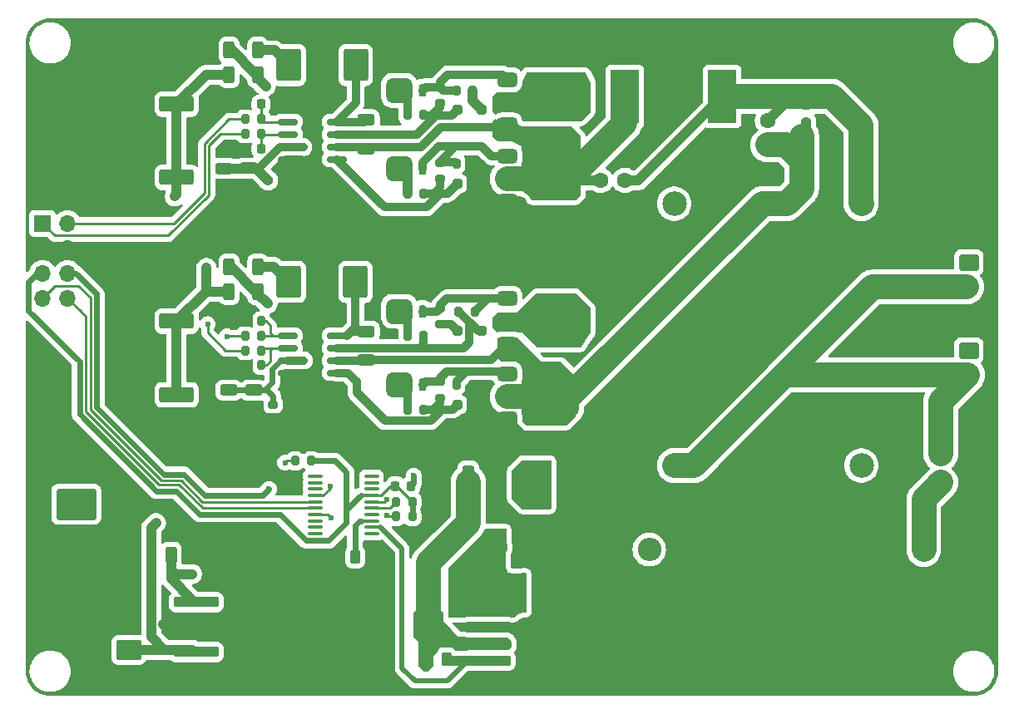
<source format=gbr>
%TF.GenerationSoftware,KiCad,Pcbnew,8.0.3-8.0.3-0~ubuntu20.04.1*%
%TF.CreationDate,2025-01-28T06:06:14-03:00*%
%TF.ProjectId,hv_pulse_generator,68765f70-756c-4736-955f-67656e657261,rev?*%
%TF.SameCoordinates,Original*%
%TF.FileFunction,Copper,L1,Top*%
%TF.FilePolarity,Positive*%
%FSLAX46Y46*%
G04 Gerber Fmt 4.6, Leading zero omitted, Abs format (unit mm)*
G04 Created by KiCad (PCBNEW 8.0.3-8.0.3-0~ubuntu20.04.1) date 2025-01-28 06:06:14*
%MOMM*%
%LPD*%
G01*
G04 APERTURE LIST*
G04 Aperture macros list*
%AMRoundRect*
0 Rectangle with rounded corners*
0 $1 Rounding radius*
0 $2 $3 $4 $5 $6 $7 $8 $9 X,Y pos of 4 corners*
0 Add a 4 corners polygon primitive as box body*
4,1,4,$2,$3,$4,$5,$6,$7,$8,$9,$2,$3,0*
0 Add four circle primitives for the rounded corners*
1,1,$1+$1,$2,$3*
1,1,$1+$1,$4,$5*
1,1,$1+$1,$6,$7*
1,1,$1+$1,$8,$9*
0 Add four rect primitives between the rounded corners*
20,1,$1+$1,$2,$3,$4,$5,0*
20,1,$1+$1,$4,$5,$6,$7,0*
20,1,$1+$1,$6,$7,$8,$9,0*
20,1,$1+$1,$8,$9,$2,$3,0*%
G04 Aperture macros list end*
%TA.AperFunction,SMDPad,CuDef*%
%ADD10RoundRect,0.225000X-0.225000X-0.250000X0.225000X-0.250000X0.225000X0.250000X-0.225000X0.250000X0*%
%TD*%
%TA.AperFunction,SMDPad,CuDef*%
%ADD11RoundRect,0.250000X-0.625000X0.312500X-0.625000X-0.312500X0.625000X-0.312500X0.625000X0.312500X0*%
%TD*%
%TA.AperFunction,SMDPad,CuDef*%
%ADD12RoundRect,0.250000X-0.312500X-0.625000X0.312500X-0.625000X0.312500X0.625000X-0.312500X0.625000X0*%
%TD*%
%TA.AperFunction,SMDPad,CuDef*%
%ADD13RoundRect,0.200000X0.275000X-0.200000X0.275000X0.200000X-0.275000X0.200000X-0.275000X-0.200000X0*%
%TD*%
%TA.AperFunction,SMDPad,CuDef*%
%ADD14RoundRect,0.200000X0.200000X0.275000X-0.200000X0.275000X-0.200000X-0.275000X0.200000X-0.275000X0*%
%TD*%
%TA.AperFunction,ComponentPad*%
%ADD15RoundRect,0.250000X1.800000X-1.330000X1.800000X1.330000X-1.800000X1.330000X-1.800000X-1.330000X0*%
%TD*%
%TA.AperFunction,ComponentPad*%
%ADD16O,4.100000X3.160000*%
%TD*%
%TA.AperFunction,SMDPad,CuDef*%
%ADD17RoundRect,0.200000X-0.200000X-0.275000X0.200000X-0.275000X0.200000X0.275000X-0.200000X0.275000X0*%
%TD*%
%TA.AperFunction,SMDPad,CuDef*%
%ADD18RoundRect,0.250000X-1.000000X1.400000X-1.000000X-1.400000X1.000000X-1.400000X1.000000X1.400000X0*%
%TD*%
%TA.AperFunction,SMDPad,CuDef*%
%ADD19RoundRect,0.375000X-0.625000X-0.375000X0.625000X-0.375000X0.625000X0.375000X-0.625000X0.375000X0*%
%TD*%
%TA.AperFunction,SMDPad,CuDef*%
%ADD20RoundRect,0.500000X-0.500000X-1.400000X0.500000X-1.400000X0.500000X1.400000X-0.500000X1.400000X0*%
%TD*%
%TA.AperFunction,SMDPad,CuDef*%
%ADD21RoundRect,0.250000X-0.262500X-0.450000X0.262500X-0.450000X0.262500X0.450000X-0.262500X0.450000X0*%
%TD*%
%TA.AperFunction,SMDPad,CuDef*%
%ADD22RoundRect,0.200000X-0.275000X0.200000X-0.275000X-0.200000X0.275000X-0.200000X0.275000X0.200000X0*%
%TD*%
%TA.AperFunction,ComponentPad*%
%ADD23R,1.700000X1.700000*%
%TD*%
%TA.AperFunction,ComponentPad*%
%ADD24O,1.700000X1.700000*%
%TD*%
%TA.AperFunction,ComponentPad*%
%ADD25RoundRect,0.250000X-0.750000X0.600000X-0.750000X-0.600000X0.750000X-0.600000X0.750000X0.600000X0*%
%TD*%
%TA.AperFunction,ComponentPad*%
%ADD26O,2.000000X1.700000*%
%TD*%
%TA.AperFunction,ComponentPad*%
%ADD27C,2.500000*%
%TD*%
%TA.AperFunction,ComponentPad*%
%ADD28C,2.400000*%
%TD*%
%TA.AperFunction,ComponentPad*%
%ADD29O,2.400000X2.400000*%
%TD*%
%TA.AperFunction,SMDPad,CuDef*%
%ADD30RoundRect,0.250000X0.250000X0.250000X-0.250000X0.250000X-0.250000X-0.250000X0.250000X-0.250000X0*%
%TD*%
%TA.AperFunction,SMDPad,CuDef*%
%ADD31RoundRect,0.250000X-0.250000X-0.250000X0.250000X-0.250000X0.250000X0.250000X-0.250000X0.250000X0*%
%TD*%
%TA.AperFunction,SMDPad,CuDef*%
%ADD32RoundRect,0.150000X-0.825000X-0.150000X0.825000X-0.150000X0.825000X0.150000X-0.825000X0.150000X0*%
%TD*%
%TA.AperFunction,SMDPad,CuDef*%
%ADD33RoundRect,0.100000X-0.637500X-0.100000X0.637500X-0.100000X0.637500X0.100000X-0.637500X0.100000X0*%
%TD*%
%TA.AperFunction,SMDPad,CuDef*%
%ADD34RoundRect,0.250000X1.500000X0.550000X-1.500000X0.550000X-1.500000X-0.550000X1.500000X-0.550000X0*%
%TD*%
%TA.AperFunction,SMDPad,CuDef*%
%ADD35RoundRect,0.635000X-0.700000X-0.635000X0.700000X-0.635000X0.700000X0.635000X-0.700000X0.635000X0*%
%TD*%
%TA.AperFunction,SMDPad,CuDef*%
%ADD36RoundRect,0.190000X-0.190000X-0.445000X0.190000X-0.445000X0.190000X0.445000X-0.190000X0.445000X0*%
%TD*%
%TA.AperFunction,SMDPad,CuDef*%
%ADD37RoundRect,0.225000X0.225000X0.250000X-0.225000X0.250000X-0.225000X-0.250000X0.225000X-0.250000X0*%
%TD*%
%TA.AperFunction,SMDPad,CuDef*%
%ADD38RoundRect,0.250000X-2.050000X-0.300000X2.050000X-0.300000X2.050000X0.300000X-2.050000X0.300000X0*%
%TD*%
%TA.AperFunction,SMDPad,CuDef*%
%ADD39RoundRect,0.250000X-2.025000X-2.375000X2.025000X-2.375000X2.025000X2.375000X-2.025000X2.375000X0*%
%TD*%
%TA.AperFunction,SMDPad,CuDef*%
%ADD40RoundRect,0.250002X-4.449998X-5.149998X4.449998X-5.149998X4.449998X5.149998X-4.449998X5.149998X0*%
%TD*%
%TA.AperFunction,SMDPad,CuDef*%
%ADD41R,2.900000X5.400000*%
%TD*%
%TA.AperFunction,SMDPad,CuDef*%
%ADD42RoundRect,0.250000X1.025000X-0.787500X1.025000X0.787500X-1.025000X0.787500X-1.025000X-0.787500X0*%
%TD*%
%TA.AperFunction,SMDPad,CuDef*%
%ADD43RoundRect,0.250000X0.787500X1.025000X-0.787500X1.025000X-0.787500X-1.025000X0.787500X-1.025000X0*%
%TD*%
%TA.AperFunction,SMDPad,CuDef*%
%ADD44RoundRect,0.250000X-0.362500X-1.425000X0.362500X-1.425000X0.362500X1.425000X-0.362500X1.425000X0*%
%TD*%
%TA.AperFunction,ComponentPad*%
%ADD45C,1.600000*%
%TD*%
%TA.AperFunction,ViaPad*%
%ADD46C,0.600000*%
%TD*%
%TA.AperFunction,Conductor*%
%ADD47C,0.609600*%
%TD*%
%TA.AperFunction,Conductor*%
%ADD48C,0.254000*%
%TD*%
%TA.AperFunction,Conductor*%
%ADD49C,1.016000*%
%TD*%
%TA.AperFunction,Conductor*%
%ADD50C,2.540000*%
%TD*%
%TA.AperFunction,Conductor*%
%ADD51C,0.812800*%
%TD*%
%TA.AperFunction,Conductor*%
%ADD52C,0.304800*%
%TD*%
%TA.AperFunction,Conductor*%
%ADD53C,0.508000*%
%TD*%
%TA.AperFunction,Conductor*%
%ADD54C,2.032000*%
%TD*%
G04 APERTURE END LIST*
D10*
%TO.P,C31,1*%
%TO.N,3.3V*%
X88150000Y-111150000D03*
%TO.P,C31,2*%
%TO.N,GND*%
X89700000Y-111150000D03*
%TD*%
D11*
%TO.P,C19,1*%
%TO.N,Net-(U1-VDD)*%
X71175000Y-101377500D03*
%TO.P,C19,2*%
%TO.N,GND1*%
X71175000Y-104302500D03*
%TD*%
D12*
%TO.P,R30,1*%
%TO.N,+12V*%
X71212500Y-91340000D03*
%TO.P,R30,2*%
%TO.N,Net-(U1-VDD)*%
X74137500Y-91340000D03*
%TD*%
D11*
%TO.P,C4,1*%
%TO.N,Net-(D2-K)*%
X85175000Y-95377500D03*
%TO.P,C4,2*%
%TO.N,VP3CHX*%
X85175000Y-98302500D03*
%TD*%
D13*
%TO.P,R7,1*%
%TO.N,Net-(D9-K)*%
X92675000Y-102165000D03*
%TO.P,R7,2*%
%TO.N,Net-(D11-A)*%
X92675000Y-100515000D03*
%TD*%
D14*
%TO.P,R25,1*%
%TO.N,Net-(D9-K)*%
X91000000Y-103340000D03*
%TO.P,R25,2*%
%TO.N,Net-(D11-K)*%
X89350000Y-103340000D03*
%TD*%
D15*
%TO.P,J7,1,1*%
%TO.N,+24CH1*%
X55650000Y-113000000D03*
D16*
%TO.P,J7,2,2*%
%TO.N,GND1*%
X55650000Y-109040000D03*
%TD*%
D17*
%TO.P,R6,1*%
%TO.N,UxPWMxA'*%
X72850000Y-75250000D03*
%TO.P,R6,2*%
%TO.N,Net-(U2-HI)*%
X74500000Y-75250000D03*
%TD*%
D18*
%TO.P,D2,1,K*%
%TO.N,Net-(D2-K)*%
X84075000Y-90340000D03*
%TO.P,D2,2,A*%
%TO.N,Net-(D2-A)*%
X77275000Y-90340000D03*
%TD*%
D19*
%TO.P,Q1,1,G*%
%TO.N,Net-(D1-A)*%
X99525000Y-69752500D03*
%TO.P,Q1,2,D*%
%TO.N,HV*%
X99525000Y-72052500D03*
%TO.P,Q1,3,S*%
%TO.N,VP1CHX*%
X99525000Y-74352500D03*
D20*
%TO.P,Q1,4,D*%
%TO.N,HV*%
X105825000Y-72052500D03*
%TD*%
D14*
%TO.P,R27,1*%
%TO.N,Net-(U1-LI)*%
X74500000Y-95840000D03*
%TO.P,R27,2*%
%TO.N,UxPWMxA'*%
X72850000Y-95840000D03*
%TD*%
D21*
%TO.P,R14,1*%
%TO.N,HV2*%
X91512500Y-128750000D03*
%TO.P,R14,2*%
%TO.N,P0W00*%
X93337500Y-128750000D03*
%TD*%
D22*
%TO.P,R8,1*%
%TO.N,Net-(D10-A)*%
X92675000Y-93015000D03*
%TO.P,R8,2*%
%TO.N,Net-(D7-A)*%
X92675000Y-94665000D03*
%TD*%
D23*
%TO.P,J8,1,Pin_1*%
%TO.N,UxPWMxA'*%
X52225000Y-84375000D03*
D24*
%TO.P,J8,2,Pin_2*%
%TO.N,UxPWMxB'*%
X54765000Y-84375000D03*
%TO.P,J8,3,Pin_3*%
%TO.N,GND1*%
X52225000Y-86915000D03*
%TO.P,J8,4,Pin_4*%
X54765000Y-86915000D03*
%TO.P,J8,5,Pin_5*%
%TO.N,3.3V*%
X52225000Y-89455000D03*
%TO.P,J8,6,Pin_6*%
%TO.N,GND*%
X54765000Y-89455000D03*
%TO.P,J8,7,Pin_7*%
%TO.N,SCL*%
X52225000Y-91995000D03*
%TO.P,J8,8,Pin_8*%
%TO.N,SDA*%
X54765000Y-91995000D03*
%TD*%
D17*
%TO.P,R4,1*%
%TO.N,Net-(D7-K)*%
X94550000Y-93340000D03*
%TO.P,R4,2*%
%TO.N,Net-(D10-A)*%
X96200000Y-93340000D03*
%TD*%
D25*
%TO.P,J3,1,1*%
%TO.N,VSCH1*%
X146500000Y-97325000D03*
D26*
%TO.P,J3,2,2*%
%TO.N,PWRGND2*%
X146500000Y-99825000D03*
%TD*%
D27*
%TO.P,T1,1,AA*%
%TO.N,Net-(T1-AA)*%
X135570000Y-82375000D03*
%TO.P,T1,2,AB*%
%TO.N,VP3CHX*%
X127950000Y-82375000D03*
%TO.P,T1,3,SA*%
%TO.N,PWRGND2*%
X116520000Y-109045000D03*
%TO.P,T1,4,SB*%
%TO.N,HVCH1*%
X116520000Y-82375000D03*
%TO.P,T1,5*%
%TO.N,N/C*%
X135570000Y-109045000D03*
%TD*%
D28*
%TO.P,R11,1*%
%TO.N,VSCH1*%
X141915000Y-117600000D03*
D29*
%TO.P,R11,2*%
%TO.N,HVCH1*%
X113975000Y-117600000D03*
%TD*%
D11*
%TO.P,C23,1*%
%TO.N,Net-(U2-VDD)*%
X70700000Y-78787500D03*
%TO.P,C23,2*%
%TO.N,GND1*%
X70700000Y-81712500D03*
%TD*%
D17*
%TO.P,R20,1*%
%TO.N,Net-(JP1-B)*%
X77925000Y-108575000D03*
%TO.P,R20,2*%
%TO.N,3.3V*%
X79575000Y-108575000D03*
%TD*%
D11*
%TO.P,C24,1*%
%TO.N,Net-(U2-VDD)*%
X73200000Y-78750000D03*
%TO.P,C24,2*%
%TO.N,GND1*%
X73200000Y-81675000D03*
%TD*%
D14*
%TO.P,C16,1*%
%TO.N,Net-(U1-LI)*%
X74500000Y-94340000D03*
%TO.P,C16,2*%
%TO.N,GND1*%
X72850000Y-94340000D03*
%TD*%
D30*
%TO.P,D7,1,K*%
%TO.N,Net-(D7-K)*%
X96925000Y-95340000D03*
%TO.P,D7,2,A*%
%TO.N,Net-(D7-A)*%
X94425000Y-95340000D03*
%TD*%
D31*
%TO.P,D6,1,K*%
%TO.N,Net-(D6-K)*%
X94425000Y-80340000D03*
%TO.P,D6,2,A*%
%TO.N,GND1*%
X96925000Y-80340000D03*
%TD*%
D12*
%TO.P,R22,1*%
%TO.N,Net-(U1-VDD)*%
X71212500Y-88840000D03*
%TO.P,R22,2*%
%TO.N,Net-(D2-A)*%
X74137500Y-88840000D03*
%TD*%
D22*
%TO.P,C120,1*%
%TO.N,Net-(T1-AA)*%
X129975000Y-72400000D03*
%TO.P,C120,2*%
%TO.N,VP3CHX*%
X129975000Y-74050000D03*
%TD*%
D32*
%TO.P,U2,1,LI*%
%TO.N,Net-(U2-LI)*%
X77200000Y-74035000D03*
%TO.P,U2,2,HI*%
%TO.N,Net-(U2-HI)*%
X77200000Y-75305000D03*
%TO.P,U2,3,VDD*%
%TO.N,Net-(U2-VDD)*%
X77200000Y-76575000D03*
%TO.P,U2,4,COM*%
%TO.N,GND1*%
X77200000Y-77845000D03*
%TO.P,U2,5,LO*%
%TO.N,Net-(D6-K)*%
X82150000Y-77845000D03*
%TO.P,U2,6,HS*%
%TO.N,VP1CHX*%
X82150000Y-76575000D03*
%TO.P,U2,7,HO*%
%TO.N,Net-(D5-K)*%
X82150000Y-75305000D03*
%TO.P,U2,8,HB*%
%TO.N,Net-(D3-K)*%
X82150000Y-74035000D03*
%TD*%
D21*
%TO.P,R13,1*%
%TO.N,GND1*%
X82212500Y-118350000D03*
%TO.P,R13,2*%
%TO.N,P0B00*%
X84037500Y-118350000D03*
%TD*%
D33*
%TO.P,U6,1,P3A*%
%TO.N,unconnected-(U6D-P3A-Pad1)*%
X79975000Y-110150000D03*
%TO.P,U6,2,P3W*%
%TO.N,unconnected-(U6D-P3W-Pad2)*%
X79975000Y-110800000D03*
%TO.P,U6,3,P3B*%
%TO.N,unconnected-(U6D-P3B-Pad3)*%
X79975000Y-111450000D03*
%TO.P,U6,4,HVC/A0*%
%TO.N,Net-(JP1-C)*%
X79975000Y-112100000D03*
%TO.P,U6,5,SCL*%
%TO.N,SCL*%
X79975000Y-112750000D03*
%TO.P,U6,6,SDA*%
%TO.N,SDA*%
X79975000Y-113400000D03*
%TO.P,U6,7,VSS*%
%TO.N,GND*%
X79975000Y-114050000D03*
%TO.P,U6,8,P1B*%
%TO.N,P1B00*%
X79975000Y-114700000D03*
%TO.P,U6,9,P1W*%
%TO.N,P1W00*%
X79975000Y-115350000D03*
%TO.P,U6,10,P1A*%
%TO.N,unconnected-(U6B-P1A-Pad10)*%
X79975000Y-116000000D03*
%TO.P,U6,11,P0A*%
%TO.N,unconnected-(U6A-P0A-Pad11)*%
X85700000Y-116000000D03*
%TO.P,U6,12,P0W*%
%TO.N,P0W00*%
X85700000Y-115350000D03*
%TO.P,U6,13,P0B*%
%TO.N,P0B00*%
X85700000Y-114700000D03*
%TO.P,U6,14,NC*%
%TO.N,unconnected-(U6E-NC-Pad14)*%
X85700000Y-114050000D03*
%TO.P,U6,15,~{RESET}*%
%TO.N,Net-(U6E-~{RESET})*%
X85700000Y-113400000D03*
%TO.P,U6,16,A1*%
%TO.N,Net-(JP2-C)*%
X85700000Y-112750000D03*
%TO.P,U6,17,VDD*%
%TO.N,3.3V*%
X85700000Y-112100000D03*
%TO.P,U6,18,P2B*%
%TO.N,unconnected-(U6C-P2B-Pad18)*%
X85700000Y-111450000D03*
%TO.P,U6,19,P2W*%
%TO.N,unconnected-(U6C-P2W-Pad19)*%
X85700000Y-110800000D03*
%TO.P,U6,20,P2A*%
%TO.N,unconnected-(U6C-P2A-Pad20)*%
X85700000Y-110150000D03*
%TD*%
D18*
%TO.P,D3,1,K*%
%TO.N,Net-(D3-K)*%
X84100000Y-68250000D03*
%TO.P,D3,2,A*%
%TO.N,Net-(D3-A)*%
X77300000Y-68250000D03*
%TD*%
D13*
%TO.P,R34,1*%
%TO.N,Net-(D6-K)*%
X92675000Y-79840000D03*
%TO.P,R34,2*%
%TO.N,Net-(D4-A)*%
X92675000Y-78190000D03*
%TD*%
D12*
%TO.P,R2,1*%
%TO.N,Net-(U2-VDD)*%
X71212500Y-66750000D03*
%TO.P,R2,2*%
%TO.N,Net-(D3-A)*%
X74137500Y-66750000D03*
%TD*%
D34*
%TO.P,C2,1*%
%TO.N,+12V*%
X65875000Y-101840000D03*
%TO.P,C2,2*%
%TO.N,GND1*%
X60475000Y-101840000D03*
%TD*%
D35*
%TO.P,D4,1,K*%
%TO.N,Net-(D4-K)*%
X88520000Y-78840000D03*
D36*
%TO.P,D4,2,A*%
%TO.N,Net-(D4-A)*%
X90875000Y-78840000D03*
%TD*%
D11*
%TO.P,C22,1*%
%TO.N,Net-(D3-K)*%
X85175000Y-73825000D03*
%TO.P,C22,2*%
%TO.N,VP1CHX*%
X85175000Y-76750000D03*
%TD*%
D10*
%TO.P,C21,1*%
%TO.N,GND1*%
X72900000Y-76750000D03*
%TO.P,C21,2*%
%TO.N,Net-(U2-HI)*%
X74450000Y-76750000D03*
%TD*%
D14*
%TO.P,R31,1*%
%TO.N,Net-(D6-K)*%
X91000000Y-81340000D03*
%TO.P,R31,2*%
%TO.N,Net-(D4-K)*%
X89350000Y-81340000D03*
%TD*%
D37*
%TO.P,C26,1*%
%TO.N,Net-(U2-LI)*%
X74450000Y-72250000D03*
%TO.P,C26,2*%
%TO.N,GND1*%
X72900000Y-72250000D03*
%TD*%
D25*
%TO.P,J1,1,1*%
%TO.N,HVCH1*%
X146500000Y-88350000D03*
D26*
%TO.P,J1,2,2*%
%TO.N,PWRGND2*%
X146500000Y-90850000D03*
%TD*%
D22*
%TO.P,C18,1*%
%TO.N,Net-(U1-VDD)*%
X75675000Y-102840000D03*
%TO.P,C18,2*%
%TO.N,GND1*%
X75675000Y-104490000D03*
%TD*%
D34*
%TO.P,C5,1*%
%TO.N,+12V*%
X65875000Y-79700000D03*
%TO.P,C5,2*%
%TO.N,GND1*%
X60475000Y-79700000D03*
%TD*%
D21*
%TO.P,C6,1*%
%TO.N,+24CH1*%
X98637500Y-116275000D03*
%TO.P,C6,2*%
%TO.N,GND1*%
X100462500Y-116275000D03*
%TD*%
D12*
%TO.P,R1,1*%
%TO.N,+12V*%
X71212500Y-69250000D03*
%TO.P,R1,2*%
%TO.N,Net-(U2-VDD)*%
X74137500Y-69250000D03*
%TD*%
D38*
%TO.P,U3,1,EN*%
%TO.N,+24CH1*%
X97575000Y-122125000D03*
%TO.P,U3,2,VIN*%
X97575000Y-123825000D03*
%TO.P,U3,3,GND*%
%TO.N,GND1*%
X97575000Y-125525000D03*
D39*
X104300000Y-122750000D03*
X104300000Y-128300000D03*
D40*
X106725000Y-125525000D03*
D39*
X109150000Y-122750000D03*
X109150000Y-128300000D03*
D38*
%TO.P,U3,4,VOUT*%
%TO.N,HV2*%
X97575000Y-127225000D03*
%TO.P,U3,5,ADJ*%
%TO.N,P0W00*%
X97575000Y-128925000D03*
%TD*%
D31*
%TO.P,D5,1,K*%
%TO.N,Net-(D5-K)*%
X94425000Y-72840000D03*
%TO.P,D5,2,A*%
%TO.N,Net-(D5-A)*%
X96925000Y-72840000D03*
%TD*%
D41*
%TO.P,L7,1,1*%
%TO.N,VP1CHX*%
X111500000Y-71450000D03*
%TO.P,L7,2,2*%
%TO.N,Net-(T1-AA)*%
X121400000Y-71450000D03*
%TD*%
D42*
%TO.P,C9,1*%
%TO.N,+12V*%
X61000000Y-127837500D03*
%TO.P,C9,2*%
%TO.N,GND1*%
X61000000Y-121612500D03*
%TD*%
D35*
%TO.P,D11,1,K*%
%TO.N,Net-(D11-K)*%
X88520000Y-100840000D03*
D36*
%TO.P,D11,2,A*%
%TO.N,Net-(D11-A)*%
X90875000Y-100840000D03*
%TD*%
D35*
%TO.P,D10,1,K*%
%TO.N,Net-(D10-K)*%
X88520000Y-93340000D03*
D36*
%TO.P,D10,2,A*%
%TO.N,Net-(D10-A)*%
X90875000Y-93340000D03*
%TD*%
D12*
%TO.P,C1,1*%
%TO.N,+24CH1*%
X97537500Y-118675000D03*
%TO.P,C1,2*%
%TO.N,GND1*%
X100462500Y-118675000D03*
%TD*%
D14*
%TO.P,R23,1*%
%TO.N,Net-(U2-LI)*%
X74500000Y-73750000D03*
%TO.P,R23,2*%
%TO.N,UxPWMxB'*%
X72850000Y-73750000D03*
%TD*%
D17*
%TO.P,R10,1*%
%TO.N,Net-(D11-A)*%
X94350000Y-100840000D03*
%TO.P,R10,2*%
%TO.N,GND1*%
X96000000Y-100840000D03*
%TD*%
D19*
%TO.P,Q6,1,G*%
%TO.N,Net-(D4-A)*%
X99525000Y-77540000D03*
%TO.P,Q6,2,D*%
%TO.N,VP1CHX*%
X99525000Y-79840000D03*
%TO.P,Q6,3,S*%
%TO.N,GND1*%
X99525000Y-82140000D03*
D20*
%TO.P,Q6,4,D*%
%TO.N,VP1CHX*%
X105825000Y-79840000D03*
%TD*%
D17*
%TO.P,R28,1*%
%TO.N,Net-(U6E-~{RESET})*%
X88225000Y-112750000D03*
%TO.P,R28,2*%
%TO.N,3.3V*%
X89875000Y-112750000D03*
%TD*%
%TO.P,R35,1*%
%TO.N,Net-(D4-A)*%
X94350000Y-78340000D03*
%TO.P,R35,2*%
%TO.N,GND1*%
X96000000Y-78340000D03*
%TD*%
D11*
%TO.P,C20,1*%
%TO.N,Net-(U1-VDD)*%
X73675000Y-101377500D03*
%TO.P,C20,2*%
%TO.N,GND1*%
X73675000Y-104302500D03*
%TD*%
D35*
%TO.P,D1,1,K*%
%TO.N,Net-(D1-K)*%
X88520000Y-70840000D03*
D36*
%TO.P,D1,2,A*%
%TO.N,Net-(D1-A)*%
X90875000Y-70840000D03*
%TD*%
D43*
%TO.P,C7,1*%
%TO.N,HV2*%
X91512500Y-125150000D03*
%TO.P,C7,2*%
%TO.N,GND1*%
X85287500Y-125150000D03*
%TD*%
D38*
%TO.P,U4,1,IN*%
%TO.N,+24CH1*%
X67850000Y-122960000D03*
%TO.P,U4,2,GND*%
%TO.N,GND1*%
X67850000Y-125500000D03*
%TO.P,U4,3,OUT*%
%TO.N,+12V*%
X67850000Y-128040000D03*
D39*
%TO.P,U4,4,TAB*%
%TO.N,GND1*%
X74575000Y-122725000D03*
X74575000Y-128275000D03*
D40*
X77000000Y-125500000D03*
D39*
X79425000Y-122725000D03*
X79425000Y-128275000D03*
%TD*%
D32*
%TO.P,U1,1,LI*%
%TO.N,Net-(U1-LI)*%
X77200000Y-95800000D03*
%TO.P,U1,2,HI*%
%TO.N,Net-(U1-HI)*%
X77200000Y-97070000D03*
%TO.P,U1,3,VDD*%
%TO.N,Net-(U1-VDD)*%
X77200000Y-98340000D03*
%TO.P,U1,4,COM*%
%TO.N,GND1*%
X77200000Y-99610000D03*
%TO.P,U1,5,LO*%
%TO.N,Net-(D9-K)*%
X82150000Y-99610000D03*
%TO.P,U1,6,HS*%
%TO.N,VP3CHX*%
X82150000Y-98340000D03*
%TO.P,U1,7,HO*%
%TO.N,Net-(D7-K)*%
X82150000Y-97070000D03*
%TO.P,U1,8,HB*%
%TO.N,Net-(D2-K)*%
X82150000Y-95800000D03*
%TD*%
D44*
%TO.P,R17,1*%
%TO.N,HV2*%
X95562500Y-110725000D03*
%TO.P,R17,2*%
%TO.N,HV*%
X101487500Y-110725000D03*
%TD*%
D19*
%TO.P,Q4,1,G*%
%TO.N,Net-(D11-A)*%
X99525000Y-99740000D03*
%TO.P,Q4,2,D*%
%TO.N,VP3CHX*%
X99525000Y-102040000D03*
%TO.P,Q4,3,S*%
%TO.N,GND1*%
X99525000Y-104340000D03*
D20*
%TO.P,Q4,4,D*%
%TO.N,VP3CHX*%
X105825000Y-102040000D03*
%TD*%
D17*
%TO.P,R26,1*%
%TO.N,UxPWMxB'*%
X72850000Y-97340000D03*
%TO.P,R26,2*%
%TO.N,Net-(U1-HI)*%
X74500000Y-97340000D03*
%TD*%
D14*
%TO.P,R24,1*%
%TO.N,Net-(D7-K)*%
X91000000Y-95840000D03*
%TO.P,R24,2*%
%TO.N,Net-(D10-K)*%
X89350000Y-95840000D03*
%TD*%
D19*
%TO.P,Q3,1,G*%
%TO.N,Net-(D10-A)*%
X99525000Y-92040000D03*
%TO.P,Q3,2,D*%
%TO.N,HV*%
X99525000Y-94340000D03*
%TO.P,Q3,3,S*%
%TO.N,VP3CHX*%
X99525000Y-96640000D03*
D20*
%TO.P,Q3,4,D*%
%TO.N,HV*%
X105825000Y-94340000D03*
%TD*%
D17*
%TO.P,R21,1*%
%TO.N,Net-(JP2-B)*%
X88225000Y-114250000D03*
%TO.P,R21,2*%
%TO.N,3.3V*%
X89875000Y-114250000D03*
%TD*%
D11*
%TO.P,R12,1*%
%TO.N,PWRGND2*%
X143650000Y-107850000D03*
%TO.P,R12,2*%
%TO.N,VSCH1*%
X143650000Y-110775000D03*
%TD*%
D14*
%TO.P,R3,1*%
%TO.N,Net-(D5-K)*%
X91000000Y-73340000D03*
%TO.P,R3,2*%
%TO.N,Net-(D1-K)*%
X89350000Y-73340000D03*
%TD*%
D34*
%TO.P,C17,1*%
%TO.N,+12V*%
X65875000Y-94340000D03*
%TO.P,C17,2*%
%TO.N,GND1*%
X60475000Y-94340000D03*
%TD*%
D13*
%TO.P,R5,1*%
%TO.N,Net-(D5-K)*%
X92675000Y-72165000D03*
%TO.P,R5,2*%
%TO.N,Net-(D1-A)*%
X92675000Y-70515000D03*
%TD*%
D45*
%TO.P,C10,1*%
%TO.N,Net-(T1-AA)*%
X126025000Y-73900000D03*
%TO.P,C10,2*%
%TO.N,VP3CHX*%
X126025000Y-76400000D03*
%TD*%
%TO.P,C11,1*%
%TO.N,VP1CHX*%
X109000000Y-80000000D03*
%TO.P,C11,2*%
%TO.N,Net-(T1-AA)*%
X111500000Y-80000000D03*
%TD*%
D17*
%TO.P,C14,1*%
%TO.N,GND1*%
X72850000Y-98840000D03*
%TO.P,C14,2*%
%TO.N,Net-(U1-HI)*%
X74500000Y-98840000D03*
%TD*%
D22*
%TO.P,C25,1*%
%TO.N,Net-(U2-VDD)*%
X75175000Y-80015000D03*
%TO.P,C25,2*%
%TO.N,GND1*%
X75175000Y-81665000D03*
%TD*%
D31*
%TO.P,D9,1,K*%
%TO.N,Net-(D9-K)*%
X94425000Y-102840000D03*
%TO.P,D9,2,A*%
%TO.N,GND1*%
X96925000Y-102840000D03*
%TD*%
D17*
%TO.P,R9,1*%
%TO.N,Net-(D1-A)*%
X94350000Y-70840000D03*
%TO.P,R9,2*%
%TO.N,Net-(D5-A)*%
X96000000Y-70840000D03*
%TD*%
D12*
%TO.P,C8,1*%
%TO.N,+24CH1*%
X65312500Y-118175000D03*
%TO.P,C8,2*%
%TO.N,GND1*%
X68237500Y-118175000D03*
%TD*%
D34*
%TO.P,C3,1*%
%TO.N,+12V*%
X65875000Y-72225000D03*
%TO.P,C3,2*%
%TO.N,GND1*%
X60475000Y-72225000D03*
%TD*%
D46*
%TO.N,+24CH1*%
X94500000Y-123000000D03*
X67450000Y-120100000D03*
X95225000Y-120100000D03*
X94500000Y-122000000D03*
X94500000Y-121000000D03*
%TO.N,+12V*%
X65675000Y-81625000D03*
X63775000Y-114900000D03*
X68900000Y-88900000D03*
%TO.N,Net-(U1-VDD)*%
X78835000Y-98340000D03*
X75125000Y-92575000D03*
%TO.N,Net-(U2-VDD)*%
X78775000Y-76625000D03*
X74950000Y-70425000D03*
%TO.N,HV*%
X103000000Y-109325000D03*
X103000000Y-112500000D03*
X104175000Y-70875000D03*
X103000000Y-92500000D03*
X103000000Y-111300000D03*
X103000000Y-94500000D03*
X103000000Y-110300000D03*
X103000000Y-93500000D03*
X102250000Y-70825000D03*
X103325000Y-70825000D03*
%TO.N,UxPWMxB'*%
X69025000Y-94650000D03*
%TO.N,UxPWMxA'*%
X71000000Y-95900000D03*
%TO.N,Net-(JP1-C)*%
X81475000Y-111125000D03*
%TO.N,Net-(JP1-B)*%
X76900000Y-108750000D03*
%TO.N,Net-(JP2-C)*%
X87275000Y-112500000D03*
%TO.N,Net-(JP2-B)*%
X87275000Y-114125000D03*
%TO.N,GND1*%
X102000000Y-117725000D03*
X69600000Y-118175000D03*
X71925000Y-82825000D03*
X60450000Y-92450000D03*
X72175000Y-93840000D03*
X78775000Y-99590000D03*
X72450000Y-105400000D03*
X77050000Y-118675000D03*
X78700000Y-77975000D03*
X101050000Y-82225000D03*
X57875000Y-121550000D03*
X96925000Y-81250000D03*
X96950000Y-103765000D03*
X72200000Y-72250000D03*
X61375000Y-99950000D03*
X97975000Y-104740000D03*
X96900000Y-78300000D03*
X71825000Y-99090000D03*
X81450000Y-118550000D03*
X112675000Y-128825000D03*
X76650000Y-104675000D03*
X64500000Y-125225000D03*
X86975000Y-125225000D03*
X58100000Y-72250000D03*
X75175000Y-82840000D03*
X58000000Y-79700000D03*
X71175000Y-76750000D03*
X96975000Y-100840000D03*
%TO.N,GND*%
X75275000Y-111450000D03*
X90000000Y-110075000D03*
X81575000Y-114375000D03*
%TD*%
D47*
%TO.N,3.3V*%
X83150000Y-113550000D02*
X83150000Y-114925000D01*
X76411212Y-114031800D02*
X68246248Y-114031800D01*
X83150000Y-114925000D02*
X81370200Y-116704800D01*
X56000000Y-103829053D02*
X56000000Y-98450000D01*
X81370200Y-116704800D02*
X79084212Y-116704800D01*
X63831747Y-111660800D02*
X56000000Y-103829053D01*
X79084212Y-116704800D02*
X76411212Y-114031800D01*
X68246248Y-114031800D02*
X65875248Y-111660800D01*
X56000000Y-98450000D02*
X50804800Y-93254800D01*
X65875248Y-111660800D02*
X63831747Y-111660800D01*
X50804800Y-93254800D02*
X50804800Y-90370200D01*
X50804800Y-90370200D02*
X51720000Y-89455000D01*
X51720000Y-89455000D02*
X52225000Y-89455000D01*
D48*
%TO.N,SDA*%
X54765000Y-91995000D02*
X56075000Y-93305000D01*
X56075000Y-93305000D02*
X56075000Y-93325000D01*
X56075000Y-93325000D02*
X56631800Y-93881800D01*
X56631800Y-93881800D02*
X56631800Y-103567353D01*
X56631800Y-103567353D02*
X64093447Y-111029000D01*
X64093447Y-111029000D02*
X66136948Y-111029000D01*
X66136948Y-111029000D02*
X68507948Y-113400000D01*
X68507948Y-113400000D02*
X79975000Y-113400000D01*
%TO.N,SCL*%
X52225000Y-91995000D02*
X53495000Y-90725000D01*
X53495000Y-90725000D02*
X55875000Y-90725000D01*
X64281500Y-110575000D02*
X66325000Y-110575000D01*
X55875000Y-90725000D02*
X57085800Y-91935800D01*
X57085800Y-91935800D02*
X57085800Y-103379300D01*
X68500000Y-112750000D02*
X79975000Y-112750000D01*
X57085800Y-103379300D02*
X64281500Y-110575000D01*
X66325000Y-110575000D02*
X68500000Y-112750000D01*
D47*
%TO.N,GND*%
X75275000Y-111450000D02*
X74606800Y-112118200D01*
X74606800Y-112118200D02*
X68761700Y-112118200D01*
X66586700Y-109943200D02*
X64543200Y-109943200D01*
X68761700Y-112118200D02*
X66586700Y-109943200D01*
X64543200Y-109943200D02*
X57717600Y-103117600D01*
X57717600Y-103117600D02*
X57717600Y-91549060D01*
X57717600Y-91549060D02*
X55623540Y-89455000D01*
X55623540Y-89455000D02*
X54765000Y-89455000D01*
D49*
%TO.N,+24CH1*%
X97575000Y-122125000D02*
X97575000Y-121425000D01*
X67450000Y-120100000D02*
X65737500Y-120100000D01*
X97575000Y-121425000D02*
X96250000Y-120100000D01*
X96250000Y-120100000D02*
X95225000Y-120100000D01*
X65312500Y-120572500D02*
X67475000Y-122735000D01*
X65312500Y-119675000D02*
X65312500Y-120572500D01*
X97575000Y-122125000D02*
X97575000Y-118712500D01*
X98637500Y-117575000D02*
X97537500Y-118675000D01*
X65737500Y-120100000D02*
X65312500Y-119675000D01*
X97575000Y-118712500D02*
X97537500Y-118675000D01*
X97575000Y-123825000D02*
X97575000Y-122125000D01*
X65312500Y-118175000D02*
X65312500Y-119675000D01*
X98637500Y-116275000D02*
X98637500Y-117575000D01*
D50*
%TO.N,PWRGND2*%
X146275000Y-90850000D02*
X136715000Y-90850000D01*
X127740000Y-99825000D02*
X127220000Y-100345000D01*
X127220000Y-100345000D02*
X118520000Y-109045000D01*
X143650000Y-102550000D02*
X146375000Y-99825000D01*
X136715000Y-90850000D02*
X127220000Y-100345000D01*
X118520000Y-109045000D02*
X116520000Y-109045000D01*
X146375000Y-99825000D02*
X127740000Y-99825000D01*
X143650000Y-107850000D02*
X143650000Y-102550000D01*
D49*
%TO.N,+12V*%
X63284000Y-115391000D02*
X63284000Y-126524000D01*
X71212500Y-69250000D02*
X68850000Y-69250000D01*
X68850000Y-69250000D02*
X65875000Y-72225000D01*
X68875000Y-91340000D02*
X71212500Y-91340000D01*
X61022500Y-127815000D02*
X61000000Y-127837500D01*
X63284000Y-126524000D02*
X64575000Y-127815000D01*
X65875000Y-94340000D02*
X68875000Y-91340000D01*
X64575000Y-127815000D02*
X61022500Y-127815000D01*
X65875000Y-101840000D02*
X65875000Y-94340000D01*
X67475000Y-127815000D02*
X64575000Y-127815000D01*
X65875000Y-79700000D02*
X65875000Y-72225000D01*
X65875000Y-81425000D02*
X65675000Y-81625000D01*
X68875000Y-88925000D02*
X68900000Y-88900000D01*
X68875000Y-91340000D02*
X68875000Y-88925000D01*
X63775000Y-114900000D02*
X63284000Y-115391000D01*
X65875000Y-79700000D02*
X65875000Y-81425000D01*
D51*
%TO.N,Net-(D2-K)*%
X83637500Y-95377500D02*
X85175000Y-95377500D01*
X84075000Y-94940000D02*
X83637500Y-95377500D01*
X84075000Y-90340000D02*
X84075000Y-94940000D01*
X83215000Y-95800000D02*
X83637500Y-95377500D01*
D47*
X83215000Y-95800000D02*
X82150000Y-95800000D01*
D50*
%TO.N,VP3CHX*%
X129500000Y-78000000D02*
X129500000Y-80825000D01*
X127900000Y-76400000D02*
X129500000Y-78000000D01*
X129500000Y-80825000D02*
X127950000Y-82375000D01*
D49*
X129975000Y-75025000D02*
X129500000Y-75500000D01*
X129975000Y-74050000D02*
X129975000Y-74375000D01*
X129975000Y-74375000D02*
X129975000Y-75025000D01*
D50*
X129500000Y-75500000D02*
X129500000Y-78000000D01*
X105825000Y-102040000D02*
X125490000Y-82375000D01*
X105825000Y-102040000D02*
X99525000Y-102040000D01*
X126025000Y-76400000D02*
X127900000Y-76400000D01*
D51*
X82150000Y-98340000D02*
X85137500Y-98340000D01*
D50*
X125490000Y-82375000D02*
X127950000Y-82375000D01*
D51*
X99525000Y-96640000D02*
X97862500Y-98302500D01*
X85137500Y-98340000D02*
X85175000Y-98302500D01*
X97862500Y-98302500D02*
X85175000Y-98302500D01*
D49*
%TO.N,HV2*%
X97575000Y-127225000D02*
X94575000Y-127225000D01*
X91512500Y-128750000D02*
X91512500Y-125150000D01*
D50*
X95562500Y-114887500D02*
X95562500Y-110725000D01*
X91512500Y-125150000D02*
X91512500Y-118937500D01*
D49*
X92500000Y-125150000D02*
X91512500Y-125150000D01*
X94575000Y-127225000D02*
X92500000Y-125150000D01*
D50*
X91512500Y-118937500D02*
X95562500Y-114887500D01*
D48*
%TO.N,Net-(U1-HI)*%
X75650000Y-97070000D02*
X74770000Y-97070000D01*
X75025000Y-98840000D02*
X75425000Y-98440000D01*
X77200000Y-97070000D02*
X75650000Y-97070000D01*
X74500000Y-98840000D02*
X75025000Y-98840000D01*
X75425000Y-98440000D02*
X75425000Y-97295000D01*
X74770000Y-97070000D02*
X74500000Y-97340000D01*
X75425000Y-97295000D02*
X75650000Y-97070000D01*
%TO.N,Net-(U1-LI)*%
X75925000Y-95800000D02*
X74540000Y-95800000D01*
X75425000Y-95565000D02*
X75660000Y-95800000D01*
X75660000Y-95800000D02*
X75925000Y-95800000D01*
X74975000Y-94340000D02*
X75425000Y-94790000D01*
X77200000Y-95800000D02*
X75925000Y-95800000D01*
X74540000Y-95800000D02*
X74500000Y-95840000D01*
X75425000Y-94790000D02*
X75425000Y-95565000D01*
X74500000Y-94340000D02*
X74975000Y-94340000D01*
D49*
%TO.N,Net-(U1-VDD)*%
X73900000Y-91340000D02*
X74137500Y-91340000D01*
D47*
X75077500Y-101377500D02*
X75675000Y-101975000D01*
X77200000Y-98340000D02*
X76460000Y-98340000D01*
X76460000Y-98340000D02*
X75600000Y-99200000D01*
D49*
X71400000Y-88840000D02*
X73900000Y-91340000D01*
X71212500Y-88840000D02*
X71400000Y-88840000D01*
D47*
X71175000Y-101377500D02*
X73675000Y-101377500D01*
X74822500Y-101377500D02*
X73675000Y-101377500D01*
D49*
X74137500Y-91340000D02*
X74137500Y-91587500D01*
D51*
X78835000Y-98340000D02*
X77200000Y-98340000D01*
D47*
X75675000Y-101975000D02*
X75675000Y-102840000D01*
D49*
X74137500Y-91587500D02*
X75125000Y-92575000D01*
D47*
X75600000Y-100600000D02*
X74822500Y-101377500D01*
X73675000Y-101377500D02*
X75077500Y-101377500D01*
X75600000Y-99200000D02*
X75600000Y-100600000D01*
D48*
%TO.N,Net-(U2-HI)*%
X74450000Y-76750000D02*
X74450000Y-75300000D01*
X74555000Y-75305000D02*
X74500000Y-75250000D01*
X74450000Y-75300000D02*
X74500000Y-75250000D01*
X77200000Y-75305000D02*
X74555000Y-75305000D01*
D49*
%TO.N,VP1CHX*%
X105985000Y-80000000D02*
X105825000Y-79840000D01*
D50*
X105825000Y-79840000D02*
X111500000Y-74165000D01*
X111500000Y-74165000D02*
X111500000Y-71450000D01*
D51*
X92725000Y-74600000D02*
X99277500Y-74600000D01*
X99277500Y-74600000D02*
X99525000Y-74352500D01*
X82150000Y-76575000D02*
X90750000Y-76575000D01*
X90750000Y-76575000D02*
X92725000Y-74600000D01*
D50*
X105825000Y-79840000D02*
X99525000Y-79840000D01*
D49*
X109000000Y-80000000D02*
X105985000Y-80000000D01*
D51*
%TO.N,Net-(D3-K)*%
X84965000Y-74035000D02*
X85175000Y-73825000D01*
X84100000Y-68250000D02*
X84100000Y-72085000D01*
X84100000Y-72085000D02*
X82150000Y-74035000D01*
X82150000Y-74035000D02*
X84965000Y-74035000D01*
%TO.N,Net-(U2-VDD)*%
X78725000Y-76575000D02*
X78775000Y-76625000D01*
D49*
X74137500Y-69612500D02*
X74950000Y-70425000D01*
X70700000Y-78787500D02*
X73162500Y-78787500D01*
X73910000Y-78750000D02*
X75175000Y-80015000D01*
X73200000Y-78750000D02*
X73910000Y-78750000D01*
D51*
X77200000Y-76575000D02*
X78725000Y-76575000D01*
X76421132Y-76575000D02*
X74246132Y-78750000D01*
D49*
X71475000Y-66750000D02*
X73975000Y-69250000D01*
D51*
X77200000Y-76575000D02*
X76421132Y-76575000D01*
D49*
X74137500Y-69250000D02*
X74137500Y-69612500D01*
X73975000Y-69250000D02*
X74137500Y-69250000D01*
D51*
X74246132Y-78750000D02*
X73200000Y-78750000D01*
D49*
X71212500Y-66750000D02*
X71475000Y-66750000D01*
X73162500Y-78787500D02*
X73200000Y-78750000D01*
D48*
%TO.N,Net-(U2-LI)*%
X74450000Y-73700000D02*
X74500000Y-73750000D01*
X74785000Y-74035000D02*
X74500000Y-73750000D01*
X77200000Y-74035000D02*
X74785000Y-74035000D01*
X74450000Y-72250000D02*
X74450000Y-73700000D01*
%TO.N,3.3V*%
X88150000Y-111150000D02*
X87590140Y-111150000D01*
X86640140Y-112100000D02*
X85700000Y-112100000D01*
X87590140Y-111150000D02*
X86640140Y-112100000D01*
D52*
X85700000Y-112100000D02*
X84600000Y-112100000D01*
D48*
X88275000Y-111150000D02*
X89875000Y-112750000D01*
D47*
X82000000Y-108575000D02*
X83150000Y-109725000D01*
X79575000Y-108575000D02*
X82000000Y-108575000D01*
D48*
X88150000Y-111150000D02*
X88275000Y-111150000D01*
D47*
X84600000Y-112100000D02*
X83150000Y-113550000D01*
X89875000Y-112750000D02*
X89875000Y-114250000D01*
X83150000Y-109725000D02*
X83150000Y-113550000D01*
D49*
%TO.N,Net-(T1-AA)*%
X128475000Y-71450000D02*
X129000000Y-71450000D01*
X126025000Y-73900000D02*
X128475000Y-71450000D01*
D50*
X132600000Y-71450000D02*
X135525000Y-74375000D01*
D49*
X111500000Y-80000000D02*
X112850000Y-80000000D01*
X112850000Y-80000000D02*
X121400000Y-71450000D01*
D50*
X129000000Y-71450000D02*
X132600000Y-71450000D01*
X121400000Y-71450000D02*
X129000000Y-71450000D01*
X135525000Y-82330000D02*
X135570000Y-82375000D01*
X135525000Y-74375000D02*
X135525000Y-82330000D01*
D51*
%TO.N,Net-(D1-K)*%
X89350000Y-71670000D02*
X88520000Y-70840000D01*
X89350000Y-73340000D02*
X89350000Y-71670000D01*
%TO.N,Net-(D1-A)*%
X94350000Y-70840000D02*
X93000000Y-70840000D01*
X92675000Y-70025000D02*
X93475000Y-69225000D01*
X92675000Y-70515000D02*
X91200000Y-70515000D01*
X98997500Y-69225000D02*
X99525000Y-69752500D01*
X92675000Y-70515000D02*
X92675000Y-70025000D01*
X93000000Y-70840000D02*
X92675000Y-70515000D01*
X93475000Y-69225000D02*
X98997500Y-69225000D01*
X91200000Y-70515000D02*
X90875000Y-70840000D01*
D49*
%TO.N,Net-(D2-A)*%
X74137500Y-88840000D02*
X75775000Y-88840000D01*
X75775000Y-88840000D02*
X77275000Y-90340000D01*
%TO.N,Net-(D3-A)*%
X75800000Y-66750000D02*
X77300000Y-68250000D01*
X74137500Y-66750000D02*
X75800000Y-66750000D01*
%TO.N,Net-(D4-K)*%
X89350000Y-79670000D02*
X88520000Y-78840000D01*
X89350000Y-81340000D02*
X89350000Y-79670000D01*
D51*
%TO.N,Net-(D4-A)*%
X93975000Y-76550000D02*
X96900000Y-76550000D01*
X96900000Y-76550000D02*
X97890000Y-77540000D01*
X93975000Y-76800000D02*
X93975000Y-76550000D01*
X92690000Y-78175000D02*
X92675000Y-78190000D01*
X92675000Y-78190000D02*
X92675000Y-78100000D01*
X97890000Y-77540000D02*
X99525000Y-77540000D01*
X92675000Y-78100000D02*
X93975000Y-76800000D01*
X90875000Y-78840000D02*
X90875000Y-78225000D01*
X94185000Y-78175000D02*
X92690000Y-78175000D01*
X94350000Y-78340000D02*
X94185000Y-78175000D01*
X92550000Y-76550000D02*
X93975000Y-76550000D01*
X90875000Y-78225000D02*
X92550000Y-76550000D01*
D49*
%TO.N,Net-(D5-A)*%
X96000000Y-70840000D02*
X96000000Y-71915000D01*
X96000000Y-71915000D02*
X96925000Y-72840000D01*
D51*
%TO.N,Net-(D5-K)*%
X92675000Y-72575000D02*
X91850000Y-73400000D01*
X92675000Y-72165000D02*
X92675000Y-72575000D01*
X94425000Y-72840000D02*
X93865000Y-73400000D01*
X91060000Y-73400000D02*
X91000000Y-73340000D01*
X82150000Y-75305000D02*
X90345000Y-75305000D01*
X92625000Y-73400000D02*
X91850000Y-73400000D01*
X91850000Y-73400000D02*
X91060000Y-73400000D01*
X92250000Y-73400000D02*
X92625000Y-73400000D01*
X90345000Y-75305000D02*
X92250000Y-73400000D01*
X93865000Y-73400000D02*
X92625000Y-73400000D01*
%TO.N,Net-(D6-K)*%
X92050000Y-81340000D02*
X92700000Y-81340000D01*
X91290000Y-82750000D02*
X92700000Y-81340000D01*
X82150000Y-77845000D02*
X86759400Y-82454400D01*
X92675000Y-80715000D02*
X92050000Y-81340000D01*
X92700000Y-81340000D02*
X93425000Y-81340000D01*
X86759400Y-82459400D02*
X87050000Y-82750000D01*
X92675000Y-79840000D02*
X92675000Y-80715000D01*
X86759400Y-82454400D02*
X86759400Y-82459400D01*
X93425000Y-81340000D02*
X94425000Y-80340000D01*
X87050000Y-82750000D02*
X91290000Y-82750000D01*
X91000000Y-81340000D02*
X92050000Y-81340000D01*
%TO.N,Net-(D7-A)*%
X92675000Y-94665000D02*
X93750000Y-94665000D01*
X93750000Y-94665000D02*
X94425000Y-95340000D01*
%TO.N,Net-(D7-K)*%
X95650000Y-96490000D02*
X95650000Y-94540000D01*
X82150000Y-97070000D02*
X90675000Y-97070000D01*
X96550000Y-95340000D02*
X96925000Y-95340000D01*
X90675000Y-97070000D02*
X91000000Y-96745000D01*
X95650000Y-94540000D02*
X95700000Y-94490000D01*
X94550000Y-93340000D02*
X95700000Y-94490000D01*
X95070000Y-97070000D02*
X95650000Y-96490000D01*
X95700000Y-94490000D02*
X96550000Y-95340000D01*
X91000000Y-96745000D02*
X91000000Y-95840000D01*
X90675000Y-97070000D02*
X95070000Y-97070000D01*
%TO.N,Net-(D9-K)*%
X84175000Y-100515000D02*
X84175000Y-101615000D01*
X91725000Y-104490000D02*
X92875000Y-103340000D01*
X87050000Y-104490000D02*
X91725000Y-104490000D01*
X82150000Y-99610000D02*
X83270000Y-99610000D01*
X92675000Y-102165000D02*
X92675000Y-102690000D01*
X92675000Y-102690000D02*
X92025000Y-103340000D01*
X91000000Y-103340000D02*
X92025000Y-103340000D01*
X92875000Y-103340000D02*
X93925000Y-103340000D01*
X83270000Y-99610000D02*
X84175000Y-100515000D01*
X84175000Y-101615000D02*
X87050000Y-104490000D01*
X93925000Y-103340000D02*
X94425000Y-102840000D01*
X92025000Y-103340000D02*
X92875000Y-103340000D01*
%TO.N,Net-(D10-A)*%
X92675000Y-92715000D02*
X93350000Y-92040000D01*
X93350000Y-92040000D02*
X97500000Y-92040000D01*
X90875000Y-93340000D02*
X92350000Y-93340000D01*
X96200000Y-93340000D02*
X97500000Y-92040000D01*
X92350000Y-93340000D02*
X92675000Y-93015000D01*
X92675000Y-93015000D02*
X92675000Y-92715000D01*
X97500000Y-92040000D02*
X99525000Y-92040000D01*
%TO.N,Net-(D10-K)*%
X89350000Y-95840000D02*
X89350000Y-94170000D01*
X89350000Y-94170000D02*
X88520000Y-93340000D01*
%TO.N,Net-(D11-A)*%
X99525000Y-99740000D02*
X99225000Y-99440000D01*
X92675000Y-100115000D02*
X92675000Y-100515000D01*
X94350000Y-100840000D02*
X94350000Y-100465000D01*
X92675000Y-100515000D02*
X91200000Y-100515000D01*
X99225000Y-99440000D02*
X95250000Y-99440000D01*
X93325000Y-99465000D02*
X92675000Y-100115000D01*
X95250000Y-99565000D02*
X95250000Y-99440000D01*
X94350000Y-100465000D02*
X95250000Y-99565000D01*
X95225000Y-99465000D02*
X93325000Y-99465000D01*
X95250000Y-99440000D02*
X95225000Y-99465000D01*
X91200000Y-100515000D02*
X90875000Y-100840000D01*
%TO.N,Net-(D11-K)*%
X89350000Y-101670000D02*
X88520000Y-100840000D01*
X89350000Y-103340000D02*
X89350000Y-101670000D01*
D49*
%TO.N,HV*%
X101700000Y-72052500D02*
X105825000Y-72052500D01*
X102097500Y-72052500D02*
X103325000Y-70825000D01*
X101700000Y-72052500D02*
X102097500Y-72052500D01*
X99525000Y-72052500D02*
X101700000Y-72052500D01*
D50*
%TO.N,VSCH1*%
X141915000Y-117600000D02*
X141915000Y-112510000D01*
X141915000Y-112510000D02*
X143650000Y-110775000D01*
D48*
%TO.N,UxPWMxB'*%
X65575000Y-84375000D02*
X54765000Y-84375000D01*
X72850000Y-73750000D02*
X71200000Y-73750000D01*
X69025000Y-94650000D02*
X69025000Y-95525000D01*
X69025000Y-95525000D02*
X70840000Y-97340000D01*
X70840000Y-97340000D02*
X72850000Y-97340000D01*
X68700000Y-81250000D02*
X65575000Y-84375000D01*
X68700000Y-76250000D02*
X68700000Y-81250000D01*
X71200000Y-73750000D02*
X68700000Y-76250000D01*
%TO.N,UxPWMxA'*%
X70342052Y-75250000D02*
X72850000Y-75250000D01*
X53475000Y-85625000D02*
X65027072Y-85625000D01*
X69154000Y-76438052D02*
X70342052Y-75250000D01*
X71060000Y-95840000D02*
X72850000Y-95840000D01*
X65027072Y-85625000D02*
X69154000Y-81498072D01*
X71000000Y-95900000D02*
X71060000Y-95840000D01*
X69154000Y-81498072D02*
X69154000Y-76438052D01*
X52225000Y-84375000D02*
X53475000Y-85625000D01*
%TO.N,Net-(JP1-C)*%
X81475000Y-111375000D02*
X80750000Y-112100000D01*
X81475000Y-111125000D02*
X81475000Y-111375000D01*
X80750000Y-112100000D02*
X79975000Y-112100000D01*
%TO.N,Net-(JP1-B)*%
X77075000Y-108575000D02*
X76900000Y-108750000D01*
X77925000Y-108575000D02*
X77075000Y-108575000D01*
%TO.N,Net-(JP2-C)*%
X85700000Y-112750000D02*
X87025000Y-112750000D01*
X87025000Y-112750000D02*
X87275000Y-112500000D01*
%TO.N,Net-(JP2-B)*%
X87400000Y-114250000D02*
X87275000Y-114125000D01*
X88225000Y-114250000D02*
X87400000Y-114250000D01*
D47*
%TO.N,P0B00*%
X84475000Y-114700000D02*
X84037500Y-115137500D01*
X84625000Y-114700000D02*
X84475000Y-114700000D01*
X84037500Y-115137500D02*
X84037500Y-118350000D01*
D52*
X85700000Y-114700000D02*
X84625000Y-114700000D01*
D53*
%TO.N,P0W00*%
X95475000Y-128925000D02*
X93400000Y-131000000D01*
X90100000Y-131000000D02*
X88825000Y-129725000D01*
D49*
X93512500Y-128925000D02*
X93337500Y-128750000D01*
D52*
X86625000Y-115350000D02*
X85700000Y-115350000D01*
D53*
X97575000Y-128925000D02*
X95475000Y-128925000D01*
X88825000Y-117550000D02*
X86625000Y-115350000D01*
D49*
X97575000Y-128925000D02*
X93512500Y-128925000D01*
D53*
X88825000Y-129725000D02*
X88825000Y-117550000D01*
X93400000Y-131000000D02*
X90100000Y-131000000D01*
D48*
%TO.N,Net-(U6E-~{RESET})*%
X85700000Y-113400000D02*
X87575000Y-113400000D01*
X87575000Y-113400000D02*
X88225000Y-112750000D01*
D51*
%TO.N,GND1*%
X96925000Y-80340000D02*
X96925000Y-81250000D01*
D47*
X72075000Y-98840000D02*
X71825000Y-99090000D01*
D51*
X106725000Y-125525000D02*
X109375000Y-125525000D01*
D49*
X70700000Y-81712500D02*
X73162500Y-81712500D01*
X75175000Y-81665000D02*
X75175000Y-82840000D01*
X58125000Y-72225000D02*
X58100000Y-72250000D01*
X72900000Y-76750000D02*
X71175000Y-76750000D01*
D51*
X85362500Y-125225000D02*
X85287500Y-125150000D01*
D49*
X97575000Y-125525000D02*
X101375000Y-125525000D01*
D47*
X72850000Y-98840000D02*
X72075000Y-98840000D01*
D49*
X73162500Y-81712500D02*
X73200000Y-81675000D01*
D51*
X86975000Y-125225000D02*
X85362500Y-125225000D01*
D49*
X60450000Y-94315000D02*
X60475000Y-94340000D01*
D51*
X109375000Y-125525000D02*
X112675000Y-128825000D01*
D49*
X70700000Y-81712500D02*
X70812500Y-81712500D01*
X60475000Y-79700000D02*
X58000000Y-79700000D01*
X60937500Y-121550000D02*
X61000000Y-121612500D01*
D47*
X72675000Y-94340000D02*
X72175000Y-93840000D01*
D49*
X68237500Y-118175000D02*
X69600000Y-118175000D01*
X70812500Y-81712500D02*
X71925000Y-82825000D01*
X76465000Y-104490000D02*
X76650000Y-104675000D01*
D51*
X96925000Y-102840000D02*
X96925000Y-103740000D01*
D49*
X73675000Y-104302500D02*
X73547500Y-104302500D01*
X64550000Y-125275000D02*
X64500000Y-125225000D01*
X71175000Y-104302500D02*
X73675000Y-104302500D01*
X60475000Y-72225000D02*
X58125000Y-72225000D01*
X76625000Y-119100000D02*
X77050000Y-118675000D01*
D51*
X96000000Y-78340000D02*
X96860000Y-78340000D01*
D49*
X61375000Y-100940000D02*
X61375000Y-99950000D01*
D51*
X77200000Y-77845000D02*
X78570000Y-77845000D01*
D47*
X82362500Y-118500000D02*
X81500000Y-118500000D01*
D51*
X78570000Y-77845000D02*
X78700000Y-77975000D01*
D54*
X101375000Y-125525000D02*
X106725000Y-125525000D01*
D49*
X67475000Y-125275000D02*
X64550000Y-125275000D01*
D47*
X78755000Y-99610000D02*
X78775000Y-99590000D01*
D49*
X57875000Y-121550000D02*
X60937500Y-121550000D01*
D51*
X101050000Y-118675000D02*
X102000000Y-117725000D01*
D49*
X76625000Y-125275000D02*
X76625000Y-119100000D01*
D47*
X77200000Y-99610000D02*
X78755000Y-99610000D01*
D51*
X100965000Y-82140000D02*
X101050000Y-82225000D01*
X99525000Y-82140000D02*
X100965000Y-82140000D01*
X100462500Y-118675000D02*
X101050000Y-118675000D01*
D49*
X73547500Y-104302500D02*
X72450000Y-105400000D01*
X72900000Y-72250000D02*
X72200000Y-72250000D01*
X75675000Y-104490000D02*
X76465000Y-104490000D01*
D51*
X96000000Y-100840000D02*
X96975000Y-100840000D01*
X96925000Y-103740000D02*
X96950000Y-103765000D01*
D47*
X72850000Y-94340000D02*
X72675000Y-94340000D01*
D49*
X60450000Y-92450000D02*
X60450000Y-94315000D01*
D51*
X96860000Y-78340000D02*
X96900000Y-78300000D01*
D49*
X60475000Y-101840000D02*
X61375000Y-100940000D01*
D51*
X99525000Y-104340000D02*
X98375000Y-104340000D01*
X100462500Y-118675000D02*
X100462500Y-116275000D01*
D49*
X67475000Y-125275000D02*
X76625000Y-125275000D01*
D51*
X98375000Y-104340000D02*
X97975000Y-104740000D01*
D47*
%TO.N,GND*%
X90000000Y-110850000D02*
X89700000Y-111150000D01*
X90000000Y-110075000D02*
X90000000Y-110850000D01*
D48*
X81250000Y-114050000D02*
X81575000Y-114375000D01*
X79975000Y-114050000D02*
X81250000Y-114050000D01*
%TD*%
%TA.AperFunction,Conductor*%
%TO.N,GND1*%
G36*
X72480702Y-91347382D02*
G01*
X72487180Y-91353414D01*
X73038181Y-91904415D01*
X73071666Y-91965738D01*
X73074500Y-91992091D01*
X73074500Y-92014998D01*
X73074501Y-92015019D01*
X73085000Y-92117796D01*
X73085001Y-92117799D01*
X73140185Y-92284331D01*
X73140187Y-92284336D01*
X73165439Y-92325276D01*
X73232288Y-92433656D01*
X73356344Y-92557712D01*
X73505666Y-92649814D01*
X73672203Y-92704999D01*
X73774991Y-92715500D01*
X73787897Y-92715499D01*
X73854936Y-92735179D01*
X73875584Y-92751818D01*
X74280655Y-93156889D01*
X74314140Y-93218212D01*
X74309156Y-93287904D01*
X74267284Y-93343837D01*
X74204198Y-93368061D01*
X74197283Y-93368689D01*
X74172804Y-93370914D01*
X74064530Y-93404652D01*
X74010393Y-93421522D01*
X73864811Y-93509530D01*
X73744530Y-93629811D01*
X73656522Y-93775393D01*
X73605913Y-93937807D01*
X73600782Y-93994275D01*
X73599500Y-94008384D01*
X73599500Y-94671616D01*
X73605914Y-94742196D01*
X73606996Y-94745668D01*
X73639301Y-94849342D01*
X73640451Y-94919202D01*
X73603649Y-94978594D01*
X73540580Y-95008662D01*
X73471267Y-94999858D01*
X73456771Y-94992351D01*
X73339606Y-94921522D01*
X73177196Y-94870914D01*
X73177194Y-94870913D01*
X73177192Y-94870913D01*
X73127778Y-94866423D01*
X73106616Y-94864500D01*
X72593384Y-94864500D01*
X72574145Y-94866248D01*
X72522807Y-94870913D01*
X72360393Y-94921522D01*
X72214811Y-95009530D01*
X72094531Y-95129810D01*
X72094528Y-95129814D01*
X72080723Y-95152651D01*
X72029195Y-95199838D01*
X71974607Y-95212500D01*
X71446183Y-95212500D01*
X71380212Y-95193494D01*
X71349521Y-95174209D01*
X71179262Y-95114633D01*
X71179249Y-95114630D01*
X71000004Y-95094435D01*
X70999996Y-95094435D01*
X70820750Y-95114630D01*
X70820745Y-95114631D01*
X70650476Y-95174211D01*
X70497737Y-95270184D01*
X70370184Y-95397737D01*
X70274210Y-95550478D01*
X70252213Y-95613344D01*
X70211491Y-95670121D01*
X70146538Y-95695868D01*
X70077977Y-95682412D01*
X70047490Y-95660071D01*
X69688819Y-95301400D01*
X69655334Y-95240077D01*
X69652500Y-95213719D01*
X69652500Y-95191671D01*
X69671507Y-95125698D01*
X69678461Y-95114632D01*
X69723596Y-95042799D01*
X69750788Y-94999524D01*
X69750789Y-94999522D01*
X69810368Y-94829255D01*
X69810369Y-94829249D01*
X69830565Y-94650003D01*
X69830565Y-94649996D01*
X69810369Y-94470750D01*
X69810368Y-94470745D01*
X69788547Y-94408384D01*
X69750789Y-94300478D01*
X69747356Y-94295015D01*
X69681685Y-94190500D01*
X69654816Y-94147738D01*
X69527262Y-94020184D01*
X69508486Y-94008386D01*
X69374523Y-93924211D01*
X69204254Y-93864631D01*
X69204249Y-93864630D01*
X69025004Y-93844435D01*
X69024996Y-93844435D01*
X68845750Y-93864630D01*
X68845745Y-93864631D01*
X68675476Y-93924211D01*
X68522737Y-94020184D01*
X68395184Y-94147737D01*
X68395182Y-94147740D01*
X68354492Y-94212497D01*
X68302157Y-94258788D01*
X68233103Y-94269435D01*
X68169255Y-94241059D01*
X68130884Y-94182669D01*
X68125499Y-94146524D01*
X68125499Y-93739998D01*
X68125498Y-93739981D01*
X68122479Y-93710432D01*
X68114999Y-93637203D01*
X68111436Y-93626453D01*
X68109035Y-93556627D01*
X68141460Y-93499772D01*
X69256416Y-92384819D01*
X69317739Y-92351334D01*
X69344097Y-92348500D01*
X70185557Y-92348500D01*
X70252596Y-92368185D01*
X70291095Y-92407403D01*
X70307288Y-92433656D01*
X70431344Y-92557712D01*
X70580666Y-92649814D01*
X70747203Y-92704999D01*
X70849991Y-92715500D01*
X71575008Y-92715499D01*
X71575016Y-92715498D01*
X71575019Y-92715498D01*
X71631302Y-92709748D01*
X71677797Y-92704999D01*
X71844334Y-92649814D01*
X71993656Y-92557712D01*
X72117712Y-92433656D01*
X72209814Y-92284334D01*
X72264999Y-92117797D01*
X72275500Y-92015009D01*
X72275499Y-91441093D01*
X72295183Y-91374056D01*
X72347987Y-91328301D01*
X72417146Y-91318357D01*
X72480702Y-91347382D01*
G37*
%TD.AperFunction*%
%TA.AperFunction,Conductor*%
G36*
X72480702Y-69182382D02*
G01*
X72487180Y-69188414D01*
X73038181Y-69739415D01*
X73071666Y-69800738D01*
X73074500Y-69827095D01*
X73074500Y-69925000D01*
X73074501Y-69925019D01*
X73085000Y-70027796D01*
X73085001Y-70027799D01*
X73126020Y-70151585D01*
X73140186Y-70194334D01*
X73232288Y-70343656D01*
X73356344Y-70467712D01*
X73505666Y-70559814D01*
X73672200Y-70614998D01*
X73672203Y-70614999D01*
X73674601Y-70615244D01*
X73675985Y-70615808D01*
X73678827Y-70616417D01*
X73678718Y-70616923D01*
X73739292Y-70641635D01*
X73749686Y-70650921D01*
X74170522Y-71071757D01*
X74204007Y-71133080D01*
X74199023Y-71202772D01*
X74157151Y-71258705D01*
X74095447Y-71282796D01*
X74077289Y-71284651D01*
X73916305Y-71337996D01*
X73916294Y-71338001D01*
X73771959Y-71427029D01*
X73771955Y-71427032D01*
X73652032Y-71546955D01*
X73652029Y-71546959D01*
X73563001Y-71691294D01*
X73562996Y-71691305D01*
X73509651Y-71852290D01*
X73499500Y-71951647D01*
X73499500Y-72548337D01*
X73499501Y-72548355D01*
X73509650Y-72647707D01*
X73509652Y-72647714D01*
X73522725Y-72687166D01*
X73525126Y-72756995D01*
X73489394Y-72817036D01*
X73426874Y-72848228D01*
X73357414Y-72840667D01*
X73340868Y-72832285D01*
X73339606Y-72831522D01*
X73177196Y-72780914D01*
X73177194Y-72780913D01*
X73177192Y-72780913D01*
X73127778Y-72776423D01*
X73106616Y-72774500D01*
X72593384Y-72774500D01*
X72574145Y-72776248D01*
X72522807Y-72780913D01*
X72360393Y-72831522D01*
X72214811Y-72919530D01*
X72094531Y-73039810D01*
X72094528Y-73039814D01*
X72080723Y-73062651D01*
X72029195Y-73109838D01*
X71974607Y-73122500D01*
X71138192Y-73122500D01*
X71016972Y-73146612D01*
X71016964Y-73146614D01*
X70938168Y-73179253D01*
X70902770Y-73193915D01*
X70902761Y-73193920D01*
X70807351Y-73257672D01*
X70807346Y-73257675D01*
X70799995Y-73262585D01*
X70799992Y-73262588D01*
X69548331Y-74514250D01*
X68299992Y-75762589D01*
X68256289Y-75806292D01*
X68212586Y-75849994D01*
X68212585Y-75849996D01*
X68143920Y-75952761D01*
X68143913Y-75952773D01*
X68138303Y-75966319D01*
X68138303Y-75966320D01*
X68096615Y-76066962D01*
X68096612Y-76066972D01*
X68080992Y-76145502D01*
X68080992Y-76145503D01*
X68072500Y-76188194D01*
X68072500Y-78486770D01*
X68052815Y-78553809D01*
X68000011Y-78599564D01*
X67930853Y-78609508D01*
X67867297Y-78580483D01*
X67860819Y-78574451D01*
X67843657Y-78557289D01*
X67843656Y-78557288D01*
X67750888Y-78500069D01*
X67694336Y-78465187D01*
X67694331Y-78465185D01*
X67647039Y-78449514D01*
X67527797Y-78410001D01*
X67527795Y-78410000D01*
X67425016Y-78399500D01*
X67425009Y-78399500D01*
X67007500Y-78399500D01*
X66940461Y-78379815D01*
X66894706Y-78327011D01*
X66883500Y-78275500D01*
X66883500Y-73649499D01*
X66903185Y-73582460D01*
X66955989Y-73536705D01*
X67007500Y-73525499D01*
X67425002Y-73525499D01*
X67425008Y-73525499D01*
X67527797Y-73514999D01*
X67694334Y-73459814D01*
X67843656Y-73367712D01*
X67967712Y-73243656D01*
X68059814Y-73094334D01*
X68114999Y-72927797D01*
X68125500Y-72825009D01*
X68125499Y-71624992D01*
X68114999Y-71522203D01*
X68111436Y-71511453D01*
X68109035Y-71441627D01*
X68141460Y-71384772D01*
X69231415Y-70294819D01*
X69292738Y-70261334D01*
X69319096Y-70258500D01*
X70185557Y-70258500D01*
X70252596Y-70278185D01*
X70291095Y-70317403D01*
X70298905Y-70330065D01*
X70307288Y-70343656D01*
X70431344Y-70467712D01*
X70580666Y-70559814D01*
X70747203Y-70614999D01*
X70849991Y-70625500D01*
X71575008Y-70625499D01*
X71575016Y-70625498D01*
X71575019Y-70625498D01*
X71658962Y-70616923D01*
X71677797Y-70614999D01*
X71844334Y-70559814D01*
X71993656Y-70467712D01*
X72117712Y-70343656D01*
X72209814Y-70194334D01*
X72264999Y-70027797D01*
X72275500Y-69925009D01*
X72275499Y-69276093D01*
X72295183Y-69209056D01*
X72347987Y-69163301D01*
X72417146Y-69153357D01*
X72480702Y-69182382D01*
G37*
%TD.AperFunction*%
%TA.AperFunction,Conductor*%
G36*
X72041646Y-75897185D02*
G01*
X72080723Y-75937349D01*
X72094528Y-75960185D01*
X72094531Y-75960189D01*
X72214811Y-76080469D01*
X72214813Y-76080470D01*
X72214815Y-76080472D01*
X72360394Y-76168478D01*
X72522804Y-76219086D01*
X72593384Y-76225500D01*
X72593387Y-76225500D01*
X73106613Y-76225500D01*
X73106616Y-76225500D01*
X73177196Y-76219086D01*
X73339606Y-76168478D01*
X73340861Y-76167719D01*
X73341904Y-76167443D01*
X73346445Y-76165400D01*
X73346784Y-76166154D01*
X73408411Y-76149876D01*
X73474887Y-76171388D01*
X73519180Y-76225423D01*
X73527228Y-76294828D01*
X73522726Y-76312832D01*
X73509651Y-76352291D01*
X73499500Y-76451647D01*
X73499500Y-77048337D01*
X73499501Y-77048355D01*
X73509650Y-77147707D01*
X73509651Y-77147710D01*
X73562996Y-77308694D01*
X73563001Y-77308705D01*
X73652029Y-77453040D01*
X73652032Y-77453044D01*
X73674307Y-77475319D01*
X73707792Y-77536642D01*
X73702808Y-77606334D01*
X73660936Y-77662267D01*
X73595472Y-77686684D01*
X73586626Y-77687000D01*
X72524998Y-77687000D01*
X72524981Y-77687001D01*
X72422203Y-77697500D01*
X72422200Y-77697501D01*
X72255668Y-77752685D01*
X72255663Y-77752687D01*
X72247622Y-77757647D01*
X72242933Y-77760539D01*
X72177838Y-77779000D01*
X71630587Y-77779000D01*
X71591583Y-77772706D01*
X71554865Y-77760539D01*
X71477797Y-77735001D01*
X71477795Y-77735000D01*
X71375010Y-77724500D01*
X70024998Y-77724500D01*
X70024981Y-77724501D01*
X69918101Y-77735420D01*
X69849409Y-77722650D01*
X69798524Y-77674769D01*
X69781500Y-77612062D01*
X69781500Y-76749333D01*
X69801185Y-76682294D01*
X69817819Y-76661652D01*
X70565652Y-75913819D01*
X70626975Y-75880334D01*
X70653333Y-75877500D01*
X71974607Y-75877500D01*
X72041646Y-75897185D01*
G37*
%TD.AperFunction*%
%TA.AperFunction,Conductor*%
G36*
X147003736Y-63500726D02*
G01*
X147293796Y-63518271D01*
X147308659Y-63520076D01*
X147590798Y-63571780D01*
X147605335Y-63575363D01*
X147879172Y-63660695D01*
X147893163Y-63666000D01*
X148154743Y-63783727D01*
X148167989Y-63790680D01*
X148413465Y-63939075D01*
X148425776Y-63947573D01*
X148513319Y-64016158D01*
X148651573Y-64124473D01*
X148662781Y-64134403D01*
X148865596Y-64337218D01*
X148875526Y-64348426D01*
X148995481Y-64501538D01*
X149052422Y-64574217D01*
X149060926Y-64586537D01*
X149112168Y-64671302D01*
X149209316Y-64832004D01*
X149216275Y-64845263D01*
X149333997Y-65106831D01*
X149339306Y-65120832D01*
X149424635Y-65394663D01*
X149428219Y-65409201D01*
X149479923Y-65691340D01*
X149481728Y-65706205D01*
X149499274Y-65996263D01*
X149499500Y-66003750D01*
X149499500Y-129996249D01*
X149499274Y-130003736D01*
X149481728Y-130293794D01*
X149479923Y-130308659D01*
X149428219Y-130590798D01*
X149424635Y-130605336D01*
X149339306Y-130879167D01*
X149333997Y-130893168D01*
X149216275Y-131154736D01*
X149209316Y-131167995D01*
X149060928Y-131413459D01*
X149052422Y-131425782D01*
X148875526Y-131651573D01*
X148865596Y-131662781D01*
X148662781Y-131865596D01*
X148651573Y-131875526D01*
X148425782Y-132052422D01*
X148413459Y-132060928D01*
X148167995Y-132209316D01*
X148154736Y-132216275D01*
X147893168Y-132333997D01*
X147879167Y-132339306D01*
X147605336Y-132424635D01*
X147590798Y-132428219D01*
X147308659Y-132479923D01*
X147293794Y-132481728D01*
X147003736Y-132499274D01*
X146996249Y-132499500D01*
X53003751Y-132499500D01*
X52996264Y-132499274D01*
X52706205Y-132481728D01*
X52691340Y-132479923D01*
X52409201Y-132428219D01*
X52394663Y-132424635D01*
X52120832Y-132339306D01*
X52106831Y-132333997D01*
X51845263Y-132216275D01*
X51832004Y-132209316D01*
X51586540Y-132060928D01*
X51574217Y-132052422D01*
X51348426Y-131875526D01*
X51337218Y-131865596D01*
X51134403Y-131662781D01*
X51124473Y-131651573D01*
X51073146Y-131586059D01*
X50947573Y-131425776D01*
X50939075Y-131413465D01*
X50790680Y-131167989D01*
X50783727Y-131154743D01*
X50666000Y-130893163D01*
X50660693Y-130879167D01*
X50648113Y-130838797D01*
X50575363Y-130605335D01*
X50571780Y-130590798D01*
X50520075Y-130308657D01*
X50518271Y-130293794D01*
X50512958Y-130205966D01*
X50500726Y-130003736D01*
X50500613Y-130000000D01*
X50894592Y-130000000D01*
X50914201Y-130286680D01*
X50972666Y-130568034D01*
X50972667Y-130568037D01*
X51068894Y-130838793D01*
X51068893Y-130838793D01*
X51201098Y-131093935D01*
X51366812Y-131328700D01*
X51445972Y-131413459D01*
X51562947Y-131538708D01*
X51785853Y-131720055D01*
X51842493Y-131754499D01*
X52031382Y-131869365D01*
X52218237Y-131950526D01*
X52294942Y-131983844D01*
X52571642Y-132061371D01*
X52821920Y-132095771D01*
X52856321Y-132100500D01*
X52856322Y-132100500D01*
X53143679Y-132100500D01*
X53174370Y-132096281D01*
X53428358Y-132061371D01*
X53705058Y-131983844D01*
X53818015Y-131934779D01*
X53968617Y-131869365D01*
X53968620Y-131869363D01*
X53968625Y-131869361D01*
X54214147Y-131720055D01*
X54437053Y-131538708D01*
X54633189Y-131328698D01*
X54798901Y-131093936D01*
X54931104Y-130838797D01*
X55027334Y-130568032D01*
X55085798Y-130286686D01*
X55105408Y-130000000D01*
X55085798Y-129713314D01*
X55027334Y-129431968D01*
X54931105Y-129161206D01*
X54931106Y-129161206D01*
X54798901Y-128906064D01*
X54633187Y-128671299D01*
X54543247Y-128574998D01*
X54437053Y-128461292D01*
X54245765Y-128305668D01*
X54214146Y-128279944D01*
X53968617Y-128130634D01*
X53705063Y-128016158D01*
X53705061Y-128016157D01*
X53705058Y-128016156D01*
X53575578Y-127979877D01*
X53428364Y-127938630D01*
X53428359Y-127938629D01*
X53428358Y-127938629D01*
X53286018Y-127919064D01*
X53143679Y-127899500D01*
X53143678Y-127899500D01*
X52856322Y-127899500D01*
X52856321Y-127899500D01*
X52571642Y-127938629D01*
X52571635Y-127938630D01*
X52363861Y-127996845D01*
X52294942Y-128016156D01*
X52294939Y-128016156D01*
X52294936Y-128016158D01*
X52294935Y-128016158D01*
X52031382Y-128130634D01*
X51785853Y-128279944D01*
X51562950Y-128461289D01*
X51366812Y-128671299D01*
X51201098Y-128906064D01*
X51068894Y-129161206D01*
X50972667Y-129431962D01*
X50972666Y-129431965D01*
X50914201Y-129713319D01*
X50894592Y-130000000D01*
X50500613Y-130000000D01*
X50500500Y-129996249D01*
X50500500Y-126999983D01*
X59224500Y-126999983D01*
X59224500Y-128675001D01*
X59224501Y-128675018D01*
X59235000Y-128777796D01*
X59235001Y-128777799D01*
X59278310Y-128908496D01*
X59290186Y-128944334D01*
X59382288Y-129093656D01*
X59506344Y-129217712D01*
X59655666Y-129309814D01*
X59822203Y-129364999D01*
X59924991Y-129375500D01*
X62075008Y-129375499D01*
X62177797Y-129364999D01*
X62344334Y-129309814D01*
X62493656Y-129217712D01*
X62617712Y-129093656D01*
X62709814Y-128944334D01*
X62721689Y-128908494D01*
X62761461Y-128851051D01*
X62825977Y-128824228D01*
X62839395Y-128823500D01*
X64475671Y-128823500D01*
X64475672Y-128823500D01*
X64674329Y-128823500D01*
X65170770Y-128823500D01*
X65237809Y-128843185D01*
X65258451Y-128859819D01*
X65331344Y-128932712D01*
X65480666Y-129024814D01*
X65647203Y-129079999D01*
X65749991Y-129090500D01*
X69950008Y-129090499D01*
X70052797Y-129079999D01*
X70219334Y-129024814D01*
X70368656Y-128932712D01*
X70492712Y-128808656D01*
X70584814Y-128659334D01*
X70639999Y-128492797D01*
X70650500Y-128390009D01*
X70650499Y-127689992D01*
X70639999Y-127587203D01*
X70584814Y-127420666D01*
X70492712Y-127271344D01*
X70368656Y-127147288D01*
X70219334Y-127055186D01*
X70052797Y-127000001D01*
X70052795Y-127000000D01*
X69950016Y-126989500D01*
X69950009Y-126989500D01*
X68092419Y-126989500D01*
X68025380Y-126969815D01*
X68023528Y-126968602D01*
X67952709Y-126921282D01*
X67952701Y-126921277D01*
X67769169Y-126845256D01*
X67769161Y-126845254D01*
X67574333Y-126806500D01*
X67574329Y-126806500D01*
X65044097Y-126806500D01*
X64977058Y-126786815D01*
X64956416Y-126770181D01*
X64328819Y-126142584D01*
X64295334Y-126081261D01*
X64292500Y-126054903D01*
X64292500Y-121269987D01*
X64312185Y-121202948D01*
X64364989Y-121157193D01*
X64434147Y-121147249D01*
X64497703Y-121176274D01*
X64519603Y-121201097D01*
X64529148Y-121215383D01*
X65268517Y-121954752D01*
X65302002Y-122016075D01*
X65297018Y-122085767D01*
X65268518Y-122130114D01*
X65207287Y-122191345D01*
X65115187Y-122340663D01*
X65115186Y-122340666D01*
X65060001Y-122507203D01*
X65060001Y-122507204D01*
X65060000Y-122507204D01*
X65049500Y-122609983D01*
X65049500Y-123310001D01*
X65049501Y-123310019D01*
X65060000Y-123412796D01*
X65060001Y-123412799D01*
X65115185Y-123579331D01*
X65115186Y-123579334D01*
X65207288Y-123728656D01*
X65331344Y-123852712D01*
X65480666Y-123944814D01*
X65647203Y-123999999D01*
X65749991Y-124010500D01*
X69950008Y-124010499D01*
X70052797Y-123999999D01*
X70219334Y-123944814D01*
X70368656Y-123852712D01*
X70492712Y-123728656D01*
X70584814Y-123579334D01*
X70639999Y-123412797D01*
X70650500Y-123310009D01*
X70650499Y-122609992D01*
X70639999Y-122507203D01*
X70584814Y-122340666D01*
X70492712Y-122191344D01*
X70368656Y-122067288D01*
X70219334Y-121975186D01*
X70052797Y-121920001D01*
X70052795Y-121920000D01*
X69950016Y-121909500D01*
X69950009Y-121909500D01*
X68127097Y-121909500D01*
X68060058Y-121889815D01*
X68039416Y-121873181D01*
X67484333Y-121318098D01*
X67450848Y-121256775D01*
X67455832Y-121187083D01*
X67497704Y-121131150D01*
X67547823Y-121108800D01*
X67631441Y-121092166D01*
X67744169Y-121069744D01*
X67927704Y-120993721D01*
X68092881Y-120883353D01*
X68233353Y-120742881D01*
X68343721Y-120577704D01*
X68419744Y-120394169D01*
X68458500Y-120199329D01*
X68458500Y-120000671D01*
X68419744Y-119805831D01*
X68343721Y-119622296D01*
X68343720Y-119622295D01*
X68343717Y-119622289D01*
X68233353Y-119457119D01*
X68233350Y-119457115D01*
X68092884Y-119316649D01*
X68092880Y-119316646D01*
X67927710Y-119206282D01*
X67927701Y-119206277D01*
X67744169Y-119130256D01*
X67744161Y-119130254D01*
X67549333Y-119091500D01*
X67549329Y-119091500D01*
X66488143Y-119091500D01*
X66421104Y-119071815D01*
X66375349Y-119019011D01*
X66364785Y-118954898D01*
X66375499Y-118850018D01*
X66375499Y-118850016D01*
X66375500Y-118850009D01*
X66375499Y-117499992D01*
X66375498Y-117499981D01*
X66364999Y-117397201D01*
X66364998Y-117397200D01*
X66351487Y-117356428D01*
X66309814Y-117230666D01*
X66217712Y-117081344D01*
X66093656Y-116957288D01*
X65944334Y-116865186D01*
X65777797Y-116810001D01*
X65777795Y-116810000D01*
X65675010Y-116799500D01*
X64949998Y-116799500D01*
X64949980Y-116799501D01*
X64847203Y-116810000D01*
X64847200Y-116810001D01*
X64680668Y-116865185D01*
X64680663Y-116865187D01*
X64531342Y-116957289D01*
X64504181Y-116984451D01*
X64442858Y-117017936D01*
X64373166Y-117012952D01*
X64317233Y-116971080D01*
X64292816Y-116905616D01*
X64292500Y-116896770D01*
X64292500Y-115860096D01*
X64312185Y-115793057D01*
X64328819Y-115772415D01*
X64558350Y-115542884D01*
X64558353Y-115542881D01*
X64668722Y-115377704D01*
X64744744Y-115194168D01*
X64749855Y-115168477D01*
X64778394Y-115025000D01*
X64783500Y-114999329D01*
X64783500Y-114800671D01*
X64773047Y-114748119D01*
X64744746Y-114605838D01*
X64744743Y-114605829D01*
X64668724Y-114422300D01*
X64668723Y-114422299D01*
X64668722Y-114422296D01*
X64558353Y-114257119D01*
X64558350Y-114257115D01*
X64417884Y-114116649D01*
X64417880Y-114116646D01*
X64354777Y-114074482D01*
X64252704Y-114006278D01*
X64252701Y-114006276D01*
X64252700Y-114006276D01*
X64252699Y-114006275D01*
X64069170Y-113930256D01*
X64069161Y-113930253D01*
X63874333Y-113891500D01*
X63874329Y-113891500D01*
X63675671Y-113891500D01*
X63675668Y-113891500D01*
X63480839Y-113930253D01*
X63480830Y-113930256D01*
X63297301Y-114006275D01*
X63297294Y-114006279D01*
X63132119Y-114116646D01*
X63132115Y-114116649D01*
X62706744Y-114542022D01*
X62641119Y-114607647D01*
X62599435Y-114649331D01*
X62500645Y-114748120D01*
X62390282Y-114913289D01*
X62390277Y-114913298D01*
X62314256Y-115096830D01*
X62314254Y-115096838D01*
X62275500Y-115291666D01*
X62275500Y-126182668D01*
X62255815Y-126249707D01*
X62203011Y-126295462D01*
X62138899Y-126306026D01*
X62075012Y-126299500D01*
X59924998Y-126299500D01*
X59924981Y-126299501D01*
X59822203Y-126310000D01*
X59822200Y-126310001D01*
X59655668Y-126365185D01*
X59655663Y-126365187D01*
X59506342Y-126457289D01*
X59382289Y-126581342D01*
X59290187Y-126730663D01*
X59290186Y-126730666D01*
X59235001Y-126897203D01*
X59235001Y-126897204D01*
X59235000Y-126897204D01*
X59224500Y-126999983D01*
X50500500Y-126999983D01*
X50500500Y-111619983D01*
X53099500Y-111619983D01*
X53099500Y-114380001D01*
X53099501Y-114380018D01*
X53110000Y-114482796D01*
X53110001Y-114482799D01*
X53165185Y-114649331D01*
X53165187Y-114649336D01*
X53200069Y-114705888D01*
X53257288Y-114798656D01*
X53381344Y-114922712D01*
X53530666Y-115014814D01*
X53697203Y-115069999D01*
X53799991Y-115080500D01*
X57500008Y-115080499D01*
X57500273Y-115080472D01*
X57517895Y-115078671D01*
X57602797Y-115069999D01*
X57769334Y-115014814D01*
X57918656Y-114922712D01*
X58042712Y-114798656D01*
X58134814Y-114649334D01*
X58189999Y-114482797D01*
X58200500Y-114380009D01*
X58200499Y-111619992D01*
X58194742Y-111563639D01*
X58189999Y-111517203D01*
X58189998Y-111517200D01*
X58175856Y-111474522D01*
X58134814Y-111350666D01*
X58042712Y-111201344D01*
X57918656Y-111077288D01*
X57769334Y-110985186D01*
X57602797Y-110930001D01*
X57602795Y-110930000D01*
X57500010Y-110919500D01*
X53799998Y-110919500D01*
X53799981Y-110919501D01*
X53697203Y-110930000D01*
X53697200Y-110930001D01*
X53530668Y-110985185D01*
X53530663Y-110985187D01*
X53381342Y-111077289D01*
X53257289Y-111201342D01*
X53165187Y-111350663D01*
X53165185Y-111350668D01*
X53154215Y-111383775D01*
X53110001Y-111517203D01*
X53110001Y-111517204D01*
X53110000Y-111517204D01*
X53099500Y-111619983D01*
X50500500Y-111619983D01*
X50500500Y-94388728D01*
X50520185Y-94321689D01*
X50572989Y-94275934D01*
X50642147Y-94265990D01*
X50705703Y-94295015D01*
X50712181Y-94301047D01*
X55158381Y-98747247D01*
X55191866Y-98808570D01*
X55194700Y-98834928D01*
X55194700Y-103744602D01*
X55194699Y-103744628D01*
X55194699Y-103908369D01*
X55206434Y-103967360D01*
X55206434Y-103967362D01*
X55225645Y-104063942D01*
X55225648Y-104063954D01*
X55286348Y-104210499D01*
X55286355Y-104210512D01*
X55374481Y-104342401D01*
X55374484Y-104342405D01*
X55490970Y-104458891D01*
X55490992Y-104458911D01*
X63203103Y-112171022D01*
X63203132Y-112171053D01*
X63318394Y-112286315D01*
X63318402Y-112286321D01*
X63413692Y-112349992D01*
X63413694Y-112349993D01*
X63450285Y-112374443D01*
X63450300Y-112374451D01*
X63596845Y-112435151D01*
X63596850Y-112435153D01*
X63596854Y-112435153D01*
X63596855Y-112435154D01*
X63752429Y-112466101D01*
X63752432Y-112466101D01*
X63917177Y-112466101D01*
X63917197Y-112466100D01*
X65490320Y-112466100D01*
X65557359Y-112485785D01*
X65578001Y-112502419D01*
X67617604Y-114542022D01*
X67617633Y-114542053D01*
X67732898Y-114657318D01*
X67864789Y-114745444D01*
X67864795Y-114745448D01*
X67968425Y-114788372D01*
X68011350Y-114806153D01*
X68166927Y-114837099D01*
X68166931Y-114837100D01*
X68166932Y-114837100D01*
X68166933Y-114837100D01*
X76026284Y-114837100D01*
X76093323Y-114856785D01*
X76113965Y-114873419D01*
X78455568Y-117215022D01*
X78455597Y-117215053D01*
X78570860Y-117330316D01*
X78570863Y-117330318D01*
X78670964Y-117397203D01*
X78702759Y-117418448D01*
X78702760Y-117418448D01*
X78702761Y-117418449D01*
X78702763Y-117418450D01*
X78849310Y-117479151D01*
X78849315Y-117479153D01*
X78849319Y-117479153D01*
X78849320Y-117479154D01*
X79004894Y-117510101D01*
X79004897Y-117510101D01*
X79169642Y-117510101D01*
X79169662Y-117510100D01*
X81284751Y-117510100D01*
X81284771Y-117510101D01*
X81290885Y-117510101D01*
X81449517Y-117510101D01*
X81554182Y-117489280D01*
X81605097Y-117479153D01*
X81751653Y-117418448D01*
X81783448Y-117397203D01*
X81883549Y-117330318D01*
X81995718Y-117218149D01*
X81995719Y-117218147D01*
X82002785Y-117211081D01*
X82002787Y-117211077D01*
X83020520Y-116193345D01*
X83081842Y-116159861D01*
X83151534Y-116164845D01*
X83207467Y-116206717D01*
X83231884Y-116272181D01*
X83232200Y-116281027D01*
X83232200Y-117330070D01*
X83212515Y-117397109D01*
X83195881Y-117417751D01*
X83182289Y-117431342D01*
X83090187Y-117580663D01*
X83090185Y-117580668D01*
X83070839Y-117639051D01*
X83035001Y-117747203D01*
X83035001Y-117747204D01*
X83035000Y-117747204D01*
X83024500Y-117849983D01*
X83024500Y-118850001D01*
X83024501Y-118850019D01*
X83035000Y-118952796D01*
X83035001Y-118952799D01*
X83079000Y-119085576D01*
X83090186Y-119119334D01*
X83182288Y-119268656D01*
X83306344Y-119392712D01*
X83455666Y-119484814D01*
X83622203Y-119539999D01*
X83724991Y-119550500D01*
X84350008Y-119550499D01*
X84350016Y-119550498D01*
X84350019Y-119550498D01*
X84412504Y-119544115D01*
X84452797Y-119539999D01*
X84619334Y-119484814D01*
X84768656Y-119392712D01*
X84892712Y-119268656D01*
X84984814Y-119119334D01*
X85039999Y-118952797D01*
X85050500Y-118850009D01*
X85050499Y-117849992D01*
X85049689Y-117842066D01*
X85039999Y-117747203D01*
X85039998Y-117747200D01*
X84984814Y-117580666D01*
X84892712Y-117431344D01*
X84879119Y-117417751D01*
X84845634Y-117356428D01*
X84842800Y-117330070D01*
X84842800Y-116818152D01*
X84862485Y-116751113D01*
X84915289Y-116705358D01*
X84982984Y-116695213D01*
X85023139Y-116700500D01*
X86376860Y-116700499D01*
X86376863Y-116700499D01*
X86494253Y-116685046D01*
X86494257Y-116685044D01*
X86494262Y-116685044D01*
X86640341Y-116624536D01*
X86662803Y-116607299D01*
X86727968Y-116582105D01*
X86796413Y-116596142D01*
X86825970Y-116617994D01*
X88034181Y-117826205D01*
X88067666Y-117887528D01*
X88070500Y-117913886D01*
X88070500Y-129645552D01*
X88070499Y-129645578D01*
X88070499Y-129799314D01*
X88092480Y-129909814D01*
X88092480Y-129909815D01*
X88099493Y-129945072D01*
X88099495Y-129945080D01*
X88122244Y-130000000D01*
X88122244Y-130000001D01*
X88156366Y-130082381D01*
X88156372Y-130082392D01*
X88238942Y-130205968D01*
X88238943Y-130205969D01*
X89509600Y-131476624D01*
X89509621Y-131476647D01*
X89619028Y-131586054D01*
X89619035Y-131586060D01*
X89742608Y-131668628D01*
X89742609Y-131668628D01*
X89742610Y-131668629D01*
X89879920Y-131725505D01*
X90025683Y-131754499D01*
X90025687Y-131754500D01*
X90025688Y-131754500D01*
X93319554Y-131754500D01*
X93319574Y-131754501D01*
X93325688Y-131754501D01*
X93474314Y-131754501D01*
X93595894Y-131730315D01*
X93595894Y-131730316D01*
X93595900Y-131730313D01*
X93620080Y-131725505D01*
X93655942Y-131710649D01*
X93676944Y-131701951D01*
X93676947Y-131701949D01*
X93676955Y-131701946D01*
X93757389Y-131668630D01*
X93880966Y-131586059D01*
X95455205Y-130011817D01*
X95476847Y-130000000D01*
X144894592Y-130000000D01*
X144914201Y-130286680D01*
X144972666Y-130568034D01*
X144972667Y-130568037D01*
X145068894Y-130838793D01*
X145068893Y-130838793D01*
X145201098Y-131093935D01*
X145366812Y-131328700D01*
X145445972Y-131413459D01*
X145562947Y-131538708D01*
X145785853Y-131720055D01*
X145842493Y-131754499D01*
X146031382Y-131869365D01*
X146218237Y-131950526D01*
X146294942Y-131983844D01*
X146571642Y-132061371D01*
X146821920Y-132095771D01*
X146856321Y-132100500D01*
X146856322Y-132100500D01*
X147143679Y-132100500D01*
X147174370Y-132096281D01*
X147428358Y-132061371D01*
X147705058Y-131983844D01*
X147818015Y-131934779D01*
X147968617Y-131869365D01*
X147968620Y-131869363D01*
X147968625Y-131869361D01*
X148214147Y-131720055D01*
X148437053Y-131538708D01*
X148633189Y-131328698D01*
X148798901Y-131093936D01*
X148931104Y-130838797D01*
X149027334Y-130568032D01*
X149085798Y-130286686D01*
X149105408Y-130000000D01*
X149085798Y-129713314D01*
X149027334Y-129431968D01*
X148931105Y-129161206D01*
X148931106Y-129161206D01*
X148798901Y-128906064D01*
X148633187Y-128671299D01*
X148543247Y-128574998D01*
X148437053Y-128461292D01*
X148245765Y-128305668D01*
X148214146Y-128279944D01*
X147968617Y-128130634D01*
X147705063Y-128016158D01*
X147705061Y-128016157D01*
X147705058Y-128016156D01*
X147575578Y-127979877D01*
X147428364Y-127938630D01*
X147428359Y-127938629D01*
X147428358Y-127938629D01*
X147286018Y-127919064D01*
X147143679Y-127899500D01*
X147143678Y-127899500D01*
X146856322Y-127899500D01*
X146856321Y-127899500D01*
X146571642Y-127938629D01*
X146571635Y-127938630D01*
X146363861Y-127996845D01*
X146294942Y-128016156D01*
X146294939Y-128016156D01*
X146294936Y-128016158D01*
X146294935Y-128016158D01*
X146031382Y-128130634D01*
X145785853Y-128279944D01*
X145562950Y-128461289D01*
X145366812Y-128671299D01*
X145201098Y-128906064D01*
X145068894Y-129161206D01*
X144972667Y-129431962D01*
X144972666Y-129431965D01*
X144914201Y-129713319D01*
X144894592Y-130000000D01*
X95476847Y-130000000D01*
X95516528Y-129978333D01*
X95542886Y-129975499D01*
X99675002Y-129975499D01*
X99675008Y-129975499D01*
X99777797Y-129964999D01*
X99944334Y-129909814D01*
X100093656Y-129817712D01*
X100217712Y-129693656D01*
X100309814Y-129544334D01*
X100364999Y-129377797D01*
X100375500Y-129275009D01*
X100375499Y-128574992D01*
X100367102Y-128492795D01*
X100364999Y-128472203D01*
X100364998Y-128472200D01*
X100337765Y-128390016D01*
X100309814Y-128305666D01*
X100217712Y-128156344D01*
X100217710Y-128156342D01*
X100215871Y-128154016D01*
X100215106Y-128152119D01*
X100213920Y-128150197D01*
X100214248Y-128149994D01*
X100189731Y-128089221D01*
X100202772Y-128020579D01*
X100225458Y-127989424D01*
X100321117Y-127893766D01*
X100321117Y-127893765D01*
X100321123Y-127893760D01*
X100357288Y-127853499D01*
X100373922Y-127832857D01*
X100405567Y-127788973D01*
X100465338Y-127658096D01*
X100485023Y-127591057D01*
X100485024Y-127591053D01*
X100505500Y-127448637D01*
X100505500Y-127051362D01*
X100502603Y-126997322D01*
X100499769Y-126970964D01*
X100491114Y-126917552D01*
X100440832Y-126782743D01*
X100407347Y-126721420D01*
X100321123Y-126606239D01*
X100321118Y-126606234D01*
X100321114Y-126606229D01*
X100302783Y-126587899D01*
X100284925Y-126565315D01*
X100217712Y-126456344D01*
X100093656Y-126332288D01*
X100093652Y-126332285D01*
X99982946Y-126264000D01*
X99965180Y-126250711D01*
X99929002Y-126218214D01*
X99928999Y-126218211D01*
X99908357Y-126201577D01*
X99908355Y-126201575D01*
X99864473Y-126169932D01*
X99733599Y-126110162D01*
X99666554Y-126090475D01*
X99602467Y-126081261D01*
X99524137Y-126069999D01*
X99524135Y-126069999D01*
X95507065Y-126069999D01*
X95494466Y-126069357D01*
X95492165Y-126069122D01*
X95465764Y-126063471D01*
X95392315Y-126039132D01*
X95368633Y-126031285D01*
X95368575Y-126031264D01*
X95355659Y-126026985D01*
X95355659Y-126026984D01*
X95355628Y-126026975D01*
X95337522Y-126020975D01*
X95334082Y-126021348D01*
X95325493Y-126019489D01*
X95288033Y-126009978D01*
X95281469Y-126009042D01*
X95281514Y-126008726D01*
X95270131Y-126007278D01*
X95266518Y-126006477D01*
X95179006Y-125996895D01*
X95157130Y-125994500D01*
X95157129Y-125994500D01*
X94822096Y-125994500D01*
X94755057Y-125974815D01*
X94734415Y-125958181D01*
X93993415Y-125217181D01*
X93959930Y-125155858D01*
X93964914Y-125086166D01*
X94006786Y-125030233D01*
X94072250Y-125005816D01*
X94081096Y-125005500D01*
X95306937Y-125005500D01*
X95358354Y-125001377D01*
X95387461Y-124999044D01*
X95426464Y-124992750D01*
X95454334Y-124985929D01*
X95471206Y-124983017D01*
X95494458Y-124980641D01*
X95507059Y-124980000D01*
X99642938Y-124980000D01*
X99655535Y-124980642D01*
X99670494Y-124982169D01*
X99678784Y-124983016D01*
X99695655Y-124985927D01*
X99723535Y-124992750D01*
X99723540Y-124992750D01*
X99723545Y-124992752D01*
X99735231Y-124994637D01*
X99762538Y-124999044D01*
X99785216Y-125000862D01*
X99843061Y-125005500D01*
X99843070Y-125005500D01*
X100203986Y-125005500D01*
X100214132Y-125004955D01*
X100258024Y-125002603D01*
X100258032Y-125002602D01*
X100258034Y-125002602D01*
X100258035Y-125002602D01*
X100265028Y-125001849D01*
X100284382Y-124999769D01*
X100284392Y-124999767D01*
X100284395Y-124999767D01*
X100293994Y-124998211D01*
X100337794Y-124991114D01*
X100472603Y-124940832D01*
X100531982Y-124908408D01*
X100533453Y-124907639D01*
X100533926Y-124907347D01*
X100533928Y-124907346D01*
X100649109Y-124821122D01*
X100709480Y-124760748D01*
X100724268Y-124748118D01*
X100834221Y-124668233D01*
X100834233Y-124668226D01*
X100837196Y-124666072D01*
X100853806Y-124655888D01*
X100978220Y-124592496D01*
X100996180Y-124585057D01*
X101128986Y-124541906D01*
X101147893Y-124537367D01*
X101250667Y-124521089D01*
X101250668Y-124521089D01*
X101280069Y-124516432D01*
X101280070Y-124516433D01*
X101285790Y-124515526D01*
X101305188Y-124514000D01*
X101375990Y-124514000D01*
X101376000Y-124514000D01*
X101483456Y-124502447D01*
X101534967Y-124491241D01*
X101569197Y-124479847D01*
X101637497Y-124457116D01*
X101637501Y-124457113D01*
X101637504Y-124457113D01*
X101758543Y-124379325D01*
X101811347Y-124333570D01*
X101905567Y-124224836D01*
X101965338Y-124093959D01*
X101985023Y-124026920D01*
X101985024Y-124026916D01*
X102005500Y-123884500D01*
X102005500Y-120124000D01*
X101993947Y-120016544D01*
X101982741Y-119965033D01*
X101982637Y-119964722D01*
X101948616Y-119862502D01*
X101948613Y-119862496D01*
X101912196Y-119805831D01*
X101870825Y-119741457D01*
X101870820Y-119741451D01*
X101825076Y-119688659D01*
X101825072Y-119688656D01*
X101825070Y-119688653D01*
X101716336Y-119594433D01*
X101716333Y-119594431D01*
X101716331Y-119594430D01*
X101585465Y-119534664D01*
X101585460Y-119534662D01*
X101585459Y-119534662D01*
X101518420Y-119514977D01*
X101518422Y-119514977D01*
X101518417Y-119514976D01*
X101470944Y-119508150D01*
X101376000Y-119494500D01*
X101068516Y-119494500D01*
X101068507Y-119494500D01*
X100988002Y-119500954D01*
X100987989Y-119500955D01*
X100987986Y-119500956D01*
X100987977Y-119500957D01*
X100987973Y-119500958D01*
X100948987Y-119507249D01*
X100948984Y-119507249D01*
X100948982Y-119507250D01*
X100870508Y-119526452D01*
X100870504Y-119526453D01*
X100870497Y-119526455D01*
X100834236Y-119538470D01*
X100807897Y-119544115D01*
X100805598Y-119544351D01*
X100792936Y-119544999D01*
X100132064Y-119544999D01*
X100119465Y-119544357D01*
X100117164Y-119544122D01*
X100090763Y-119538471D01*
X100068289Y-119531023D01*
X100054487Y-119526450D01*
X100025937Y-119519464D01*
X99965498Y-119484408D01*
X99941909Y-119448948D01*
X99941615Y-119448280D01*
X99937421Y-119437377D01*
X99911525Y-119359228D01*
X99905872Y-119332802D01*
X99905636Y-119330484D01*
X99905000Y-119317943D01*
X99905000Y-118032058D01*
X99905637Y-118019501D01*
X99905872Y-118017200D01*
X99911525Y-117990773D01*
X99937429Y-117912599D01*
X99941622Y-117901699D01*
X99967860Y-117842071D01*
X99986321Y-117776975D01*
X100005500Y-117639056D01*
X100005500Y-117599995D01*
X112269732Y-117599995D01*
X112269732Y-117600004D01*
X112288777Y-117854154D01*
X112329396Y-118032119D01*
X112345492Y-118102637D01*
X112438607Y-118339888D01*
X112566041Y-118560612D01*
X112724950Y-118759877D01*
X112911783Y-118933232D01*
X113122366Y-119076805D01*
X113122371Y-119076807D01*
X113122372Y-119076808D01*
X113122373Y-119076809D01*
X113233354Y-119130254D01*
X113351992Y-119187387D01*
X113351993Y-119187387D01*
X113351996Y-119187389D01*
X113595542Y-119262513D01*
X113847565Y-119300500D01*
X114102435Y-119300500D01*
X114354458Y-119262513D01*
X114598004Y-119187389D01*
X114827634Y-119076805D01*
X115038217Y-118933232D01*
X115225050Y-118759877D01*
X115383959Y-118560612D01*
X115511393Y-118339888D01*
X115604508Y-118102637D01*
X115661222Y-117854157D01*
X115677342Y-117639051D01*
X115680268Y-117600004D01*
X115680268Y-117599995D01*
X115661222Y-117345845D01*
X115657678Y-117330319D01*
X115604508Y-117097363D01*
X115511393Y-116860112D01*
X115383959Y-116639388D01*
X115225050Y-116440123D01*
X115038217Y-116266768D01*
X114827634Y-116123195D01*
X114827630Y-116123193D01*
X114827627Y-116123191D01*
X114827626Y-116123190D01*
X114598006Y-116012612D01*
X114598008Y-116012612D01*
X114354466Y-115937489D01*
X114354462Y-115937488D01*
X114354458Y-115937487D01*
X114233231Y-115919214D01*
X114102440Y-115899500D01*
X114102435Y-115899500D01*
X113847565Y-115899500D01*
X113847559Y-115899500D01*
X113690609Y-115923157D01*
X113595542Y-115937487D01*
X113595539Y-115937488D01*
X113595533Y-115937489D01*
X113351992Y-116012612D01*
X113122373Y-116123190D01*
X113122372Y-116123191D01*
X112911782Y-116266768D01*
X112724952Y-116440121D01*
X112724950Y-116440123D01*
X112566041Y-116639388D01*
X112438608Y-116860109D01*
X112345492Y-117097362D01*
X112345490Y-117097369D01*
X112288777Y-117345845D01*
X112269732Y-117599995D01*
X100005500Y-117599995D01*
X100005500Y-117018515D01*
X100005500Y-117018507D01*
X100005499Y-117018504D01*
X99999044Y-116937981D01*
X99992750Y-116898979D01*
X99992748Y-116898970D01*
X99973551Y-116820519D01*
X99972767Y-116818152D01*
X99961526Y-116784230D01*
X99955871Y-116757790D01*
X99955635Y-116755478D01*
X99955000Y-116742941D01*
X99955000Y-115807058D01*
X99955642Y-115794459D01*
X99958056Y-115770824D01*
X99959888Y-115760361D01*
X99959591Y-115760305D01*
X99960103Y-115757601D01*
X99968437Y-115713583D01*
X99968436Y-115569703D01*
X99958492Y-115500545D01*
X99917957Y-115362496D01*
X99840169Y-115241457D01*
X99840164Y-115241451D01*
X99794420Y-115188659D01*
X99794416Y-115188656D01*
X99794414Y-115188653D01*
X99685680Y-115094433D01*
X99685677Y-115094431D01*
X99685675Y-115094430D01*
X99554809Y-115034664D01*
X99554804Y-115034662D01*
X99554803Y-115034662D01*
X99487764Y-115014977D01*
X99487766Y-115014977D01*
X99487761Y-115014976D01*
X99440288Y-115008150D01*
X99345344Y-114994500D01*
X99345342Y-114994500D01*
X97457001Y-114994500D01*
X97389962Y-114974815D01*
X97344207Y-114922011D01*
X97333001Y-114870500D01*
X97333001Y-114767616D01*
X97333000Y-114767582D01*
X97333000Y-110608961D01*
X97332999Y-110608947D01*
X97327244Y-110565232D01*
X97302706Y-110378851D01*
X97242637Y-110154670D01*
X97153820Y-109940248D01*
X97126679Y-109893238D01*
X97037779Y-109739256D01*
X97037778Y-109739254D01*
X96896490Y-109555124D01*
X96896484Y-109555117D01*
X96892730Y-109551363D01*
X99494500Y-109551363D01*
X99494500Y-112448640D01*
X99497397Y-112502688D01*
X99497397Y-112502689D01*
X99500229Y-112529022D01*
X99500232Y-112529049D01*
X99508885Y-112582445D01*
X99508885Y-112582447D01*
X99559166Y-112717252D01*
X99559168Y-112717257D01*
X99592653Y-112778580D01*
X99678877Y-112893761D01*
X99678881Y-112893765D01*
X99678886Y-112893771D01*
X100161113Y-113375997D01*
X100606239Y-113821123D01*
X100606255Y-113821137D01*
X100606262Y-113821144D01*
X100646480Y-113857271D01*
X100646492Y-113857281D01*
X100646500Y-113857288D01*
X100661778Y-113869600D01*
X100663292Y-113870820D01*
X100667142Y-113873922D01*
X100711026Y-113905567D01*
X100841903Y-113965338D01*
X100908942Y-113985023D01*
X100908946Y-113985024D01*
X101051362Y-114005500D01*
X101051365Y-114005500D01*
X103875990Y-114005500D01*
X103876000Y-114005500D01*
X103983456Y-113993947D01*
X104034967Y-113982741D01*
X104069197Y-113971347D01*
X104137497Y-113948616D01*
X104137501Y-113948613D01*
X104137504Y-113948613D01*
X104258543Y-113870825D01*
X104311347Y-113825070D01*
X104405567Y-113716336D01*
X104465338Y-113585459D01*
X104485023Y-113518420D01*
X104485024Y-113518416D01*
X104505500Y-113376000D01*
X104505500Y-108928947D01*
X114749500Y-108928947D01*
X114749500Y-109161052D01*
X114773526Y-109343540D01*
X114779794Y-109391149D01*
X114800139Y-109467076D01*
X114839862Y-109615328D01*
X114928677Y-109829745D01*
X114928685Y-109829762D01*
X115044720Y-110030743D01*
X115044721Y-110030745D01*
X115186009Y-110214875D01*
X115186015Y-110214882D01*
X115350117Y-110378984D01*
X115350124Y-110378990D01*
X115534254Y-110520278D01*
X115534256Y-110520279D01*
X115735237Y-110636314D01*
X115735240Y-110636315D01*
X115735248Y-110636320D01*
X115949670Y-110725137D01*
X116173851Y-110785206D01*
X116403955Y-110815500D01*
X118400083Y-110815500D01*
X118400115Y-110815501D01*
X118403955Y-110815501D01*
X118636038Y-110815501D01*
X118636045Y-110815501D01*
X118866149Y-110785207D01*
X119090330Y-110725137D01*
X119304752Y-110636320D01*
X119341501Y-110615103D01*
X119505748Y-110520276D01*
X119689877Y-110378989D01*
X119853989Y-110214877D01*
X119859353Y-110209513D01*
X119859368Y-110209495D01*
X121023868Y-109044995D01*
X133814592Y-109044995D01*
X133814592Y-109045004D01*
X133834196Y-109306620D01*
X133834197Y-109306625D01*
X133892576Y-109562402D01*
X133892578Y-109562411D01*
X133892580Y-109562416D01*
X133988432Y-109806643D01*
X134119614Y-110033857D01*
X134239868Y-110184651D01*
X134283198Y-110238985D01*
X134433939Y-110378851D01*
X134475521Y-110417433D01*
X134692296Y-110565228D01*
X134692301Y-110565230D01*
X134692302Y-110565231D01*
X134692303Y-110565232D01*
X134806712Y-110620328D01*
X134928673Y-110679061D01*
X134928674Y-110679061D01*
X134928677Y-110679063D01*
X135179385Y-110756396D01*
X135438818Y-110795500D01*
X135701182Y-110795500D01*
X135960615Y-110756396D01*
X136211323Y-110679063D01*
X136398111Y-110589110D01*
X136447696Y-110565232D01*
X136447696Y-110565231D01*
X136447704Y-110565228D01*
X136664479Y-110417433D01*
X136856805Y-110238981D01*
X137020386Y-110033857D01*
X137151568Y-109806643D01*
X137247420Y-109562416D01*
X137305802Y-109306630D01*
X137306049Y-109303339D01*
X137325408Y-109045004D01*
X137325408Y-109044995D01*
X137305803Y-108783379D01*
X137305802Y-108783374D01*
X137305802Y-108783370D01*
X137247420Y-108527584D01*
X137151568Y-108283357D01*
X137020386Y-108056143D01*
X136856805Y-107851019D01*
X136856804Y-107851018D01*
X136856801Y-107851014D01*
X136664479Y-107672567D01*
X136566717Y-107605914D01*
X136447704Y-107524772D01*
X136447700Y-107524770D01*
X136447697Y-107524768D01*
X136447696Y-107524767D01*
X136211325Y-107410938D01*
X136211327Y-107410938D01*
X135960623Y-107333606D01*
X135960619Y-107333605D01*
X135960615Y-107333604D01*
X135835823Y-107314794D01*
X135701187Y-107294500D01*
X135701182Y-107294500D01*
X135438818Y-107294500D01*
X135438812Y-107294500D01*
X135277247Y-107318853D01*
X135179385Y-107333604D01*
X135179382Y-107333605D01*
X135179376Y-107333606D01*
X134928673Y-107410938D01*
X134692303Y-107524767D01*
X134692302Y-107524768D01*
X134475520Y-107672567D01*
X134283198Y-107851014D01*
X134119614Y-108056143D01*
X133988432Y-108283356D01*
X133892582Y-108527578D01*
X133892576Y-108527597D01*
X133834197Y-108783374D01*
X133834196Y-108783379D01*
X133814592Y-109044995D01*
X121023868Y-109044995D01*
X128437046Y-101631819D01*
X128498369Y-101598334D01*
X128524727Y-101595500D01*
X141943412Y-101595500D01*
X142010451Y-101615185D01*
X142056206Y-101667989D01*
X142066150Y-101737147D01*
X142057973Y-101766952D01*
X141969864Y-101979666D01*
X141909792Y-102203854D01*
X141879499Y-102433947D01*
X141879499Y-102670431D01*
X141879500Y-102670460D01*
X141879500Y-107966052D01*
X141909794Y-108196148D01*
X141969862Y-108420328D01*
X142058677Y-108634745D01*
X142058685Y-108634762D01*
X142174720Y-108835743D01*
X142174721Y-108835745D01*
X142316009Y-109019875D01*
X142316015Y-109019882D01*
X142480117Y-109183984D01*
X142480124Y-109183990D01*
X142519395Y-109214124D01*
X142560598Y-109270552D01*
X142564753Y-109340298D01*
X142530541Y-109401218D01*
X142519396Y-109410875D01*
X142480128Y-109441006D01*
X142480118Y-109441015D01*
X141601699Y-110319435D01*
X140745127Y-111176007D01*
X140745123Y-111176011D01*
X140702971Y-111218163D01*
X140581008Y-111340125D01*
X140439724Y-111524250D01*
X140380252Y-111627262D01*
X140346982Y-111684889D01*
X140341471Y-111694434D01*
X140341469Y-111694437D01*
X140323682Y-111725243D01*
X140323678Y-111725251D01*
X140234863Y-111939669D01*
X140174792Y-112163854D01*
X140144499Y-112393947D01*
X140144499Y-112630431D01*
X140144500Y-112630460D01*
X140144500Y-117716052D01*
X140162683Y-117854157D01*
X140174794Y-117946149D01*
X140186749Y-117990765D01*
X140234862Y-118170328D01*
X140323677Y-118384745D01*
X140323685Y-118384762D01*
X140439720Y-118585743D01*
X140439721Y-118585745D01*
X140581009Y-118769875D01*
X140581015Y-118769882D01*
X140745117Y-118933984D01*
X140745124Y-118933990D01*
X140929254Y-119075278D01*
X140929256Y-119075279D01*
X141130237Y-119191314D01*
X141130240Y-119191315D01*
X141130248Y-119191320D01*
X141344670Y-119280137D01*
X141568851Y-119340206D01*
X141798955Y-119370500D01*
X141798962Y-119370500D01*
X142031038Y-119370500D01*
X142031045Y-119370500D01*
X142261149Y-119340206D01*
X142485330Y-119280137D01*
X142699752Y-119191320D01*
X142898093Y-119076809D01*
X142900743Y-119075279D01*
X142900745Y-119075278D01*
X142974074Y-119019011D01*
X143084877Y-118933989D01*
X143248989Y-118769877D01*
X143390276Y-118585748D01*
X143506320Y-118384752D01*
X143595137Y-118170330D01*
X143655206Y-117946149D01*
X143685500Y-117716045D01*
X143685500Y-113294727D01*
X143705185Y-113227688D01*
X143721819Y-113207046D01*
X144983984Y-111944881D01*
X144983989Y-111944876D01*
X145125276Y-111760747D01*
X145241321Y-111559752D01*
X145246310Y-111547709D01*
X145322579Y-111363576D01*
X145330137Y-111345329D01*
X145390207Y-111121148D01*
X145420501Y-110891044D01*
X145420501Y-110658955D01*
X145390207Y-110428851D01*
X145330137Y-110204670D01*
X145321844Y-110184650D01*
X145279976Y-110083570D01*
X145241321Y-109990248D01*
X145241319Y-109990245D01*
X145241317Y-109990240D01*
X145125280Y-109789260D01*
X145125276Y-109789253D01*
X145015113Y-109645685D01*
X144983990Y-109605124D01*
X144983984Y-109605117D01*
X144819882Y-109441015D01*
X144819877Y-109441011D01*
X144810990Y-109434192D01*
X144780604Y-109410876D01*
X144739401Y-109354449D01*
X144735246Y-109284703D01*
X144769457Y-109223783D01*
X144780605Y-109214123D01*
X144784641Y-109211026D01*
X144819877Y-109183989D01*
X144983989Y-109019877D01*
X145125276Y-108835748D01*
X145241320Y-108634752D01*
X145330137Y-108420330D01*
X145390206Y-108196149D01*
X145420500Y-107966045D01*
X145420500Y-103334726D01*
X145440185Y-103267687D01*
X145456814Y-103247050D01*
X147539495Y-101164368D01*
X147539513Y-101164353D01*
X147708984Y-100994882D01*
X147708989Y-100994877D01*
X147850276Y-100810748D01*
X147907500Y-100711632D01*
X147966321Y-100609752D01*
X148055137Y-100395330D01*
X148115207Y-100171149D01*
X148145501Y-99941045D01*
X148145501Y-99708955D01*
X148144914Y-99704500D01*
X148132223Y-99608100D01*
X148115207Y-99478851D01*
X148055137Y-99254670D01*
X148049968Y-99242192D01*
X147971176Y-99051969D01*
X147966321Y-99040248D01*
X147886389Y-98901803D01*
X147850276Y-98839252D01*
X147719725Y-98669114D01*
X147694531Y-98603945D01*
X147708569Y-98535500D01*
X147730414Y-98505953D01*
X147842712Y-98393656D01*
X147934814Y-98244334D01*
X147989999Y-98077797D01*
X148000500Y-97975009D01*
X148000499Y-96674992D01*
X147989999Y-96572203D01*
X147934814Y-96405666D01*
X147842712Y-96256344D01*
X147718656Y-96132288D01*
X147569334Y-96040186D01*
X147402797Y-95985001D01*
X147402795Y-95985000D01*
X147300010Y-95974500D01*
X145699998Y-95974500D01*
X145699981Y-95974501D01*
X145597203Y-95985000D01*
X145597200Y-95985001D01*
X145430668Y-96040185D01*
X145430663Y-96040187D01*
X145281342Y-96132289D01*
X145157289Y-96256342D01*
X145065187Y-96405663D01*
X145065185Y-96405668D01*
X145045691Y-96464499D01*
X145010001Y-96572203D01*
X145010001Y-96572204D01*
X145010000Y-96572204D01*
X144999500Y-96674983D01*
X144999500Y-96674991D01*
X144999500Y-97323111D01*
X144999501Y-97930500D01*
X144979816Y-97997539D01*
X144927013Y-98043294D01*
X144875501Y-98054500D01*
X132313727Y-98054500D01*
X132246688Y-98034815D01*
X132200933Y-97982011D01*
X132190989Y-97912853D01*
X132220014Y-97849297D01*
X132226046Y-97842819D01*
X137412046Y-92656819D01*
X137473369Y-92623334D01*
X137499727Y-92620500D01*
X146391038Y-92620500D01*
X146391045Y-92620500D01*
X146621149Y-92590206D01*
X146845330Y-92530137D01*
X147059752Y-92441320D01*
X147204617Y-92357683D01*
X147260743Y-92325279D01*
X147260745Y-92325278D01*
X147312685Y-92285423D01*
X147444877Y-92183989D01*
X147608989Y-92019877D01*
X147750276Y-91835748D01*
X147756244Y-91825412D01*
X147826420Y-91703862D01*
X147866320Y-91634752D01*
X147955137Y-91420330D01*
X148015206Y-91196149D01*
X148045500Y-90966045D01*
X148045500Y-90733955D01*
X148015206Y-90503851D01*
X147955137Y-90279670D01*
X147866320Y-90065248D01*
X147855592Y-90046666D01*
X147750279Y-89864256D01*
X147750278Y-89864254D01*
X147656243Y-89741705D01*
X147631049Y-89676536D01*
X147645087Y-89608091D01*
X147689520Y-89560682D01*
X147718656Y-89542712D01*
X147842712Y-89418656D01*
X147934814Y-89269334D01*
X147989999Y-89102797D01*
X148000500Y-89000009D01*
X148000499Y-87699992D01*
X147989999Y-87597203D01*
X147934814Y-87430666D01*
X147842712Y-87281344D01*
X147718656Y-87157288D01*
X147569334Y-87065186D01*
X147402797Y-87010001D01*
X147402795Y-87010000D01*
X147300010Y-86999500D01*
X145699998Y-86999500D01*
X145699981Y-86999501D01*
X145597203Y-87010000D01*
X145597200Y-87010001D01*
X145430668Y-87065185D01*
X145430663Y-87065187D01*
X145281342Y-87157289D01*
X145157289Y-87281342D01*
X145065187Y-87430663D01*
X145065185Y-87430668D01*
X145053974Y-87464501D01*
X145010001Y-87597203D01*
X145010001Y-87597204D01*
X145010000Y-87597204D01*
X144999500Y-87699983D01*
X144999500Y-87699991D01*
X144999500Y-88347289D01*
X144999501Y-88955500D01*
X144979816Y-89022539D01*
X144927013Y-89068294D01*
X144875501Y-89079500D01*
X136834917Y-89079500D01*
X136834885Y-89079499D01*
X136831045Y-89079499D01*
X136598955Y-89079499D01*
X136598947Y-89079499D01*
X136368855Y-89109792D01*
X136144665Y-89169864D01*
X135930251Y-89258677D01*
X135930247Y-89258679D01*
X135879131Y-89288191D01*
X135828014Y-89317704D01*
X135828013Y-89317704D01*
X135729256Y-89374720D01*
X135729254Y-89374721D01*
X135545125Y-89516008D01*
X135500456Y-89560678D01*
X135381011Y-89680123D01*
X126406007Y-98655127D01*
X126050124Y-99011011D01*
X117822954Y-107238181D01*
X117761631Y-107271666D01*
X117735273Y-107274500D01*
X116403947Y-107274500D01*
X116173851Y-107304794D01*
X115949671Y-107364862D01*
X115735254Y-107453677D01*
X115735237Y-107453685D01*
X115534256Y-107569720D01*
X115534254Y-107569721D01*
X115350124Y-107711009D01*
X115350117Y-107711015D01*
X115186015Y-107875117D01*
X115186009Y-107875124D01*
X115044721Y-108059254D01*
X115044720Y-108059256D01*
X114928685Y-108260237D01*
X114928677Y-108260254D01*
X114839862Y-108474671D01*
X114779794Y-108698851D01*
X114749500Y-108928947D01*
X104505500Y-108928947D01*
X104505500Y-108624000D01*
X104493947Y-108516544D01*
X104482741Y-108465033D01*
X104482637Y-108464722D01*
X104448616Y-108362502D01*
X104448613Y-108362496D01*
X104382894Y-108260237D01*
X104370825Y-108241457D01*
X104370820Y-108241451D01*
X104325076Y-108188659D01*
X104325072Y-108188656D01*
X104325070Y-108188653D01*
X104216336Y-108094433D01*
X104216333Y-108094431D01*
X104216331Y-108094430D01*
X104085465Y-108034664D01*
X104085460Y-108034662D01*
X104085459Y-108034662D01*
X104018420Y-108014977D01*
X104018422Y-108014977D01*
X104018417Y-108014976D01*
X103970944Y-108008150D01*
X103876000Y-107994500D01*
X101051362Y-107994500D01*
X101051360Y-107994500D01*
X100997311Y-107997397D01*
X100997310Y-107997397D01*
X100970977Y-108000229D01*
X100970950Y-108000232D01*
X100917554Y-108008885D01*
X100917552Y-108008885D01*
X100782747Y-108059166D01*
X100721422Y-108092651D01*
X100606240Y-108178876D01*
X100606228Y-108178886D01*
X99678892Y-109106223D01*
X99678855Y-109106262D01*
X99642728Y-109146480D01*
X99642718Y-109146492D01*
X99626076Y-109167143D01*
X99594433Y-109211025D01*
X99534663Y-109341899D01*
X99514976Y-109408944D01*
X99505263Y-109476501D01*
X99495236Y-109546247D01*
X99494500Y-109551363D01*
X96892730Y-109551363D01*
X96732382Y-109391015D01*
X96732376Y-109391010D01*
X96724010Y-109384590D01*
X96682809Y-109328161D01*
X96675499Y-109286216D01*
X96675499Y-109249998D01*
X96675498Y-109249981D01*
X96664999Y-109147203D01*
X96664998Y-109147200D01*
X96651425Y-109106239D01*
X96609814Y-108980666D01*
X96517712Y-108831344D01*
X96393656Y-108707288D01*
X96276056Y-108634752D01*
X96244336Y-108615187D01*
X96244331Y-108615185D01*
X96242862Y-108614698D01*
X96077797Y-108560001D01*
X96077795Y-108560000D01*
X95975010Y-108549500D01*
X95149998Y-108549500D01*
X95149980Y-108549501D01*
X95047203Y-108560000D01*
X95047200Y-108560001D01*
X94880668Y-108615185D01*
X94880663Y-108615187D01*
X94731342Y-108707289D01*
X94607289Y-108831342D01*
X94515187Y-108980663D01*
X94515186Y-108980666D01*
X94460001Y-109147203D01*
X94460001Y-109147204D01*
X94460000Y-109147204D01*
X94449500Y-109249983D01*
X94449500Y-109286218D01*
X94429815Y-109353257D01*
X94400990Y-109384590D01*
X94394914Y-109389252D01*
X94392620Y-109391013D01*
X94392617Y-109391016D01*
X94228514Y-109555118D01*
X94228509Y-109555124D01*
X94087221Y-109739254D01*
X94087220Y-109739256D01*
X93971185Y-109940237D01*
X93971177Y-109940254D01*
X93882362Y-110154671D01*
X93822294Y-110378851D01*
X93792000Y-110608947D01*
X93792000Y-114102772D01*
X93772315Y-114169811D01*
X93755681Y-114190453D01*
X92046634Y-115899500D01*
X90342627Y-117603507D01*
X90342623Y-117603511D01*
X90260565Y-117685568D01*
X90178508Y-117767625D01*
X90037225Y-117951750D01*
X90037224Y-117951752D01*
X89990861Y-118032058D01*
X89990826Y-118032118D01*
X89990825Y-118032119D01*
X89921181Y-118152744D01*
X89921177Y-118152754D01*
X89832364Y-118367167D01*
X89823275Y-118401088D01*
X89786909Y-118460748D01*
X89724062Y-118491276D01*
X89654686Y-118482981D01*
X89600809Y-118438495D01*
X89579535Y-118371943D01*
X89579500Y-118368993D01*
X89579500Y-117630446D01*
X89579501Y-117630425D01*
X89579501Y-117475685D01*
X89550506Y-117329926D01*
X89550505Y-117329922D01*
X89537904Y-117299500D01*
X89537904Y-117299499D01*
X89520451Y-117257363D01*
X89493630Y-117192611D01*
X89493628Y-117192608D01*
X89493625Y-117192602D01*
X89464825Y-117149501D01*
X89464824Y-117149499D01*
X89411060Y-117069035D01*
X89411054Y-117069028D01*
X89301647Y-116959621D01*
X89301624Y-116959600D01*
X87764435Y-115422410D01*
X87730950Y-115361087D01*
X87735934Y-115291395D01*
X87777806Y-115235462D01*
X87843270Y-115211045D01*
X87889006Y-115216344D01*
X87897804Y-115219086D01*
X87968384Y-115225500D01*
X87968387Y-115225500D01*
X88481613Y-115225500D01*
X88481616Y-115225500D01*
X88552196Y-115219086D01*
X88714606Y-115168478D01*
X88860185Y-115080472D01*
X88906892Y-115033765D01*
X88962319Y-114978339D01*
X89023642Y-114944854D01*
X89093334Y-114949838D01*
X89137681Y-114978339D01*
X89239811Y-115080469D01*
X89239813Y-115080470D01*
X89239815Y-115080472D01*
X89385394Y-115168478D01*
X89547804Y-115219086D01*
X89618384Y-115225500D01*
X89618387Y-115225500D01*
X90131613Y-115225500D01*
X90131616Y-115225500D01*
X90202196Y-115219086D01*
X90364606Y-115168478D01*
X90510185Y-115080472D01*
X90630472Y-114960185D01*
X90718478Y-114814606D01*
X90769086Y-114652196D01*
X90775500Y-114581616D01*
X90775500Y-113918384D01*
X90769086Y-113847804D01*
X90718478Y-113685394D01*
X90713821Y-113677691D01*
X90698183Y-113651821D01*
X90680300Y-113587672D01*
X90680300Y-113412327D01*
X90698184Y-113348176D01*
X90718475Y-113314611D01*
X90718475Y-113314610D01*
X90718478Y-113314606D01*
X90769086Y-113152196D01*
X90775500Y-113081616D01*
X90775500Y-112418384D01*
X90769086Y-112347804D01*
X90718478Y-112185394D01*
X90630472Y-112039815D01*
X90630470Y-112039813D01*
X90630469Y-112039811D01*
X90546595Y-111955937D01*
X90513110Y-111894614D01*
X90518094Y-111824922D01*
X90528738Y-111803159D01*
X90586998Y-111708705D01*
X90586997Y-111708705D01*
X90587003Y-111708697D01*
X90640349Y-111547708D01*
X90650500Y-111448345D01*
X90650499Y-111363574D01*
X90670183Y-111296537D01*
X90671370Y-111294725D01*
X90713648Y-111231453D01*
X90774353Y-111084897D01*
X90776792Y-111072634D01*
X90777605Y-111068548D01*
X90777605Y-111068547D01*
X90802033Y-110945745D01*
X90805301Y-110929317D01*
X90805301Y-110765575D01*
X90805300Y-110765549D01*
X90805300Y-110084319D01*
X90805565Y-110079600D01*
X90805565Y-110070402D01*
X90805300Y-110065686D01*
X90805300Y-109995684D01*
X90805299Y-109995680D01*
X90774355Y-109840110D01*
X90774352Y-109840101D01*
X90770065Y-109829752D01*
X90732581Y-109739256D01*
X90713651Y-109693553D01*
X90713644Y-109693540D01*
X90625518Y-109561651D01*
X90625515Y-109561647D01*
X90513352Y-109449484D01*
X90513348Y-109449481D01*
X90381459Y-109361355D01*
X90381446Y-109361348D01*
X90234898Y-109300647D01*
X90234889Y-109300644D01*
X90079319Y-109269700D01*
X90079315Y-109269700D01*
X90009315Y-109269700D01*
X90004596Y-109269435D01*
X89995404Y-109269435D01*
X89990685Y-109269700D01*
X89920680Y-109269700D01*
X89765110Y-109300644D01*
X89765101Y-109300647D01*
X89618553Y-109361348D01*
X89618540Y-109361355D01*
X89486651Y-109449481D01*
X89486647Y-109449484D01*
X89374484Y-109561647D01*
X89374481Y-109561651D01*
X89286355Y-109693540D01*
X89286348Y-109693553D01*
X89225647Y-109840101D01*
X89225644Y-109840110D01*
X89194700Y-109995680D01*
X89194700Y-110065686D01*
X89194435Y-110070402D01*
X89194435Y-110079600D01*
X89194700Y-110084319D01*
X89194700Y-110151274D01*
X89175015Y-110218313D01*
X89135798Y-110256812D01*
X89021956Y-110327031D01*
X89021955Y-110327032D01*
X89012681Y-110336307D01*
X88951358Y-110369792D01*
X88881666Y-110364808D01*
X88837319Y-110336307D01*
X88828044Y-110327032D01*
X88828040Y-110327029D01*
X88683705Y-110238001D01*
X88683699Y-110237998D01*
X88683697Y-110237997D01*
X88613910Y-110214872D01*
X88522709Y-110184651D01*
X88423346Y-110174500D01*
X87876662Y-110174500D01*
X87876644Y-110174501D01*
X87777292Y-110184650D01*
X87777289Y-110184651D01*
X87616305Y-110237996D01*
X87616294Y-110238001D01*
X87471959Y-110327029D01*
X87471955Y-110327032D01*
X87352032Y-110446955D01*
X87352029Y-110446959D01*
X87262996Y-110591303D01*
X87262343Y-110592705D01*
X87261592Y-110593579D01*
X87259206Y-110597449D01*
X87258596Y-110597072D01*
X87218859Y-110643393D01*
X87209721Y-110649500D01*
X87209719Y-110649501D01*
X87190132Y-110662588D01*
X87190127Y-110662592D01*
X87145356Y-110707363D01*
X87084033Y-110740847D01*
X87014341Y-110735862D01*
X86958408Y-110693990D01*
X86934737Y-110635867D01*
X86922544Y-110543238D01*
X86922542Y-110543234D01*
X86913935Y-110522455D01*
X86906465Y-110452986D01*
X86913935Y-110427545D01*
X86922544Y-110406762D01*
X86938000Y-110289361D01*
X86937999Y-110010640D01*
X86937999Y-110010638D01*
X86937999Y-110010636D01*
X86922546Y-109893246D01*
X86922544Y-109893239D01*
X86922544Y-109893238D01*
X86862036Y-109747159D01*
X86765782Y-109621718D01*
X86640341Y-109525464D01*
X86494262Y-109464956D01*
X86494260Y-109464955D01*
X86376870Y-109449501D01*
X86376867Y-109449500D01*
X86376861Y-109449500D01*
X86376854Y-109449500D01*
X85023136Y-109449500D01*
X84905746Y-109464953D01*
X84905737Y-109464956D01*
X84759660Y-109525463D01*
X84634218Y-109621718D01*
X84537963Y-109747160D01*
X84477456Y-109893237D01*
X84477455Y-109893239D01*
X84462000Y-110010638D01*
X84462000Y-110289363D01*
X84477453Y-110406753D01*
X84477457Y-110406765D01*
X84486066Y-110427550D01*
X84493533Y-110497019D01*
X84486066Y-110522450D01*
X84477457Y-110543234D01*
X84477455Y-110543239D01*
X84462000Y-110660638D01*
X84462000Y-110939363D01*
X84477453Y-111056753D01*
X84477457Y-111056765D01*
X84486066Y-111077550D01*
X84493533Y-111147019D01*
X84486066Y-111172450D01*
X84477456Y-111193236D01*
X84474174Y-111218163D01*
X84445905Y-111282059D01*
X84387579Y-111320528D01*
X84375434Y-111323590D01*
X84365108Y-111325644D01*
X84365102Y-111325646D01*
X84218550Y-111386350D01*
X84218542Y-111386354D01*
X84148190Y-111433362D01*
X84081512Y-111454239D01*
X84014132Y-111435754D01*
X83967443Y-111383775D01*
X83955300Y-111330259D01*
X83955300Y-109810450D01*
X83955301Y-109810429D01*
X83955301Y-109645684D01*
X83955300Y-109645680D01*
X83947233Y-109605123D01*
X83924354Y-109490103D01*
X83863648Y-109343547D01*
X83863646Y-109343544D01*
X83863644Y-109343540D01*
X83775518Y-109211651D01*
X83775515Y-109211647D01*
X82632588Y-108068722D01*
X82632585Y-108068718D01*
X82632585Y-108068719D01*
X82625518Y-108061652D01*
X82625518Y-108061651D01*
X82513349Y-107949482D01*
X82513348Y-107949481D01*
X82513347Y-107949480D01*
X82381459Y-107861355D01*
X82381446Y-107861348D01*
X82234901Y-107800648D01*
X82234891Y-107800645D01*
X82079317Y-107769699D01*
X82079315Y-107769699D01*
X81920685Y-107769699D01*
X81914571Y-107769699D01*
X81914551Y-107769700D01*
X80285104Y-107769700D01*
X80218065Y-107750015D01*
X80211252Y-107745173D01*
X80064606Y-107656522D01*
X79902196Y-107605914D01*
X79902194Y-107605913D01*
X79902192Y-107605913D01*
X79852778Y-107601423D01*
X79831616Y-107599500D01*
X79318384Y-107599500D01*
X79299145Y-107601248D01*
X79247807Y-107605913D01*
X79085393Y-107656522D01*
X78939811Y-107744530D01*
X78939810Y-107744531D01*
X78837681Y-107846661D01*
X78776358Y-107880146D01*
X78706666Y-107875162D01*
X78662319Y-107846661D01*
X78560188Y-107744530D01*
X78441147Y-107672567D01*
X78414606Y-107656522D01*
X78252196Y-107605914D01*
X78252194Y-107605913D01*
X78252192Y-107605913D01*
X78202778Y-107601423D01*
X78181616Y-107599500D01*
X77668384Y-107599500D01*
X77649145Y-107601248D01*
X77597807Y-107605913D01*
X77435393Y-107656522D01*
X77289811Y-107744530D01*
X77169531Y-107864810D01*
X77169528Y-107864814D01*
X77155723Y-107887651D01*
X77104195Y-107934838D01*
X77049607Y-107947500D01*
X77013190Y-107947500D01*
X77001002Y-107949924D01*
X76962938Y-107951526D01*
X76954921Y-107950622D01*
X76900000Y-107944435D01*
X76899998Y-107944435D01*
X76899996Y-107944435D01*
X76720750Y-107964630D01*
X76720745Y-107964631D01*
X76550476Y-108024211D01*
X76397737Y-108120184D01*
X76270184Y-108247737D01*
X76174211Y-108400476D01*
X76114631Y-108570745D01*
X76114630Y-108570750D01*
X76094435Y-108749996D01*
X76094435Y-108750003D01*
X76114630Y-108929249D01*
X76114631Y-108929254D01*
X76174211Y-109099523D01*
X76246220Y-109214124D01*
X76270184Y-109252262D01*
X76397738Y-109379816D01*
X76449062Y-109412065D01*
X76533232Y-109464953D01*
X76550478Y-109475789D01*
X76614488Y-109498187D01*
X76720745Y-109535368D01*
X76720750Y-109535369D01*
X76899996Y-109555565D01*
X76900000Y-109555565D01*
X76900004Y-109555565D01*
X77079249Y-109535369D01*
X77079251Y-109535368D01*
X77079255Y-109535368D01*
X77079258Y-109535366D01*
X77079262Y-109535366D01*
X77130300Y-109517506D01*
X77249522Y-109475789D01*
X77261596Y-109468202D01*
X77328829Y-109449199D01*
X77391719Y-109467075D01*
X77435394Y-109493478D01*
X77597804Y-109544086D01*
X77668384Y-109550500D01*
X77668387Y-109550500D01*
X78181613Y-109550500D01*
X78181616Y-109550500D01*
X78252196Y-109544086D01*
X78414606Y-109493478D01*
X78560185Y-109405472D01*
X78611208Y-109354449D01*
X78662319Y-109303339D01*
X78723642Y-109269854D01*
X78793334Y-109274838D01*
X78837681Y-109303339D01*
X78945118Y-109410776D01*
X78943828Y-109412065D01*
X78978859Y-109461066D01*
X78982313Y-109530850D01*
X78947490Y-109591423D01*
X78937243Y-109600213D01*
X78909219Y-109621716D01*
X78812963Y-109747160D01*
X78752456Y-109893237D01*
X78752455Y-109893239D01*
X78737000Y-110010638D01*
X78737000Y-110289363D01*
X78752453Y-110406753D01*
X78752457Y-110406765D01*
X78761066Y-110427550D01*
X78768533Y-110497019D01*
X78761066Y-110522450D01*
X78752457Y-110543234D01*
X78752455Y-110543239D01*
X78737000Y-110660638D01*
X78737000Y-110939363D01*
X78752453Y-111056753D01*
X78752457Y-111056765D01*
X78761066Y-111077550D01*
X78768533Y-111147019D01*
X78761066Y-111172450D01*
X78752457Y-111193234D01*
X78752455Y-111193239D01*
X78737000Y-111310638D01*
X78737000Y-111589363D01*
X78752453Y-111706753D01*
X78752457Y-111706765D01*
X78761066Y-111727550D01*
X78768533Y-111797019D01*
X78761066Y-111822450D01*
X78752457Y-111843234D01*
X78752455Y-111843239D01*
X78737000Y-111960638D01*
X78737000Y-111998500D01*
X78717315Y-112065539D01*
X78664511Y-112111294D01*
X78613000Y-112122500D01*
X76026165Y-112122500D01*
X75959126Y-112102815D01*
X75913371Y-112050011D01*
X75903427Y-111980853D01*
X75923063Y-111929609D01*
X75988644Y-111831459D01*
X75988644Y-111831458D01*
X75988648Y-111831453D01*
X76049354Y-111684897D01*
X76080301Y-111529315D01*
X76080301Y-111459307D01*
X76080565Y-111454605D01*
X76080565Y-111445403D01*
X76080301Y-111440696D01*
X76080301Y-111370683D01*
X76080300Y-111370679D01*
X76067486Y-111306257D01*
X76049354Y-111215102D01*
X75988648Y-111068547D01*
X75988645Y-111068543D01*
X75988644Y-111068540D01*
X75900518Y-110936651D01*
X75900515Y-110936647D01*
X75788352Y-110824484D01*
X75788348Y-110824481D01*
X75656459Y-110736355D01*
X75656449Y-110736350D01*
X75509898Y-110675646D01*
X75509890Y-110675644D01*
X75354320Y-110644699D01*
X75354316Y-110644699D01*
X75284306Y-110644699D01*
X75279605Y-110644435D01*
X75270395Y-110644435D01*
X75265694Y-110644699D01*
X75195680Y-110644699D01*
X75040110Y-110675644D01*
X75040102Y-110675646D01*
X74893550Y-110736350D01*
X74893540Y-110736355D01*
X74761651Y-110824481D01*
X74761647Y-110824484D01*
X74309553Y-111276581D01*
X74248230Y-111310066D01*
X74221872Y-111312900D01*
X69146628Y-111312900D01*
X69079589Y-111293215D01*
X69058947Y-111276581D01*
X67216558Y-109434192D01*
X67216538Y-109434170D01*
X67100052Y-109317684D01*
X67100048Y-109317681D01*
X66968159Y-109229555D01*
X66968146Y-109229548D01*
X66821600Y-109168848D01*
X66821598Y-109168847D01*
X66821597Y-109168847D01*
X66818254Y-109168182D01*
X66782375Y-109161045D01*
X66666017Y-109137899D01*
X66666015Y-109137899D01*
X66507385Y-109137899D01*
X66501271Y-109137899D01*
X66501251Y-109137900D01*
X64928128Y-109137900D01*
X64861089Y-109118215D01*
X64840447Y-109101581D01*
X58559219Y-102820353D01*
X58525734Y-102759030D01*
X58522900Y-102732672D01*
X58522900Y-93739983D01*
X63624500Y-93739983D01*
X63624500Y-94940001D01*
X63624501Y-94940018D01*
X63635000Y-95042796D01*
X63635001Y-95042799D01*
X63690185Y-95209331D01*
X63690187Y-95209336D01*
X63714120Y-95248137D01*
X63782288Y-95358656D01*
X63906344Y-95482712D01*
X64055666Y-95574814D01*
X64222203Y-95629999D01*
X64324991Y-95640500D01*
X64742500Y-95640499D01*
X64809539Y-95660183D01*
X64855294Y-95712987D01*
X64866500Y-95764499D01*
X64866500Y-100415500D01*
X64846815Y-100482539D01*
X64794011Y-100528294D01*
X64742500Y-100539500D01*
X64324998Y-100539500D01*
X64324980Y-100539501D01*
X64222203Y-100550000D01*
X64222200Y-100550001D01*
X64055668Y-100605185D01*
X64055663Y-100605187D01*
X63906342Y-100697289D01*
X63782289Y-100821342D01*
X63690187Y-100970663D01*
X63690185Y-100970668D01*
X63675501Y-101014983D01*
X63635001Y-101137203D01*
X63635001Y-101137204D01*
X63635000Y-101137204D01*
X63624500Y-101239983D01*
X63624500Y-102440001D01*
X63624501Y-102440018D01*
X63635000Y-102542796D01*
X63635001Y-102542799D01*
X63675841Y-102666045D01*
X63690186Y-102709334D01*
X63782288Y-102858656D01*
X63906344Y-102982712D01*
X64055666Y-103074814D01*
X64222203Y-103129999D01*
X64324991Y-103140500D01*
X67425008Y-103140499D01*
X67527797Y-103129999D01*
X67694334Y-103074814D01*
X67843656Y-102982712D01*
X67967712Y-102858656D01*
X68059814Y-102709334D01*
X68114999Y-102542797D01*
X68125500Y-102440009D01*
X68125499Y-101239992D01*
X68125433Y-101239350D01*
X68114999Y-101137203D01*
X68114998Y-101137200D01*
X68059814Y-100970666D01*
X67967712Y-100821344D01*
X67843656Y-100697288D01*
X67701737Y-100609752D01*
X67694336Y-100605187D01*
X67694331Y-100605185D01*
X67692862Y-100604698D01*
X67527797Y-100550001D01*
X67527795Y-100550000D01*
X67425016Y-100539500D01*
X67425009Y-100539500D01*
X67007500Y-100539500D01*
X66940461Y-100519815D01*
X66894706Y-100467011D01*
X66883500Y-100415500D01*
X66883500Y-95764499D01*
X66903185Y-95697460D01*
X66955989Y-95651705D01*
X67007500Y-95640499D01*
X67425002Y-95640499D01*
X67425008Y-95640499D01*
X67426477Y-95640349D01*
X67442895Y-95638671D01*
X67527797Y-95629999D01*
X67694334Y-95574814D01*
X67843656Y-95482712D01*
X67967712Y-95358656D01*
X68059814Y-95209334D01*
X68105248Y-95072221D01*
X68145019Y-95014778D01*
X68209535Y-94987955D01*
X68278311Y-95000270D01*
X68327946Y-95045254D01*
X68338157Y-95061504D01*
X68371539Y-95114632D01*
X68378493Y-95125698D01*
X68397500Y-95191671D01*
X68397500Y-95586807D01*
X68421612Y-95708028D01*
X68421613Y-95708032D01*
X68421614Y-95708035D01*
X68439278Y-95750678D01*
X68453729Y-95785565D01*
X68453728Y-95785565D01*
X68453729Y-95785566D01*
X68468913Y-95822225D01*
X68468920Y-95822238D01*
X68530594Y-95914540D01*
X68530595Y-95914541D01*
X68537589Y-95925008D01*
X70352589Y-97740008D01*
X70400716Y-97788135D01*
X70439994Y-97827413D01*
X70439996Y-97827414D01*
X70542756Y-97896076D01*
X70542758Y-97896077D01*
X70542767Y-97896083D01*
X70577383Y-97910421D01*
X70577384Y-97910422D01*
X70577385Y-97910422D01*
X70656966Y-97943386D01*
X70731347Y-97958181D01*
X70778192Y-97967499D01*
X70778196Y-97967500D01*
X70778197Y-97967500D01*
X71974607Y-97967500D01*
X72041646Y-97987185D01*
X72080723Y-98027349D01*
X72094528Y-98050185D01*
X72094531Y-98050189D01*
X72214811Y-98170469D01*
X72214813Y-98170470D01*
X72214815Y-98170472D01*
X72360394Y-98258478D01*
X72522804Y-98309086D01*
X72593384Y-98315500D01*
X72593387Y-98315500D01*
X73106613Y-98315500D01*
X73106616Y-98315500D01*
X73177196Y-98309086D01*
X73339606Y-98258478D01*
X73456767Y-98187651D01*
X73524319Y-98169815D01*
X73590793Y-98191332D01*
X73635081Y-98245372D01*
X73643122Y-98314777D01*
X73639301Y-98330656D01*
X73605914Y-98437803D01*
X73599500Y-98508386D01*
X73599500Y-99171613D01*
X73605913Y-99242192D01*
X73605913Y-99242194D01*
X73605914Y-99242196D01*
X73656522Y-99404606D01*
X73736488Y-99536886D01*
X73744530Y-99550188D01*
X73864811Y-99670469D01*
X73864813Y-99670470D01*
X73864815Y-99670472D01*
X74010394Y-99758478D01*
X74172804Y-99809086D01*
X74243384Y-99815500D01*
X74243387Y-99815500D01*
X74670700Y-99815500D01*
X74737739Y-99835185D01*
X74783494Y-99887989D01*
X74794700Y-99939500D01*
X74794700Y-100215070D01*
X74775015Y-100282109D01*
X74758381Y-100302751D01*
X74719694Y-100341438D01*
X74658371Y-100374923D01*
X74593009Y-100371463D01*
X74452797Y-100325001D01*
X74452795Y-100325000D01*
X74350010Y-100314500D01*
X72999998Y-100314500D01*
X72999981Y-100314501D01*
X72897203Y-100325000D01*
X72897200Y-100325001D01*
X72730668Y-100380185D01*
X72730663Y-100380187D01*
X72581342Y-100472289D01*
X72517751Y-100535881D01*
X72456428Y-100569366D01*
X72430070Y-100572200D01*
X72419930Y-100572200D01*
X72352891Y-100552515D01*
X72332249Y-100535881D01*
X72268657Y-100472289D01*
X72268656Y-100472288D01*
X72168481Y-100410500D01*
X72119336Y-100380187D01*
X72119331Y-100380185D01*
X72103451Y-100374923D01*
X71952797Y-100325001D01*
X71952795Y-100325000D01*
X71850010Y-100314500D01*
X70499998Y-100314500D01*
X70499981Y-100314501D01*
X70397203Y-100325000D01*
X70397200Y-100325001D01*
X70230668Y-100380185D01*
X70230663Y-100380187D01*
X70081342Y-100472289D01*
X69957289Y-100596342D01*
X69865187Y-100745663D01*
X69865185Y-100745668D01*
X69853974Y-100779502D01*
X69810001Y-100912203D01*
X69810001Y-100912204D01*
X69810000Y-100912204D01*
X69799500Y-101014983D01*
X69799500Y-101740001D01*
X69799501Y-101740019D01*
X69810000Y-101842796D01*
X69810001Y-101842799D01*
X69865185Y-102009331D01*
X69865187Y-102009336D01*
X69886928Y-102044584D01*
X69957288Y-102158656D01*
X70081344Y-102282712D01*
X70230666Y-102374814D01*
X70397203Y-102429999D01*
X70499991Y-102440500D01*
X71850008Y-102440499D01*
X71952797Y-102429999D01*
X72119334Y-102374814D01*
X72268656Y-102282712D01*
X72332249Y-102219119D01*
X72393572Y-102185634D01*
X72419930Y-102182800D01*
X72430070Y-102182800D01*
X72497109Y-102202485D01*
X72517751Y-102219119D01*
X72581344Y-102282712D01*
X72730666Y-102374814D01*
X72897203Y-102429999D01*
X72999991Y-102440500D01*
X74350008Y-102440499D01*
X74452797Y-102429999D01*
X74541912Y-102400468D01*
X74611739Y-102398067D01*
X74671781Y-102433798D01*
X74702974Y-102496318D01*
X74704406Y-102529397D01*
X74699500Y-102583386D01*
X74699500Y-103096613D01*
X74705913Y-103167192D01*
X74705913Y-103167194D01*
X74705914Y-103167196D01*
X74756522Y-103329606D01*
X74804719Y-103409334D01*
X74844530Y-103475188D01*
X74964811Y-103595469D01*
X74964813Y-103595470D01*
X74964815Y-103595472D01*
X75110394Y-103683478D01*
X75272804Y-103734086D01*
X75343384Y-103740500D01*
X75343387Y-103740500D01*
X76006613Y-103740500D01*
X76006616Y-103740500D01*
X76077196Y-103734086D01*
X76239606Y-103683478D01*
X76385185Y-103595472D01*
X76505472Y-103475185D01*
X76593478Y-103329606D01*
X76644086Y-103167196D01*
X76650500Y-103096616D01*
X76650500Y-102583384D01*
X76644086Y-102512804D01*
X76593478Y-102350394D01*
X76505472Y-102204815D01*
X76505470Y-102204813D01*
X76501591Y-102198396D01*
X76503139Y-102197460D01*
X76480839Y-102141442D01*
X76480300Y-102129895D01*
X76480300Y-102060450D01*
X76480301Y-102060429D01*
X76480301Y-101895684D01*
X76480300Y-101895680D01*
X76461812Y-101802733D01*
X76449354Y-101740103D01*
X76388648Y-101593547D01*
X76388646Y-101593544D01*
X76388644Y-101593540D01*
X76300519Y-101461652D01*
X76243473Y-101404606D01*
X76176546Y-101337679D01*
X76143063Y-101276359D01*
X76148047Y-101206667D01*
X76176549Y-101162318D01*
X76225515Y-101113352D01*
X76225518Y-101113349D01*
X76313648Y-100981453D01*
X76374353Y-100834897D01*
X76385372Y-100779500D01*
X76398872Y-100711633D01*
X76405301Y-100679316D01*
X76405301Y-100515575D01*
X76405300Y-100515549D01*
X76405300Y-99584928D01*
X76424985Y-99517889D01*
X76441619Y-99497247D01*
X76583868Y-99354998D01*
X76729345Y-99209520D01*
X76790666Y-99176037D01*
X76860357Y-99181021D01*
X76864415Y-99182617D01*
X76935467Y-99212048D01*
X76935471Y-99212048D01*
X76935472Y-99212049D01*
X77110675Y-99246900D01*
X77110678Y-99246900D01*
X78924324Y-99246900D01*
X79042198Y-99223452D01*
X79099533Y-99212048D01*
X79264578Y-99143684D01*
X79413115Y-99044435D01*
X79539435Y-98918115D01*
X79638684Y-98769578D01*
X79707048Y-98604533D01*
X79726173Y-98508386D01*
X79741900Y-98429324D01*
X79741900Y-98250675D01*
X79707049Y-98075472D01*
X79707048Y-98075471D01*
X79707048Y-98075467D01*
X79638684Y-97910422D01*
X79638683Y-97910420D01*
X79638680Y-97910415D01*
X79539435Y-97761885D01*
X79539432Y-97761881D01*
X79413118Y-97635567D01*
X79413114Y-97635564D01*
X79264584Y-97536319D01*
X79264575Y-97536314D01*
X79099533Y-97467952D01*
X79099527Y-97467950D01*
X78924324Y-97433100D01*
X78924322Y-97433100D01*
X78798042Y-97433100D01*
X78731003Y-97413415D01*
X78685248Y-97360611D01*
X78674424Y-97299375D01*
X78675499Y-97285709D01*
X78675500Y-97285686D01*
X78675500Y-96854313D01*
X78675499Y-96854298D01*
X78674105Y-96836588D01*
X78672598Y-96817431D01*
X78651504Y-96744827D01*
X78626745Y-96659606D01*
X78626744Y-96659603D01*
X78626744Y-96659602D01*
X78543081Y-96518135D01*
X78543078Y-96518132D01*
X78538298Y-96511969D01*
X78540750Y-96510066D01*
X78514155Y-96461421D01*
X78519104Y-96391726D01*
X78539940Y-96359304D01*
X78538298Y-96358031D01*
X78543075Y-96351870D01*
X78543081Y-96351865D01*
X78626744Y-96210398D01*
X78672598Y-96052569D01*
X78675500Y-96015694D01*
X78675500Y-95584306D01*
X78672598Y-95547431D01*
X78661280Y-95508476D01*
X78626745Y-95389606D01*
X78626744Y-95389603D01*
X78626744Y-95389602D01*
X78543081Y-95248135D01*
X78543079Y-95248133D01*
X78543076Y-95248129D01*
X78426870Y-95131923D01*
X78426862Y-95131917D01*
X78307791Y-95061499D01*
X78285398Y-95048256D01*
X78285397Y-95048255D01*
X78285396Y-95048255D01*
X78285393Y-95048254D01*
X78127573Y-95002402D01*
X78127567Y-95002401D01*
X78090701Y-94999500D01*
X78090694Y-94999500D01*
X76309306Y-94999500D01*
X76309298Y-94999500D01*
X76272432Y-95002401D01*
X76211094Y-95020222D01*
X76141225Y-95020022D01*
X76082555Y-94982079D01*
X76053712Y-94918441D01*
X76052500Y-94901145D01*
X76052500Y-94728194D01*
X76028386Y-94606970D01*
X76028385Y-94606969D01*
X76028385Y-94606965D01*
X76017227Y-94580027D01*
X75981086Y-94492773D01*
X75981079Y-94492760D01*
X75912412Y-94389993D01*
X75868734Y-94346315D01*
X75825008Y-94302589D01*
X75611785Y-94089366D01*
X75385759Y-93863339D01*
X75355055Y-93812547D01*
X75343478Y-93775394D01*
X75318587Y-93734220D01*
X75300752Y-93666668D01*
X75322269Y-93600194D01*
X75376310Y-93555906D01*
X75400510Y-93548455D01*
X75419169Y-93544744D01*
X75602704Y-93468722D01*
X75767881Y-93358353D01*
X75908353Y-93217881D01*
X76018722Y-93052704D01*
X76094744Y-92869169D01*
X76095295Y-92866402D01*
X76127399Y-92704999D01*
X76133500Y-92674329D01*
X76133500Y-92614499D01*
X76153185Y-92547460D01*
X76205989Y-92501705D01*
X76257495Y-92490499D01*
X78325008Y-92490499D01*
X78427797Y-92479999D01*
X78594334Y-92424814D01*
X78743656Y-92332712D01*
X78867712Y-92208656D01*
X78959814Y-92059334D01*
X79014999Y-91892797D01*
X79025500Y-91790009D01*
X79025499Y-88889992D01*
X79024129Y-88876585D01*
X79014999Y-88787203D01*
X79014998Y-88787200D01*
X78972394Y-88658630D01*
X78959814Y-88620666D01*
X78867712Y-88471344D01*
X78743656Y-88347288D01*
X78597468Y-88257119D01*
X78594336Y-88255187D01*
X78594331Y-88255185D01*
X78542177Y-88237903D01*
X78427797Y-88200001D01*
X78427795Y-88200000D01*
X78325016Y-88189500D01*
X78325009Y-88189500D01*
X76602096Y-88189500D01*
X76535057Y-88169815D01*
X76514419Y-88153185D01*
X76417881Y-88056647D01*
X76417880Y-88056646D01*
X76417879Y-88056645D01*
X76252710Y-87946282D01*
X76252697Y-87946275D01*
X76180812Y-87916500D01*
X76180811Y-87916500D01*
X76069169Y-87870256D01*
X76069161Y-87870254D01*
X75874333Y-87831500D01*
X75874329Y-87831500D01*
X75164443Y-87831500D01*
X75097404Y-87811815D01*
X75058905Y-87772597D01*
X75054681Y-87765749D01*
X75042712Y-87746344D01*
X74918656Y-87622288D01*
X74769334Y-87530186D01*
X74602797Y-87475001D01*
X74602795Y-87475000D01*
X74500010Y-87464500D01*
X73774998Y-87464500D01*
X73774980Y-87464501D01*
X73672203Y-87475000D01*
X73672200Y-87475001D01*
X73505668Y-87530185D01*
X73505663Y-87530187D01*
X73356342Y-87622289D01*
X73232289Y-87746342D01*
X73140187Y-87895663D01*
X73140185Y-87895668D01*
X73123416Y-87946275D01*
X73085001Y-88062203D01*
X73085001Y-88062204D01*
X73085000Y-88062204D01*
X73074500Y-88164983D01*
X73074500Y-88788904D01*
X73054815Y-88855943D01*
X73002011Y-88901698D01*
X72932853Y-88911642D01*
X72869297Y-88882617D01*
X72862819Y-88876585D01*
X72311818Y-88325584D01*
X72278333Y-88264261D01*
X72275499Y-88237903D01*
X72275499Y-88164998D01*
X72275498Y-88164981D01*
X72264999Y-88062203D01*
X72264998Y-88062200D01*
X72263157Y-88056645D01*
X72209814Y-87895666D01*
X72117712Y-87746344D01*
X71993656Y-87622288D01*
X71844334Y-87530186D01*
X71677797Y-87475001D01*
X71677795Y-87475000D01*
X71575010Y-87464500D01*
X70849998Y-87464500D01*
X70849980Y-87464501D01*
X70747203Y-87475000D01*
X70747200Y-87475001D01*
X70580668Y-87530185D01*
X70580663Y-87530187D01*
X70431342Y-87622289D01*
X70307289Y-87746342D01*
X70215187Y-87895663D01*
X70215185Y-87895668D01*
X70198416Y-87946275D01*
X70160001Y-88062203D01*
X70160001Y-88062204D01*
X70160000Y-88062204D01*
X70149500Y-88164983D01*
X70149500Y-88753273D01*
X70129815Y-88820312D01*
X70077011Y-88866067D01*
X70007853Y-88876011D01*
X69944297Y-88846986D01*
X69906523Y-88788208D01*
X69903886Y-88777480D01*
X69869744Y-88605832D01*
X69793721Y-88422297D01*
X69793720Y-88422296D01*
X69793717Y-88422290D01*
X69683353Y-88257119D01*
X69683350Y-88257115D01*
X69542884Y-88116649D01*
X69542880Y-88116646D01*
X69377709Y-88006282D01*
X69377700Y-88006277D01*
X69194170Y-87930257D01*
X69194171Y-87930257D01*
X69194168Y-87930256D01*
X69194164Y-87930255D01*
X69194160Y-87930254D01*
X68999332Y-87891501D01*
X68999328Y-87891501D01*
X68800671Y-87891501D01*
X68800666Y-87891501D01*
X68605838Y-87930254D01*
X68605828Y-87930257D01*
X68422298Y-88006277D01*
X68422289Y-88006282D01*
X68257120Y-88116645D01*
X68244620Y-88129145D01*
X68232119Y-88141647D01*
X68192672Y-88181094D01*
X68091645Y-88282120D01*
X67981282Y-88447289D01*
X67981277Y-88447298D01*
X67905256Y-88630830D01*
X67905254Y-88630838D01*
X67866500Y-88825666D01*
X67866500Y-90870903D01*
X67846815Y-90937942D01*
X67830181Y-90958584D01*
X65785583Y-93003181D01*
X65724260Y-93036666D01*
X65697902Y-93039500D01*
X64324998Y-93039500D01*
X64324981Y-93039501D01*
X64222203Y-93050000D01*
X64222200Y-93050001D01*
X64055668Y-93105185D01*
X64055663Y-93105187D01*
X63906342Y-93197289D01*
X63782289Y-93321342D01*
X63690187Y-93470663D01*
X63690185Y-93470668D01*
X63680542Y-93499770D01*
X63635001Y-93637203D01*
X63635001Y-93637204D01*
X63635000Y-93637204D01*
X63624500Y-93739983D01*
X58522900Y-93739983D01*
X58522900Y-91634509D01*
X58522901Y-91634488D01*
X58522901Y-91469742D01*
X58503387Y-91371642D01*
X58491953Y-91314163D01*
X58491952Y-91314160D01*
X58491952Y-91314159D01*
X58489536Y-91308328D01*
X58489520Y-91308291D01*
X58431251Y-91167613D01*
X58431249Y-91167609D01*
X58431248Y-91167607D01*
X58431244Y-91167601D01*
X58343118Y-91035710D01*
X58227853Y-90920445D01*
X58227822Y-90920416D01*
X56253398Y-88945992D01*
X56253378Y-88945970D01*
X56136889Y-88829481D01*
X56004998Y-88741355D01*
X56004995Y-88741353D01*
X56004993Y-88741352D01*
X56004990Y-88741350D01*
X56004985Y-88741348D01*
X55910155Y-88702069D01*
X55856032Y-88658630D01*
X55803495Y-88583599D01*
X55803493Y-88583597D01*
X55803492Y-88583595D01*
X55636402Y-88416506D01*
X55636395Y-88416501D01*
X55442834Y-88280967D01*
X55442830Y-88280965D01*
X55391692Y-88257119D01*
X55228663Y-88181097D01*
X55228659Y-88181096D01*
X55228655Y-88181094D01*
X55000413Y-88119938D01*
X55000403Y-88119936D01*
X54765001Y-88099341D01*
X54764999Y-88099341D01*
X54529596Y-88119936D01*
X54529586Y-88119938D01*
X54301344Y-88181094D01*
X54301335Y-88181098D01*
X54087171Y-88280964D01*
X54087169Y-88280965D01*
X53893597Y-88416505D01*
X53726505Y-88583597D01*
X53596575Y-88769158D01*
X53541998Y-88812783D01*
X53472500Y-88819977D01*
X53410145Y-88788454D01*
X53393425Y-88769158D01*
X53263494Y-88583597D01*
X53096402Y-88416506D01*
X53096395Y-88416501D01*
X52902834Y-88280967D01*
X52902830Y-88280965D01*
X52851692Y-88257119D01*
X52688663Y-88181097D01*
X52688659Y-88181096D01*
X52688655Y-88181094D01*
X52460413Y-88119938D01*
X52460403Y-88119936D01*
X52225001Y-88099341D01*
X52224999Y-88099341D01*
X51989596Y-88119936D01*
X51989586Y-88119938D01*
X51761344Y-88181094D01*
X51761335Y-88181098D01*
X51547171Y-88280964D01*
X51547169Y-88280965D01*
X51353597Y-88416505D01*
X51186505Y-88583597D01*
X51050965Y-88777169D01*
X51050964Y-88777171D01*
X50951097Y-88991336D01*
X50925398Y-89087242D01*
X50893305Y-89142827D01*
X50712181Y-89323952D01*
X50650858Y-89357437D01*
X50581167Y-89352453D01*
X50525233Y-89310582D01*
X50500816Y-89245117D01*
X50500500Y-89236271D01*
X50500500Y-83477135D01*
X50874500Y-83477135D01*
X50874500Y-85272870D01*
X50874501Y-85272876D01*
X50880908Y-85332483D01*
X50931202Y-85467328D01*
X50931206Y-85467335D01*
X51017452Y-85582544D01*
X51017455Y-85582547D01*
X51132664Y-85668793D01*
X51132671Y-85668797D01*
X51267517Y-85719091D01*
X51267516Y-85719091D01*
X51274444Y-85719835D01*
X51327127Y-85725500D01*
X52636718Y-85725499D01*
X52703757Y-85745184D01*
X52724399Y-85761818D01*
X52987589Y-86025008D01*
X53074992Y-86112411D01*
X53074994Y-86112413D01*
X53074997Y-86112414D01*
X53177767Y-86181083D01*
X53211215Y-86194937D01*
X53291965Y-86228386D01*
X53413192Y-86252499D01*
X53413196Y-86252500D01*
X53413197Y-86252500D01*
X65088876Y-86252500D01*
X65088877Y-86252499D01*
X65210107Y-86228386D01*
X65290856Y-86194937D01*
X65324305Y-86181083D01*
X65427080Y-86112411D01*
X65514483Y-86025008D01*
X69641411Y-81898080D01*
X69655974Y-81876285D01*
X69692628Y-81821429D01*
X69710079Y-81795311D01*
X69710079Y-81795310D01*
X69710083Y-81795305D01*
X69739262Y-81724861D01*
X69741443Y-81719596D01*
X69757384Y-81681110D01*
X69757386Y-81681106D01*
X69781500Y-81559875D01*
X69781500Y-81436268D01*
X69781500Y-79962938D01*
X69801185Y-79895899D01*
X69853989Y-79850144D01*
X69918103Y-79839580D01*
X69922202Y-79839998D01*
X69922203Y-79839999D01*
X70024991Y-79850500D01*
X71375008Y-79850499D01*
X71477797Y-79839999D01*
X71591583Y-79802294D01*
X71630587Y-79796000D01*
X72382580Y-79796000D01*
X72415529Y-79801317D01*
X72415580Y-79801082D01*
X72420204Y-79802071D01*
X72421587Y-79802295D01*
X72422203Y-79802499D01*
X72524991Y-79813000D01*
X73495403Y-79812999D01*
X73562442Y-79832683D01*
X73583084Y-79849318D01*
X74273618Y-80539852D01*
X74292053Y-80563382D01*
X74344528Y-80650185D01*
X74344531Y-80650189D01*
X74464811Y-80770469D01*
X74464813Y-80770470D01*
X74464815Y-80770472D01*
X74610394Y-80858478D01*
X74615224Y-80859983D01*
X74647228Y-80875266D01*
X74697295Y-80908720D01*
X74697298Y-80908722D01*
X74738874Y-80925943D01*
X74880831Y-80984744D01*
X75056597Y-81019706D01*
X75075666Y-81023499D01*
X75075670Y-81023500D01*
X75075671Y-81023500D01*
X75274331Y-81023500D01*
X75274332Y-81023499D01*
X75469168Y-80984744D01*
X75652704Y-80908721D01*
X75702768Y-80875268D01*
X75734779Y-80859982D01*
X75734927Y-80859935D01*
X75739606Y-80858478D01*
X75885185Y-80770472D01*
X76005472Y-80650185D01*
X76093478Y-80504606D01*
X76144086Y-80342196D01*
X76144098Y-80342070D01*
X76148464Y-80294013D01*
X76150338Y-80281039D01*
X76152095Y-80272210D01*
X76183500Y-80114329D01*
X76183500Y-79915671D01*
X76183500Y-79915668D01*
X76150338Y-79748958D01*
X76148464Y-79735987D01*
X76147370Y-79723947D01*
X76144086Y-79687804D01*
X76144085Y-79687801D01*
X76144085Y-79687799D01*
X76144084Y-79687797D01*
X76093479Y-79525397D01*
X76093478Y-79525396D01*
X76093478Y-79525394D01*
X76005472Y-79379815D01*
X76005470Y-79379813D01*
X76005469Y-79379811D01*
X75885189Y-79259531D01*
X75885185Y-79259528D01*
X75798382Y-79207053D01*
X75774852Y-79188618D01*
X75520139Y-78933905D01*
X75486654Y-78872582D01*
X75491638Y-78802890D01*
X75520139Y-78758543D01*
X76760463Y-77518219D01*
X76821786Y-77484734D01*
X76848144Y-77481900D01*
X77110678Y-77481900D01*
X78449232Y-77481900D01*
X78496683Y-77491338D01*
X78510467Y-77497048D01*
X78510471Y-77497048D01*
X78510472Y-77497049D01*
X78685675Y-77531900D01*
X78685678Y-77531900D01*
X78864324Y-77531900D01*
X79016724Y-77501585D01*
X79039533Y-77497048D01*
X79204578Y-77428684D01*
X79353115Y-77329436D01*
X79479436Y-77203115D01*
X79578684Y-77054578D01*
X79647048Y-76889533D01*
X79675569Y-76746149D01*
X79681900Y-76714324D01*
X79681900Y-76535675D01*
X79647049Y-76360472D01*
X79647048Y-76360471D01*
X79647048Y-76360467D01*
X79578684Y-76195422D01*
X79479436Y-76046885D01*
X79479434Y-76046883D01*
X79479432Y-76046880D01*
X79479431Y-76046879D01*
X79303118Y-75870567D01*
X79303114Y-75870564D01*
X79154584Y-75771319D01*
X79154575Y-75771314D01*
X78989533Y-75702952D01*
X78989527Y-75702950D01*
X78814324Y-75668100D01*
X78814322Y-75668100D01*
X78798042Y-75668100D01*
X78731003Y-75648415D01*
X78685248Y-75595611D01*
X78674424Y-75534375D01*
X78675499Y-75520709D01*
X78675500Y-75520686D01*
X78675500Y-75089313D01*
X78675499Y-75089298D01*
X78674141Y-75072046D01*
X78672598Y-75052431D01*
X78626744Y-74894602D01*
X78543081Y-74753135D01*
X78543078Y-74753132D01*
X78538298Y-74746969D01*
X78540750Y-74745066D01*
X78514155Y-74696421D01*
X78519104Y-74626726D01*
X78539940Y-74594304D01*
X78538298Y-74593031D01*
X78543075Y-74586870D01*
X78543081Y-74586865D01*
X78626744Y-74445398D01*
X78662850Y-74321123D01*
X78672597Y-74287573D01*
X78672598Y-74287567D01*
X78673534Y-74275671D01*
X78675500Y-74250694D01*
X78675500Y-73819306D01*
X78675499Y-73819298D01*
X80674500Y-73819298D01*
X80674500Y-74250701D01*
X80677401Y-74287567D01*
X80677402Y-74287573D01*
X80723254Y-74445393D01*
X80723255Y-74445396D01*
X80806917Y-74586862D01*
X80811702Y-74593031D01*
X80809256Y-74594927D01*
X80835857Y-74643642D01*
X80830873Y-74713334D01*
X80810069Y-74745703D01*
X80811702Y-74746969D01*
X80806917Y-74753137D01*
X80723255Y-74894603D01*
X80723254Y-74894606D01*
X80677402Y-75052426D01*
X80677401Y-75052432D01*
X80674500Y-75089298D01*
X80674500Y-75520701D01*
X80677401Y-75557567D01*
X80677402Y-75557573D01*
X80723254Y-75715393D01*
X80723255Y-75715396D01*
X80723256Y-75715398D01*
X80756326Y-75771316D01*
X80806917Y-75856862D01*
X80811702Y-75863031D01*
X80809256Y-75864927D01*
X80835857Y-75913642D01*
X80830873Y-75983334D01*
X80810069Y-76015703D01*
X80811702Y-76016969D01*
X80806917Y-76023137D01*
X80723255Y-76164603D01*
X80723254Y-76164606D01*
X80677402Y-76322426D01*
X80677401Y-76322432D01*
X80674500Y-76359298D01*
X80674500Y-76790701D01*
X80677401Y-76827567D01*
X80677402Y-76827573D01*
X80723254Y-76985393D01*
X80723255Y-76985396D01*
X80806917Y-77126862D01*
X80811702Y-77133031D01*
X80809256Y-77134927D01*
X80835857Y-77183642D01*
X80830873Y-77253334D01*
X80810069Y-77285703D01*
X80811702Y-77286969D01*
X80806917Y-77293137D01*
X80723255Y-77434603D01*
X80723254Y-77434606D01*
X80677402Y-77592426D01*
X80677401Y-77592432D01*
X80674500Y-77629298D01*
X80674500Y-78060701D01*
X80677401Y-78097567D01*
X80677402Y-78097573D01*
X80723254Y-78255393D01*
X80723255Y-78255396D01*
X80806917Y-78396862D01*
X80806923Y-78396870D01*
X80923129Y-78513076D01*
X80923133Y-78513079D01*
X80923135Y-78513081D01*
X81064602Y-78596744D01*
X81106224Y-78608836D01*
X81222426Y-78642597D01*
X81222429Y-78642597D01*
X81222431Y-78642598D01*
X81259306Y-78645500D01*
X81616588Y-78645500D01*
X81683627Y-78665185D01*
X81704269Y-78681819D01*
X86036258Y-83013808D01*
X86051676Y-83032594D01*
X86054961Y-83037511D01*
X86054969Y-83037520D01*
X86345565Y-83328115D01*
X86431531Y-83414081D01*
X86471886Y-83454436D01*
X86620415Y-83553680D01*
X86620421Y-83553683D01*
X86620422Y-83553684D01*
X86785467Y-83622048D01*
X86785471Y-83622048D01*
X86785472Y-83622049D01*
X86960675Y-83656900D01*
X86960678Y-83656900D01*
X91379324Y-83656900D01*
X91497198Y-83633452D01*
X91554533Y-83622048D01*
X91719578Y-83553684D01*
X91868115Y-83454435D01*
X93039331Y-82283219D01*
X93100654Y-82249734D01*
X93127012Y-82246900D01*
X93514324Y-82246900D01*
X93650682Y-82219776D01*
X93689533Y-82212048D01*
X93854578Y-82143684D01*
X94003115Y-82044435D01*
X94673815Y-81373734D01*
X94735136Y-81340251D01*
X94748890Y-81338059D01*
X94827797Y-81329999D01*
X94994334Y-81274814D01*
X95143656Y-81182712D01*
X95267712Y-81058656D01*
X95359814Y-80909334D01*
X95414999Y-80742797D01*
X95425500Y-80640009D01*
X95425499Y-80039992D01*
X95414999Y-79937203D01*
X95359814Y-79770666D01*
X95267712Y-79621344D01*
X95143656Y-79497288D01*
X95041010Y-79433976D01*
X94994336Y-79405187D01*
X94994326Y-79405183D01*
X94993019Y-79404750D01*
X94992239Y-79404210D01*
X94987791Y-79402136D01*
X94988145Y-79401375D01*
X94935577Y-79364973D01*
X94908759Y-79300455D01*
X94921079Y-79231680D01*
X94967882Y-79180931D01*
X94985185Y-79170472D01*
X95105472Y-79050185D01*
X95193478Y-78904606D01*
X95244086Y-78742196D01*
X95250500Y-78671616D01*
X95250500Y-78473708D01*
X95252883Y-78449514D01*
X95256900Y-78429321D01*
X95256900Y-78250677D01*
X95252883Y-78230484D01*
X95250500Y-78206291D01*
X95250500Y-78008386D01*
X95244086Y-77937807D01*
X95244086Y-77937804D01*
X95193478Y-77775394D01*
X95114680Y-77645047D01*
X95096845Y-77577496D01*
X95118362Y-77511022D01*
X95172403Y-77466734D01*
X95220798Y-77456900D01*
X96472988Y-77456900D01*
X96540027Y-77476585D01*
X96560669Y-77493219D01*
X97185565Y-78118115D01*
X97257635Y-78190185D01*
X97311886Y-78244436D01*
X97460415Y-78343680D01*
X97460421Y-78343683D01*
X97460422Y-78343684D01*
X97625467Y-78412048D01*
X97625471Y-78412048D01*
X97625472Y-78412049D01*
X97800675Y-78446900D01*
X97800678Y-78446900D01*
X98114871Y-78446900D01*
X98181910Y-78466585D01*
X98227665Y-78519389D01*
X98237609Y-78588547D01*
X98208584Y-78652103D01*
X98202552Y-78658581D01*
X98191015Y-78670117D01*
X98191009Y-78670124D01*
X98049721Y-78854254D01*
X98049720Y-78854256D01*
X97933685Y-79055237D01*
X97933677Y-79055254D01*
X97844862Y-79269671D01*
X97784794Y-79493851D01*
X97754500Y-79723947D01*
X97754500Y-79956052D01*
X97775339Y-80114331D01*
X97784794Y-80186149D01*
X97788841Y-80201252D01*
X97844862Y-80410328D01*
X97933677Y-80624745D01*
X97933685Y-80624762D01*
X98049720Y-80825743D01*
X98049721Y-80825745D01*
X98191009Y-81009875D01*
X98191015Y-81009882D01*
X98355117Y-81173984D01*
X98355124Y-81173990D01*
X98539254Y-81315278D01*
X98539256Y-81315279D01*
X98740237Y-81431314D01*
X98740240Y-81431315D01*
X98740248Y-81431320D01*
X98954670Y-81520137D01*
X99178851Y-81580206D01*
X99408955Y-81610500D01*
X100845869Y-81610500D01*
X100912908Y-81630185D01*
X100924534Y-81638647D01*
X100996832Y-81697981D01*
X101037060Y-81724861D01*
X101124456Y-81771577D01*
X101143862Y-81779615D01*
X101165289Y-81791068D01*
X101205152Y-81817704D01*
X101210727Y-81821429D01*
X101229517Y-81836850D01*
X101353145Y-81960478D01*
X101368566Y-81979268D01*
X101398929Y-82024709D01*
X101410387Y-82046146D01*
X101418413Y-82065522D01*
X101418422Y-82065541D01*
X101465125Y-82152920D01*
X101465142Y-82152948D01*
X101492000Y-82193144D01*
X101492017Y-82193167D01*
X101554869Y-82269752D01*
X101554879Y-82269763D01*
X101554880Y-82269764D01*
X101606239Y-82321123D01*
X101606255Y-82321137D01*
X101606262Y-82321144D01*
X101646480Y-82357271D01*
X101646492Y-82357281D01*
X101646500Y-82357288D01*
X101667142Y-82373922D01*
X101711026Y-82405567D01*
X101841903Y-82465338D01*
X101908942Y-82485023D01*
X101908946Y-82485024D01*
X102051362Y-82505500D01*
X102051365Y-82505500D01*
X106448640Y-82505500D01*
X106458786Y-82504955D01*
X106502678Y-82502603D01*
X106502686Y-82502602D01*
X106502688Y-82502602D01*
X106502689Y-82502602D01*
X106509682Y-82501849D01*
X106529036Y-82499769D01*
X106529046Y-82499767D01*
X106529049Y-82499767D01*
X106538648Y-82498211D01*
X106582448Y-82491114D01*
X106717257Y-82440832D01*
X106778580Y-82407347D01*
X106821797Y-82374995D01*
X114764592Y-82374995D01*
X114764592Y-82375004D01*
X114784196Y-82636620D01*
X114784197Y-82636625D01*
X114842576Y-82892402D01*
X114842578Y-82892411D01*
X114842580Y-82892416D01*
X114938432Y-83136643D01*
X115069614Y-83363857D01*
X115181053Y-83503597D01*
X115233198Y-83568985D01*
X115404378Y-83727815D01*
X115425521Y-83747433D01*
X115642296Y-83895228D01*
X115642301Y-83895230D01*
X115642302Y-83895231D01*
X115642303Y-83895232D01*
X115767843Y-83955688D01*
X115878673Y-84009061D01*
X115878674Y-84009061D01*
X115878677Y-84009063D01*
X116129385Y-84086396D01*
X116388818Y-84125500D01*
X116651182Y-84125500D01*
X116910615Y-84086396D01*
X117161323Y-84009063D01*
X117364253Y-83911337D01*
X117397696Y-83895232D01*
X117397696Y-83895231D01*
X117397704Y-83895228D01*
X117614479Y-83747433D01*
X117806805Y-83568981D01*
X117970386Y-83363857D01*
X118101568Y-83136643D01*
X118197420Y-82892416D01*
X118255802Y-82636630D01*
X118256951Y-82621303D01*
X118275408Y-82375004D01*
X118275408Y-82374995D01*
X118255803Y-82113379D01*
X118255802Y-82113374D01*
X118255802Y-82113370D01*
X118197420Y-81857584D01*
X118101568Y-81613357D01*
X117970386Y-81386143D01*
X117806805Y-81181019D01*
X117806804Y-81181018D01*
X117806801Y-81181014D01*
X117614479Y-81002567D01*
X117588339Y-80984745D01*
X117397704Y-80854772D01*
X117397700Y-80854770D01*
X117397697Y-80854768D01*
X117397696Y-80854767D01*
X117161325Y-80740938D01*
X117161327Y-80740938D01*
X116910623Y-80663606D01*
X116910619Y-80663605D01*
X116910615Y-80663604D01*
X116773130Y-80642881D01*
X116651187Y-80624500D01*
X116651182Y-80624500D01*
X116388818Y-80624500D01*
X116388812Y-80624500D01*
X116227247Y-80648853D01*
X116129385Y-80663604D01*
X116129382Y-80663605D01*
X116129376Y-80663606D01*
X115878673Y-80740938D01*
X115642303Y-80854767D01*
X115642302Y-80854768D01*
X115425520Y-81002567D01*
X115233198Y-81181014D01*
X115069614Y-81386143D01*
X114938432Y-81613356D01*
X114842582Y-81857578D01*
X114842576Y-81857597D01*
X114784197Y-82113374D01*
X114784196Y-82113379D01*
X114764592Y-82374995D01*
X106821797Y-82374995D01*
X106893761Y-82321123D01*
X107321123Y-81893761D01*
X107357288Y-81853500D01*
X107373922Y-81832858D01*
X107405567Y-81788974D01*
X107465338Y-81658097D01*
X107485023Y-81591058D01*
X107485024Y-81591054D01*
X107505500Y-81448638D01*
X107505500Y-81132500D01*
X107525185Y-81065461D01*
X107577989Y-81019706D01*
X107629500Y-81008500D01*
X108133837Y-81008500D01*
X108200876Y-81028185D01*
X108204949Y-81030917D01*
X108347266Y-81130568D01*
X108553504Y-81226739D01*
X108773308Y-81285635D01*
X108935230Y-81299801D01*
X108999998Y-81305468D01*
X109000000Y-81305468D01*
X109000002Y-81305468D01*
X109056673Y-81300509D01*
X109226692Y-81285635D01*
X109446496Y-81226739D01*
X109652734Y-81130568D01*
X109839139Y-81000047D01*
X110000047Y-80839139D01*
X110130568Y-80652734D01*
X110137618Y-80637614D01*
X110183789Y-80585176D01*
X110250982Y-80566023D01*
X110317864Y-80586238D01*
X110362381Y-80637614D01*
X110369432Y-80652733D01*
X110369432Y-80652734D01*
X110499954Y-80839141D01*
X110660858Y-81000045D01*
X110688937Y-81019706D01*
X110847266Y-81130568D01*
X111053504Y-81226739D01*
X111273308Y-81285635D01*
X111435230Y-81299801D01*
X111499998Y-81305468D01*
X111500000Y-81305468D01*
X111500002Y-81305468D01*
X111556673Y-81300509D01*
X111726692Y-81285635D01*
X111946496Y-81226739D01*
X112152734Y-81130568D01*
X112295040Y-81030924D01*
X112361246Y-81008598D01*
X112366163Y-81008500D01*
X112949330Y-81008500D01*
X112949331Y-81008499D01*
X113144169Y-80969744D01*
X113327704Y-80893721D01*
X113492881Y-80783353D01*
X113633353Y-80642881D01*
X119632944Y-74643288D01*
X119694265Y-74609805D01*
X119763953Y-74614788D01*
X119842517Y-74644091D01*
X119902127Y-74650500D01*
X122897872Y-74650499D01*
X122957483Y-74644091D01*
X123092331Y-74593796D01*
X123207546Y-74507546D01*
X123293796Y-74392331D01*
X123344091Y-74257483D01*
X123350500Y-74197873D01*
X123350500Y-73344500D01*
X123370185Y-73277461D01*
X123422989Y-73231706D01*
X123474500Y-73220500D01*
X124712272Y-73220500D01*
X124779311Y-73240185D01*
X124825066Y-73292989D01*
X124835010Y-73362147D01*
X124824654Y-73396905D01*
X124798261Y-73453502D01*
X124798258Y-73453511D01*
X124739366Y-73673302D01*
X124739364Y-73673313D01*
X124719532Y-73899998D01*
X124719532Y-73900001D01*
X124739364Y-74126686D01*
X124739366Y-74126697D01*
X124798258Y-74346488D01*
X124798261Y-74346497D01*
X124894431Y-74552732D01*
X124894432Y-74552734D01*
X125024954Y-74739141D01*
X125036188Y-74750375D01*
X125069673Y-74811698D01*
X125064689Y-74881390D01*
X125023993Y-74936432D01*
X124855124Y-75066009D01*
X124855117Y-75066015D01*
X124691015Y-75230117D01*
X124691009Y-75230124D01*
X124549721Y-75414254D01*
X124549720Y-75414256D01*
X124433685Y-75615237D01*
X124433677Y-75615254D01*
X124344862Y-75829671D01*
X124284794Y-76053851D01*
X124254500Y-76283947D01*
X124254500Y-76516052D01*
X124284794Y-76746148D01*
X124344862Y-76970328D01*
X124433677Y-77184745D01*
X124433685Y-77184762D01*
X124549720Y-77385743D01*
X124549721Y-77385745D01*
X124691009Y-77569875D01*
X124691015Y-77569882D01*
X124855117Y-77733984D01*
X124855124Y-77733990D01*
X125039254Y-77875278D01*
X125039256Y-77875279D01*
X125240237Y-77991314D01*
X125240240Y-77991315D01*
X125240248Y-77991320D01*
X125454670Y-78080137D01*
X125678851Y-78140206D01*
X125908955Y-78170500D01*
X127115273Y-78170500D01*
X127182312Y-78190185D01*
X127202954Y-78206819D01*
X127693181Y-78697046D01*
X127726666Y-78758369D01*
X127729500Y-78784727D01*
X127729500Y-80040273D01*
X127709815Y-80107312D01*
X127693181Y-80127954D01*
X127252954Y-80568181D01*
X127191631Y-80601666D01*
X127165273Y-80604500D01*
X125609917Y-80604500D01*
X125609885Y-80604499D01*
X125606045Y-80604499D01*
X125373956Y-80604499D01*
X125373948Y-80604499D01*
X125143855Y-80634792D01*
X124980738Y-80678500D01*
X124919673Y-80694862D01*
X124919662Y-80694866D01*
X124862229Y-80718656D01*
X124862228Y-80718656D01*
X124705256Y-80783674D01*
X124705247Y-80783679D01*
X124682092Y-80797048D01*
X124590391Y-80849992D01*
X124575693Y-80858478D01*
X124504250Y-80899724D01*
X124320125Y-81041008D01*
X124238068Y-81123065D01*
X124156011Y-81205123D01*
X106375690Y-98985444D01*
X106314367Y-99018929D01*
X106244675Y-99013945D01*
X106200328Y-98985444D01*
X105393776Y-98178892D01*
X105393761Y-98178877D01*
X105393737Y-98178855D01*
X105353519Y-98142728D01*
X105353507Y-98142718D01*
X105332856Y-98126076D01*
X105288974Y-98094433D01*
X105158100Y-98034663D01*
X105091055Y-98014976D01*
X105043582Y-98008150D01*
X104948638Y-97994500D01*
X104948636Y-97994500D01*
X103260746Y-97994500D01*
X103193707Y-97974815D01*
X103173065Y-97958181D01*
X102932065Y-97717181D01*
X102898580Y-97655858D01*
X102903564Y-97586166D01*
X102945436Y-97530233D01*
X103010900Y-97505816D01*
X103019746Y-97505500D01*
X106933638Y-97505500D01*
X106950853Y-97503722D01*
X107036935Y-97494833D01*
X107086544Y-97484477D01*
X107185483Y-97452926D01*
X107249296Y-97413415D01*
X107307809Y-97377186D01*
X107307815Y-97377181D01*
X107361367Y-97332331D01*
X107361378Y-97332322D01*
X107457412Y-97225184D01*
X107480604Y-97190397D01*
X107933733Y-96510703D01*
X108399775Y-95811640D01*
X108402185Y-95807991D01*
X108403326Y-95806247D01*
X108405567Y-95802792D01*
X108465338Y-95671915D01*
X108485023Y-95604876D01*
X108485024Y-95604872D01*
X108505500Y-95462456D01*
X108505500Y-93051362D01*
X108502603Y-92997322D01*
X108499769Y-92970964D01*
X108499059Y-92966585D01*
X108491114Y-92917554D01*
X108491114Y-92917552D01*
X108440833Y-92782747D01*
X108440832Y-92782743D01*
X108407347Y-92721420D01*
X108321123Y-92606239D01*
X108321118Y-92606234D01*
X108321113Y-92606228D01*
X106893776Y-91178892D01*
X106893770Y-91178886D01*
X106893761Y-91178877D01*
X106893737Y-91178855D01*
X106853519Y-91142728D01*
X106853507Y-91142718D01*
X106832856Y-91126076D01*
X106788974Y-91094433D01*
X106658100Y-91034663D01*
X106591055Y-91014976D01*
X106543582Y-91008150D01*
X106448638Y-90994500D01*
X102551362Y-90994500D01*
X102551360Y-90994500D01*
X102497311Y-90997397D01*
X102497310Y-90997397D01*
X102470977Y-91000229D01*
X102470950Y-91000232D01*
X102417554Y-91008885D01*
X102417552Y-91008885D01*
X102282747Y-91059166D01*
X102221422Y-91092651D01*
X102106240Y-91178876D01*
X102106228Y-91178886D01*
X101237180Y-92047935D01*
X101175857Y-92081420D01*
X101106165Y-92076436D01*
X101050232Y-92034564D01*
X101025815Y-91969100D01*
X101025499Y-91960254D01*
X101025499Y-91588877D01*
X101025498Y-91588876D01*
X101022600Y-91546111D01*
X100976641Y-91361307D01*
X100926687Y-91260584D01*
X100892032Y-91190707D01*
X100892030Y-91190704D01*
X100772722Y-91042278D01*
X100772721Y-91042277D01*
X100624295Y-90922969D01*
X100624292Y-90922967D01*
X100453697Y-90838360D01*
X100268892Y-90792400D01*
X100247506Y-90790950D01*
X100226123Y-90789500D01*
X100226120Y-90789500D01*
X98823877Y-90789500D01*
X98823874Y-90789501D01*
X98781113Y-90792399D01*
X98781112Y-90792399D01*
X98596303Y-90838360D01*
X98425707Y-90922967D01*
X98425704Y-90922969D01*
X98277280Y-91042275D01*
X98277278Y-91042278D01*
X98241498Y-91086789D01*
X98184158Y-91126706D01*
X98144854Y-91133100D01*
X93260676Y-91133100D01*
X93085472Y-91167950D01*
X93085466Y-91167952D01*
X92920424Y-91236314D01*
X92920415Y-91236319D01*
X92771885Y-91335564D01*
X92771881Y-91335567D01*
X92262500Y-91844950D01*
X92096885Y-92010565D01*
X92059515Y-92047935D01*
X91970563Y-92136886D01*
X91970561Y-92136889D01*
X91871316Y-92285420D01*
X91871314Y-92285423D01*
X91841853Y-92356552D01*
X91798013Y-92410956D01*
X91731719Y-92433021D01*
X91727292Y-92433100D01*
X91630976Y-92433100D01*
X91563937Y-92413415D01*
X91543295Y-92396781D01*
X91493971Y-92347457D01*
X91493967Y-92347454D01*
X91350473Y-92260710D01*
X91350472Y-92260709D01*
X91350471Y-92260709D01*
X91190380Y-92210823D01*
X91190378Y-92210822D01*
X91190376Y-92210822D01*
X91141662Y-92206395D01*
X91120801Y-92204500D01*
X91120798Y-92204500D01*
X90629191Y-92204500D01*
X90559623Y-92210821D01*
X90559616Y-92210823D01*
X90392369Y-92262940D01*
X90391779Y-92261047D01*
X90332660Y-92269212D01*
X90269267Y-92239833D01*
X90237003Y-92195387D01*
X90221138Y-92158337D01*
X90099589Y-91978750D01*
X90099587Y-91978747D01*
X89946252Y-91825412D01*
X89766669Y-91703866D01*
X89766668Y-91703865D01*
X89766663Y-91703862D01*
X89766658Y-91703860D01*
X89766653Y-91703857D01*
X89567325Y-91618500D01*
X89567309Y-91618495D01*
X89355424Y-91572403D01*
X89355423Y-91572402D01*
X89355419Y-91572402D01*
X89306704Y-91569500D01*
X87733296Y-91569500D01*
X87684581Y-91572402D01*
X87684576Y-91572402D01*
X87684575Y-91572403D01*
X87472690Y-91618495D01*
X87472674Y-91618500D01*
X87273346Y-91703857D01*
X87273330Y-91703866D01*
X87093747Y-91825412D01*
X86940412Y-91978747D01*
X86818866Y-92158330D01*
X86818857Y-92158346D01*
X86733500Y-92357674D01*
X86733495Y-92357690D01*
X86687403Y-92569575D01*
X86687402Y-92569581D01*
X86684500Y-92618296D01*
X86684500Y-94061704D01*
X86687402Y-94110419D01*
X86687402Y-94110423D01*
X86687403Y-94110424D01*
X86733495Y-94322309D01*
X86733500Y-94322325D01*
X86818857Y-94521653D01*
X86818860Y-94521658D01*
X86818862Y-94521663D01*
X86818865Y-94521668D01*
X86818866Y-94521669D01*
X86940412Y-94701252D01*
X87093747Y-94854587D01*
X87093750Y-94854589D01*
X87273337Y-94976138D01*
X87273344Y-94976141D01*
X87273346Y-94976142D01*
X87472674Y-95061499D01*
X87472681Y-95061501D01*
X87472683Y-95061502D01*
X87472684Y-95061502D01*
X87472690Y-95061504D01*
X87558968Y-95080272D01*
X87684581Y-95107598D01*
X87733296Y-95110500D01*
X88319100Y-95110500D01*
X88386139Y-95130185D01*
X88431894Y-95182989D01*
X88443100Y-95234500D01*
X88443100Y-95929321D01*
X88447117Y-95949514D01*
X88449500Y-95973708D01*
X88449500Y-96039100D01*
X88429815Y-96106139D01*
X88377011Y-96151894D01*
X88325500Y-96163100D01*
X86605581Y-96163100D01*
X86538542Y-96143415D01*
X86492787Y-96090611D01*
X86482843Y-96021453D01*
X86487875Y-96000096D01*
X86492877Y-95985001D01*
X86539999Y-95842797D01*
X86550500Y-95740009D01*
X86550499Y-95014992D01*
X86549852Y-95008662D01*
X86539999Y-94912203D01*
X86539998Y-94912200D01*
X86521013Y-94854907D01*
X86484814Y-94745666D01*
X86392712Y-94596344D01*
X86268656Y-94472288D01*
X86119334Y-94380186D01*
X85952797Y-94325001D01*
X85952795Y-94325000D01*
X85850016Y-94314500D01*
X85850009Y-94314500D01*
X85105900Y-94314500D01*
X85038861Y-94294815D01*
X84993106Y-94242011D01*
X84981900Y-94190500D01*
X84981900Y-92614499D01*
X85001585Y-92547460D01*
X85054389Y-92501705D01*
X85105900Y-92490499D01*
X85125002Y-92490499D01*
X85125008Y-92490499D01*
X85227797Y-92479999D01*
X85394334Y-92424814D01*
X85543656Y-92332712D01*
X85667712Y-92208656D01*
X85759814Y-92059334D01*
X85814999Y-91892797D01*
X85825500Y-91790009D01*
X85825499Y-88889992D01*
X85824129Y-88876585D01*
X85814999Y-88787203D01*
X85814998Y-88787200D01*
X85772394Y-88658630D01*
X85759814Y-88620666D01*
X85667712Y-88471344D01*
X85543656Y-88347288D01*
X85397468Y-88257119D01*
X85394336Y-88255187D01*
X85394331Y-88255185D01*
X85342177Y-88237903D01*
X85227797Y-88200001D01*
X85227795Y-88200000D01*
X85125010Y-88189500D01*
X83024998Y-88189500D01*
X83024981Y-88189501D01*
X82922203Y-88200000D01*
X82922200Y-88200001D01*
X82755668Y-88255185D01*
X82755663Y-88255187D01*
X82606342Y-88347289D01*
X82482289Y-88471342D01*
X82390187Y-88620663D01*
X82390185Y-88620668D01*
X82386815Y-88630838D01*
X82335001Y-88787203D01*
X82335001Y-88787204D01*
X82335000Y-88787204D01*
X82324500Y-88889983D01*
X82324500Y-91790001D01*
X82324501Y-91790018D01*
X82335000Y-91892796D01*
X82335001Y-91892799D01*
X82390185Y-92059331D01*
X82390187Y-92059336D01*
X82403809Y-92081420D01*
X82482288Y-92208656D01*
X82606344Y-92332712D01*
X82755666Y-92424814D01*
X82922203Y-92479999D01*
X83024991Y-92490500D01*
X83044096Y-92490499D01*
X83111135Y-92510181D01*
X83156892Y-92562982D01*
X83168100Y-92614499D01*
X83168100Y-94512988D01*
X83148415Y-94580027D01*
X83131781Y-94600669D01*
X82774069Y-94958381D01*
X82712746Y-94991866D01*
X82686388Y-94994700D01*
X82070685Y-94994700D01*
X82058531Y-94997117D01*
X82034342Y-94999500D01*
X81259298Y-94999500D01*
X81222432Y-95002401D01*
X81222426Y-95002402D01*
X81064606Y-95048254D01*
X81064603Y-95048255D01*
X80923137Y-95131917D01*
X80923129Y-95131923D01*
X80806923Y-95248129D01*
X80806917Y-95248137D01*
X80723255Y-95389603D01*
X80723254Y-95389606D01*
X80677402Y-95547426D01*
X80677401Y-95547432D01*
X80674500Y-95584298D01*
X80674500Y-96015701D01*
X80677401Y-96052567D01*
X80677402Y-96052573D01*
X80723254Y-96210393D01*
X80723255Y-96210396D01*
X80806917Y-96351862D01*
X80811702Y-96358031D01*
X80809256Y-96359927D01*
X80835857Y-96408642D01*
X80830873Y-96478334D01*
X80810069Y-96510703D01*
X80811702Y-96511969D01*
X80806917Y-96518137D01*
X80723255Y-96659603D01*
X80723254Y-96659606D01*
X80677402Y-96817426D01*
X80677401Y-96817432D01*
X80674500Y-96854298D01*
X80674500Y-97285701D01*
X80677401Y-97322567D01*
X80677402Y-97322573D01*
X80723254Y-97480393D01*
X80723255Y-97480396D01*
X80723256Y-97480398D01*
X80756326Y-97536316D01*
X80806917Y-97621862D01*
X80811702Y-97628031D01*
X80809256Y-97629927D01*
X80835857Y-97678642D01*
X80830873Y-97748334D01*
X80810069Y-97780703D01*
X80811702Y-97781969D01*
X80806917Y-97788137D01*
X80723255Y-97929603D01*
X80723254Y-97929606D01*
X80677402Y-98087426D01*
X80677401Y-98087432D01*
X80674500Y-98124298D01*
X80674500Y-98555701D01*
X80677401Y-98592567D01*
X80677402Y-98592573D01*
X80723254Y-98750393D01*
X80723255Y-98750396D01*
X80723256Y-98750398D01*
X80757659Y-98808570D01*
X80806917Y-98891862D01*
X80811702Y-98898031D01*
X80809256Y-98899927D01*
X80835857Y-98948642D01*
X80830873Y-99018334D01*
X80810069Y-99050703D01*
X80811702Y-99051969D01*
X80806917Y-99058137D01*
X80723255Y-99199603D01*
X80723254Y-99199606D01*
X80677402Y-99357426D01*
X80677401Y-99357432D01*
X80674500Y-99394298D01*
X80674500Y-99825701D01*
X80677401Y-99862567D01*
X80677402Y-99862573D01*
X80723254Y-100020393D01*
X80723255Y-100020396D01*
X80806917Y-100161862D01*
X80806923Y-100161870D01*
X80923129Y-100278076D01*
X80923133Y-100278079D01*
X80923135Y-100278081D01*
X81064602Y-100361744D01*
X81081265Y-100366585D01*
X81222426Y-100407597D01*
X81222429Y-100407597D01*
X81222431Y-100407598D01*
X81259306Y-100410500D01*
X81688070Y-100410500D01*
X81735522Y-100419938D01*
X81885467Y-100482048D01*
X81885471Y-100482048D01*
X81885472Y-100482049D01*
X82060675Y-100516900D01*
X82060678Y-100516900D01*
X82842988Y-100516900D01*
X82910027Y-100536585D01*
X82930669Y-100553219D01*
X83231781Y-100854331D01*
X83265266Y-100915654D01*
X83268100Y-100942012D01*
X83268100Y-101525678D01*
X83268100Y-101704322D01*
X83268100Y-101704324D01*
X83268099Y-101704324D01*
X83302950Y-101879527D01*
X83302952Y-101879533D01*
X83371314Y-102044575D01*
X83371319Y-102044584D01*
X83470564Y-102193114D01*
X83470567Y-102193118D01*
X86471881Y-105194432D01*
X86471885Y-105194435D01*
X86620415Y-105293680D01*
X86620421Y-105293683D01*
X86620422Y-105293684D01*
X86785467Y-105362048D01*
X86785471Y-105362048D01*
X86785472Y-105362049D01*
X86960675Y-105396900D01*
X86960678Y-105396900D01*
X91814324Y-105396900D01*
X91932198Y-105373452D01*
X91989533Y-105362048D01*
X92154578Y-105293684D01*
X92303115Y-105194435D01*
X93214332Y-104283219D01*
X93275655Y-104249734D01*
X93302013Y-104246900D01*
X94014324Y-104246900D01*
X94146409Y-104220626D01*
X94189533Y-104212048D01*
X94354578Y-104143684D01*
X94503115Y-104044435D01*
X94673814Y-103873734D01*
X94735135Y-103840251D01*
X94748890Y-103838059D01*
X94827797Y-103829999D01*
X94994334Y-103774814D01*
X95143656Y-103682712D01*
X95267712Y-103558656D01*
X95359814Y-103409334D01*
X95414999Y-103242797D01*
X95425500Y-103140009D01*
X95425499Y-102539992D01*
X95414999Y-102437203D01*
X95359814Y-102270666D01*
X95267712Y-102121344D01*
X95143656Y-101997288D01*
X95035492Y-101930572D01*
X94994336Y-101905187D01*
X94994326Y-101905183D01*
X94993019Y-101904750D01*
X94992239Y-101904210D01*
X94987791Y-101902136D01*
X94988145Y-101901375D01*
X94935577Y-101864973D01*
X94908759Y-101800455D01*
X94921079Y-101731680D01*
X94967882Y-101680931D01*
X94985185Y-101670472D01*
X95105472Y-101550185D01*
X95193478Y-101404606D01*
X95244086Y-101242196D01*
X95250500Y-101171616D01*
X95250500Y-100973708D01*
X95252883Y-100949514D01*
X95254376Y-100942012D01*
X95256900Y-100929322D01*
X95256900Y-100892012D01*
X95276585Y-100824973D01*
X95293219Y-100804331D01*
X95714331Y-100383219D01*
X95775654Y-100349734D01*
X95802012Y-100346900D01*
X97960839Y-100346900D01*
X98027878Y-100366585D01*
X98071927Y-100415806D01*
X98157966Y-100589290D01*
X98157968Y-100589293D01*
X98157970Y-100589296D01*
X98228140Y-100676591D01*
X98254798Y-100741175D01*
X98242307Y-100809920D01*
X98219175Y-100841958D01*
X98191008Y-100870124D01*
X98049721Y-101054254D01*
X98049720Y-101054256D01*
X97933685Y-101255237D01*
X97933677Y-101255254D01*
X97844862Y-101469671D01*
X97784794Y-101693851D01*
X97754500Y-101923947D01*
X97754500Y-102156052D01*
X97771176Y-102282710D01*
X97784794Y-102386149D01*
X97799226Y-102440009D01*
X97844862Y-102610328D01*
X97933677Y-102824745D01*
X97933685Y-102824762D01*
X98049720Y-103025743D01*
X98049721Y-103025745D01*
X98191009Y-103209875D01*
X98191015Y-103209882D01*
X98355117Y-103373984D01*
X98355124Y-103373990D01*
X98539254Y-103515278D01*
X98539256Y-103515279D01*
X98740237Y-103631314D01*
X98740240Y-103631315D01*
X98740248Y-103631320D01*
X98954670Y-103720137D01*
X99178851Y-103780206D01*
X99408955Y-103810500D01*
X100395907Y-103810500D01*
X100462946Y-103830185D01*
X100508701Y-103882989D01*
X100516205Y-103904426D01*
X100516297Y-103904794D01*
X100519999Y-103934868D01*
X100519999Y-104474144D01*
X100522896Y-104528191D01*
X100522899Y-104528218D01*
X100525730Y-104554548D01*
X100534382Y-104607936D01*
X100534384Y-104607943D01*
X100534385Y-104607947D01*
X100584667Y-104742756D01*
X100618152Y-104804079D01*
X100704376Y-104919260D01*
X100704380Y-104919264D01*
X100704385Y-104919270D01*
X100979548Y-105194432D01*
X101106239Y-105321123D01*
X101106255Y-105321137D01*
X101106262Y-105321144D01*
X101146480Y-105357271D01*
X101146492Y-105357281D01*
X101146500Y-105357288D01*
X101167142Y-105373922D01*
X101211026Y-105405567D01*
X101341903Y-105465338D01*
X101408942Y-105485023D01*
X101408946Y-105485024D01*
X101551362Y-105505500D01*
X101551365Y-105505500D01*
X105448640Y-105505500D01*
X105458786Y-105504955D01*
X105502678Y-105502603D01*
X105502686Y-105502602D01*
X105502688Y-105502602D01*
X105502689Y-105502602D01*
X105509682Y-105501849D01*
X105529036Y-105499769D01*
X105529046Y-105499767D01*
X105529049Y-105499767D01*
X105538648Y-105498211D01*
X105582448Y-105491114D01*
X105717257Y-105440832D01*
X105778580Y-105407347D01*
X105893761Y-105321123D01*
X106821123Y-104393761D01*
X106857288Y-104353500D01*
X106873922Y-104332858D01*
X106905567Y-104288974D01*
X106916415Y-104265217D01*
X106950846Y-104220631D01*
X107036109Y-104151109D01*
X107164698Y-103993407D01*
X107258909Y-103813049D01*
X107314886Y-103617418D01*
X107325500Y-103498037D01*
X107325499Y-103094725D01*
X107345183Y-103027687D01*
X107361813Y-103007050D01*
X126187046Y-84181819D01*
X126248369Y-84148334D01*
X126274727Y-84145500D01*
X127830083Y-84145500D01*
X127830115Y-84145501D01*
X127833955Y-84145501D01*
X128066038Y-84145501D01*
X128066045Y-84145501D01*
X128296149Y-84115207D01*
X128520330Y-84055137D01*
X128734752Y-83966320D01*
X128829986Y-83911337D01*
X128935748Y-83850276D01*
X129119877Y-83708989D01*
X129283989Y-83544877D01*
X129289353Y-83539513D01*
X129289368Y-83539495D01*
X130664495Y-82164368D01*
X130664513Y-82164353D01*
X130833984Y-81994882D01*
X130833989Y-81994877D01*
X130975276Y-81810748D01*
X130984189Y-81795311D01*
X131015477Y-81741117D01*
X131091320Y-81609752D01*
X131180137Y-81395330D01*
X131197419Y-81330832D01*
X131240207Y-81171149D01*
X131270501Y-80941045D01*
X131270501Y-80708955D01*
X131270501Y-80705116D01*
X131270500Y-80705082D01*
X131270500Y-78120460D01*
X131270501Y-78120431D01*
X131270501Y-77880117D01*
X131270500Y-77880083D01*
X131270500Y-75383961D01*
X131270499Y-75383947D01*
X131264038Y-75334875D01*
X131240206Y-75153851D01*
X131180137Y-74929670D01*
X131091320Y-74715248D01*
X131091314Y-74715237D01*
X131000113Y-74557270D01*
X130983500Y-74495271D01*
X130983500Y-73950668D01*
X130957371Y-73819313D01*
X130950336Y-73783950D01*
X130948464Y-73770987D01*
X130945848Y-73742196D01*
X130944086Y-73722804D01*
X130944085Y-73722801D01*
X130944085Y-73722799D01*
X130944084Y-73722797D01*
X130893479Y-73560396D01*
X130884282Y-73545183D01*
X130805472Y-73414815D01*
X130805471Y-73414814D01*
X130801745Y-73408650D01*
X130783909Y-73341095D01*
X130805427Y-73274622D01*
X130859467Y-73230334D01*
X130907862Y-73220500D01*
X131815273Y-73220500D01*
X131882312Y-73240185D01*
X131902954Y-73256819D01*
X133718181Y-75072046D01*
X133751666Y-75133369D01*
X133754500Y-75159727D01*
X133754500Y-82210082D01*
X133754499Y-82210116D01*
X133754499Y-82446052D01*
X133779590Y-82636630D01*
X133784793Y-82676149D01*
X133841821Y-82888978D01*
X133842744Y-82892421D01*
X133844863Y-82900330D01*
X133933677Y-83114745D01*
X133933685Y-83114762D01*
X134049720Y-83315743D01*
X134049721Y-83315745D01*
X134191009Y-83499875D01*
X134191015Y-83499882D01*
X134358221Y-83667088D01*
X134358249Y-83667114D01*
X134400119Y-83708985D01*
X134400125Y-83708990D01*
X134531238Y-83809596D01*
X134584253Y-83850276D01*
X134584260Y-83850280D01*
X134785240Y-83966317D01*
X134785256Y-83966325D01*
X134999663Y-84055134D01*
X134999665Y-84055134D01*
X134999671Y-84055137D01*
X135223852Y-84115207D01*
X135453956Y-84145501D01*
X135453963Y-84145501D01*
X135686038Y-84145501D01*
X135686045Y-84145501D01*
X135916149Y-84115207D01*
X136140330Y-84055137D01*
X136354752Y-83966321D01*
X136555747Y-83850276D01*
X136739877Y-83708989D01*
X136903989Y-83544877D01*
X137045276Y-83360747D01*
X137161321Y-83159752D01*
X137250137Y-82945330D01*
X137310207Y-82721149D01*
X137340501Y-82491045D01*
X137340501Y-82258956D01*
X137310207Y-82028852D01*
X137301105Y-81994882D01*
X137299725Y-81989731D01*
X137295500Y-81957639D01*
X137295500Y-74495460D01*
X137295501Y-74495431D01*
X137295501Y-74258962D01*
X137295500Y-74258948D01*
X137290307Y-74219503D01*
X137265207Y-74028852D01*
X137215113Y-73841902D01*
X137205137Y-73804670D01*
X137193891Y-73777521D01*
X137158923Y-73693100D01*
X137158923Y-73693099D01*
X137116325Y-73590256D01*
X137116320Y-73590247D01*
X137037888Y-73454399D01*
X137000276Y-73389252D01*
X136858989Y-73205123D01*
X136858984Y-73205117D01*
X136692470Y-73038603D01*
X136692431Y-73038566D01*
X133937114Y-70283249D01*
X133937086Y-70283219D01*
X133769882Y-70116015D01*
X133769875Y-70116009D01*
X133585745Y-69974721D01*
X133585743Y-69974720D01*
X133384762Y-69858685D01*
X133384754Y-69858681D01*
X133384752Y-69858680D01*
X133382331Y-69857677D01*
X133170326Y-69769861D01*
X133170324Y-69769860D01*
X133135264Y-69760466D01*
X133135264Y-69760467D01*
X132946149Y-69709793D01*
X132946148Y-69709792D01*
X132946145Y-69709792D01*
X132716052Y-69679499D01*
X132716045Y-69679499D01*
X132483955Y-69679499D01*
X132480115Y-69679499D01*
X132480083Y-69679500D01*
X123474499Y-69679500D01*
X123407460Y-69659815D01*
X123361705Y-69607011D01*
X123350499Y-69555500D01*
X123350499Y-68702129D01*
X123350498Y-68702123D01*
X123350497Y-68702116D01*
X123344091Y-68642517D01*
X123341462Y-68635469D01*
X123293797Y-68507671D01*
X123293793Y-68507664D01*
X123207547Y-68392455D01*
X123207544Y-68392452D01*
X123092335Y-68306206D01*
X123092328Y-68306202D01*
X122957482Y-68255908D01*
X122957483Y-68255908D01*
X122897883Y-68249501D01*
X122897881Y-68249500D01*
X122897873Y-68249500D01*
X122897864Y-68249500D01*
X119902129Y-68249500D01*
X119902123Y-68249501D01*
X119842516Y-68255908D01*
X119707671Y-68306202D01*
X119707664Y-68306206D01*
X119592455Y-68392452D01*
X119592452Y-68392455D01*
X119506206Y-68507664D01*
X119506202Y-68507671D01*
X119455908Y-68642517D01*
X119451667Y-68681969D01*
X119449501Y-68702123D01*
X119449500Y-68702135D01*
X119449500Y-71922903D01*
X119429815Y-71989942D01*
X119413181Y-72010584D01*
X112468585Y-78955181D01*
X112407262Y-78988666D01*
X112380904Y-78991500D01*
X112366163Y-78991500D01*
X112299124Y-78971815D01*
X112295040Y-78969075D01*
X112275197Y-78955181D01*
X112152734Y-78869432D01*
X112069601Y-78830666D01*
X111946497Y-78773261D01*
X111946488Y-78773258D01*
X111726697Y-78714366D01*
X111726693Y-78714365D01*
X111726692Y-78714365D01*
X111726691Y-78714364D01*
X111726686Y-78714364D01*
X111500002Y-78694532D01*
X111499998Y-78694532D01*
X111273313Y-78714364D01*
X111273302Y-78714366D01*
X111053511Y-78773258D01*
X111053502Y-78773261D01*
X110847267Y-78869431D01*
X110847265Y-78869432D01*
X110660858Y-78999954D01*
X110499954Y-79160858D01*
X110369433Y-79347264D01*
X110369432Y-79347266D01*
X110362380Y-79362387D01*
X110316209Y-79414825D01*
X110249015Y-79433976D01*
X110182134Y-79413760D01*
X110137619Y-79362387D01*
X110130568Y-79347266D01*
X110000047Y-79160861D01*
X110000045Y-79160858D01*
X109839141Y-78999954D01*
X109652734Y-78869432D01*
X109652728Y-78869429D01*
X109615522Y-78852079D01*
X109572284Y-78831917D01*
X109519845Y-78785746D01*
X109500693Y-78718552D01*
X109520909Y-78651671D01*
X109537003Y-78631860D01*
X112664495Y-75504368D01*
X112664513Y-75504353D01*
X112833984Y-75334882D01*
X112833989Y-75334877D01*
X112975276Y-75150748D01*
X113023648Y-75066965D01*
X113091321Y-74949752D01*
X113180137Y-74735330D01*
X113213409Y-74611153D01*
X113249772Y-74551496D01*
X113258874Y-74543981D01*
X113307545Y-74507547D01*
X113307547Y-74507544D01*
X113393796Y-74392331D01*
X113444091Y-74257483D01*
X113450500Y-74197873D01*
X113450499Y-68702128D01*
X113444091Y-68642517D01*
X113441462Y-68635469D01*
X113393797Y-68507671D01*
X113393793Y-68507664D01*
X113307547Y-68392455D01*
X113307544Y-68392452D01*
X113192335Y-68306206D01*
X113192328Y-68306202D01*
X113057482Y-68255908D01*
X113057483Y-68255908D01*
X112997883Y-68249501D01*
X112997881Y-68249500D01*
X112997873Y-68249500D01*
X112997864Y-68249500D01*
X110002129Y-68249500D01*
X110002123Y-68249501D01*
X109942516Y-68255908D01*
X109807671Y-68306202D01*
X109807664Y-68306206D01*
X109692455Y-68392452D01*
X109692452Y-68392455D01*
X109606206Y-68507664D01*
X109606202Y-68507671D01*
X109555908Y-68642517D01*
X109551667Y-68681969D01*
X109549501Y-68702123D01*
X109549500Y-68702135D01*
X109549500Y-73560272D01*
X109529815Y-73627311D01*
X109513181Y-73647953D01*
X107696133Y-75465000D01*
X107634810Y-75498485D01*
X107565118Y-75493501D01*
X107509185Y-75451629D01*
X107492270Y-75420653D01*
X107491114Y-75417554D01*
X107491114Y-75417552D01*
X107440832Y-75282743D01*
X107407347Y-75221420D01*
X107321123Y-75106239D01*
X107321118Y-75106234D01*
X107321113Y-75106228D01*
X106928437Y-74713553D01*
X106894952Y-74652230D01*
X106899936Y-74582539D01*
X106941807Y-74526605D01*
X107002861Y-74502583D01*
X107029036Y-74499769D01*
X107029048Y-74499767D01*
X107029049Y-74499767D01*
X107038648Y-74498211D01*
X107082448Y-74491114D01*
X107217257Y-74440832D01*
X107278580Y-74407347D01*
X107393761Y-74321123D01*
X108321123Y-73393761D01*
X108357288Y-73353500D01*
X108373922Y-73332858D01*
X108405567Y-73288974D01*
X108465338Y-73158097D01*
X108485023Y-73091058D01*
X108485024Y-73091054D01*
X108505500Y-72948638D01*
X108505500Y-70029272D01*
X108505328Y-70027799D01*
X108493361Y-69925019D01*
X108491977Y-69913131D01*
X108478886Y-69857677D01*
X108439044Y-69747755D01*
X108413544Y-69696754D01*
X108413542Y-69696750D01*
X107986405Y-68842478D01*
X107910409Y-68730830D01*
X107866540Y-68681970D01*
X107856100Y-68673083D01*
X107763699Y-68594432D01*
X107632826Y-68534663D01*
X107565781Y-68514976D01*
X107514923Y-68507664D01*
X107423364Y-68494500D01*
X101576636Y-68494500D01*
X101560737Y-68496642D01*
X101442789Y-68512541D01*
X101379476Y-68529926D01*
X101379462Y-68529930D01*
X101255184Y-68582761D01*
X101255176Y-68582766D01*
X101143200Y-68673083D01*
X101143183Y-68673099D01*
X101097123Y-68722615D01*
X101095970Y-68723810D01*
X101095603Y-68724249D01*
X101095600Y-68724252D01*
X101095600Y-68724253D01*
X101029248Y-68819910D01*
X100974864Y-68863775D01*
X100905398Y-68871275D01*
X100842904Y-68840027D01*
X100830713Y-68826922D01*
X100772722Y-68754778D01*
X100772721Y-68754777D01*
X100624295Y-68635469D01*
X100624292Y-68635467D01*
X100453697Y-68550860D01*
X100268892Y-68504900D01*
X100243229Y-68503160D01*
X100226123Y-68502000D01*
X100226121Y-68502000D01*
X99585445Y-68502000D01*
X99518406Y-68482315D01*
X99516589Y-68481125D01*
X99463908Y-68445924D01*
X99427077Y-68421315D01*
X99262033Y-68352952D01*
X99262027Y-68352950D01*
X99086824Y-68318100D01*
X99086822Y-68318100D01*
X93564322Y-68318100D01*
X93385678Y-68318100D01*
X93385676Y-68318100D01*
X93210472Y-68352950D01*
X93210466Y-68352952D01*
X93045424Y-68421314D01*
X93045415Y-68421319D01*
X92896885Y-68520564D01*
X92896881Y-68520567D01*
X92264093Y-69153357D01*
X92096885Y-69320565D01*
X92051507Y-69365943D01*
X91970563Y-69446886D01*
X91899667Y-69552991D01*
X91846055Y-69597796D01*
X91796565Y-69608100D01*
X91110676Y-69608100D01*
X90935473Y-69642950D01*
X90935465Y-69642952D01*
X90809662Y-69695061D01*
X90762211Y-69704500D01*
X90629191Y-69704500D01*
X90559623Y-69710821D01*
X90559616Y-69710823D01*
X90392369Y-69762940D01*
X90391779Y-69761047D01*
X90332660Y-69769212D01*
X90269267Y-69739833D01*
X90237003Y-69695387D01*
X90221138Y-69658337D01*
X90099589Y-69478750D01*
X90099587Y-69478747D01*
X89946252Y-69325412D01*
X89766669Y-69203866D01*
X89766668Y-69203865D01*
X89766663Y-69203862D01*
X89766658Y-69203860D01*
X89766653Y-69203857D01*
X89567325Y-69118500D01*
X89567309Y-69118495D01*
X89355424Y-69072403D01*
X89355423Y-69072402D01*
X89355419Y-69072402D01*
X89306704Y-69069500D01*
X87733296Y-69069500D01*
X87684581Y-69072402D01*
X87684576Y-69072402D01*
X87684575Y-69072403D01*
X87472690Y-69118495D01*
X87472674Y-69118500D01*
X87273346Y-69203857D01*
X87273330Y-69203866D01*
X87093747Y-69325412D01*
X86940412Y-69478747D01*
X86818866Y-69658330D01*
X86818857Y-69658346D01*
X86733500Y-69857674D01*
X86733495Y-69857690D01*
X86687403Y-70069575D01*
X86687402Y-70069581D01*
X86684500Y-70118296D01*
X86684500Y-71561704D01*
X86687402Y-71610419D01*
X86687402Y-71610423D01*
X86687403Y-71610424D01*
X86733495Y-71822309D01*
X86733500Y-71822325D01*
X86818857Y-72021653D01*
X86818860Y-72021658D01*
X86818862Y-72021663D01*
X86818865Y-72021668D01*
X86818866Y-72021669D01*
X86940412Y-72201252D01*
X87093747Y-72354587D01*
X87093750Y-72354589D01*
X87273337Y-72476138D01*
X87273344Y-72476141D01*
X87273346Y-72476142D01*
X87472674Y-72561499D01*
X87472681Y-72561501D01*
X87472683Y-72561502D01*
X87472684Y-72561502D01*
X87472690Y-72561504D01*
X87558968Y-72580272D01*
X87684581Y-72607598D01*
X87733296Y-72610500D01*
X88319100Y-72610500D01*
X88386139Y-72630185D01*
X88431894Y-72682989D01*
X88443100Y-72734500D01*
X88443100Y-73429321D01*
X88447117Y-73449514D01*
X88449500Y-73473708D01*
X88449500Y-73671616D01*
X88450508Y-73682712D01*
X88455913Y-73742192D01*
X88455913Y-73742194D01*
X88455914Y-73742196D01*
X88506522Y-73904606D01*
X88579134Y-74024721D01*
X88594530Y-74050188D01*
X88714810Y-74170468D01*
X88720715Y-74175094D01*
X88719098Y-74177157D01*
X88757883Y-74219503D01*
X88769726Y-74288362D01*
X88742462Y-74352692D01*
X88684745Y-74392070D01*
X88646549Y-74398100D01*
X86666299Y-74398100D01*
X86599260Y-74378415D01*
X86553505Y-74325611D01*
X86542941Y-74261497D01*
X86543201Y-74258956D01*
X86550500Y-74187509D01*
X86550499Y-73462492D01*
X86550225Y-73459814D01*
X86539999Y-73359703D01*
X86539998Y-73359700D01*
X86537946Y-73353507D01*
X86484814Y-73193166D01*
X86392712Y-73043844D01*
X86268656Y-72919788D01*
X86140380Y-72840667D01*
X86119336Y-72827687D01*
X86119331Y-72827685D01*
X86117862Y-72827198D01*
X85952797Y-72772501D01*
X85952795Y-72772500D01*
X85850016Y-72762000D01*
X85850009Y-72762000D01*
X84970350Y-72762000D01*
X84903311Y-72742315D01*
X84857556Y-72689511D01*
X84847612Y-72620353D01*
X84867248Y-72569109D01*
X84903680Y-72514584D01*
X84903680Y-72514583D01*
X84903684Y-72514578D01*
X84972048Y-72349533D01*
X84979819Y-72310467D01*
X84998493Y-72216587D01*
X85006900Y-72174324D01*
X85006900Y-70524499D01*
X85026585Y-70457460D01*
X85079389Y-70411705D01*
X85130900Y-70400499D01*
X85150002Y-70400499D01*
X85150008Y-70400499D01*
X85252797Y-70389999D01*
X85419334Y-70334814D01*
X85568656Y-70242712D01*
X85692712Y-70118656D01*
X85784814Y-69969334D01*
X85839999Y-69802797D01*
X85850500Y-69700009D01*
X85850499Y-66799992D01*
X85844033Y-66736698D01*
X85839999Y-66697203D01*
X85839998Y-66697200D01*
X85800768Y-66578812D01*
X85784814Y-66530666D01*
X85692712Y-66381344D01*
X85568656Y-66257288D01*
X85419334Y-66165186D01*
X85252797Y-66110001D01*
X85252795Y-66110000D01*
X85150010Y-66099500D01*
X83049998Y-66099500D01*
X83049981Y-66099501D01*
X82947203Y-66110000D01*
X82947200Y-66110001D01*
X82780668Y-66165185D01*
X82780663Y-66165187D01*
X82631342Y-66257289D01*
X82507289Y-66381342D01*
X82415187Y-66530663D01*
X82415186Y-66530666D01*
X82360001Y-66697203D01*
X82360001Y-66697204D01*
X82360000Y-66697204D01*
X82349500Y-66799983D01*
X82349500Y-69700001D01*
X82349501Y-69700018D01*
X82360000Y-69802796D01*
X82360001Y-69802799D01*
X82415185Y-69969331D01*
X82415187Y-69969336D01*
X82450069Y-70025888D01*
X82507288Y-70118656D01*
X82631344Y-70242712D01*
X82780666Y-70334814D01*
X82947203Y-70389999D01*
X83049991Y-70400500D01*
X83069096Y-70400499D01*
X83136135Y-70420181D01*
X83181892Y-70472982D01*
X83193100Y-70524499D01*
X83193100Y-71657988D01*
X83173415Y-71725027D01*
X83156781Y-71745669D01*
X81704269Y-73198181D01*
X81642946Y-73231666D01*
X81616588Y-73234500D01*
X81259298Y-73234500D01*
X81222432Y-73237401D01*
X81222426Y-73237402D01*
X81064606Y-73283254D01*
X81064603Y-73283255D01*
X80923137Y-73366917D01*
X80923129Y-73366923D01*
X80806923Y-73483129D01*
X80806917Y-73483137D01*
X80723255Y-73624603D01*
X80723254Y-73624606D01*
X80677402Y-73782426D01*
X80677401Y-73782432D01*
X80674500Y-73819298D01*
X78675499Y-73819298D01*
X78672598Y-73782431D01*
X78671171Y-73777521D01*
X78626745Y-73624606D01*
X78626744Y-73624603D01*
X78626744Y-73624602D01*
X78543081Y-73483135D01*
X78543079Y-73483133D01*
X78543076Y-73483129D01*
X78426870Y-73366923D01*
X78426862Y-73366917D01*
X78304458Y-73294528D01*
X78285398Y-73283256D01*
X78285397Y-73283255D01*
X78285396Y-73283255D01*
X78285393Y-73283254D01*
X78127573Y-73237402D01*
X78127567Y-73237401D01*
X78090701Y-73234500D01*
X78090694Y-73234500D01*
X76309306Y-73234500D01*
X76309298Y-73234500D01*
X76272432Y-73237401D01*
X76272426Y-73237402D01*
X76114606Y-73283254D01*
X76114603Y-73283255D01*
X75973137Y-73366917D01*
X75973129Y-73366923D01*
X75968872Y-73371181D01*
X75907549Y-73404666D01*
X75881191Y-73407500D01*
X75503929Y-73407500D01*
X75436890Y-73387815D01*
X75391135Y-73335011D01*
X75385546Y-73320398D01*
X75343478Y-73185394D01*
X75264438Y-73054647D01*
X75246603Y-72987095D01*
X75265017Y-72925402D01*
X75337003Y-72808697D01*
X75390349Y-72647708D01*
X75400500Y-72548345D01*
X75400499Y-71951656D01*
X75397329Y-71920628D01*
X75390349Y-71852292D01*
X75390348Y-71852289D01*
X75389590Y-71850001D01*
X75337003Y-71691303D01*
X75336999Y-71691297D01*
X75336998Y-71691294D01*
X75248859Y-71548399D01*
X75230418Y-71481007D01*
X75251340Y-71414343D01*
X75304982Y-71369573D01*
X75306830Y-71368789D01*
X75427704Y-71318722D01*
X75592881Y-71208354D01*
X75733354Y-71067881D01*
X75843722Y-70902704D01*
X75919744Y-70719169D01*
X75933320Y-70650921D01*
X75951442Y-70559812D01*
X75958500Y-70524329D01*
X75958500Y-70499188D01*
X75978185Y-70432149D01*
X76030989Y-70386394D01*
X76100147Y-70376450D01*
X76121494Y-70381480D01*
X76147203Y-70389999D01*
X76249991Y-70400500D01*
X78350008Y-70400499D01*
X78452797Y-70389999D01*
X78619334Y-70334814D01*
X78768656Y-70242712D01*
X78892712Y-70118656D01*
X78984814Y-69969334D01*
X79039999Y-69802797D01*
X79050500Y-69700009D01*
X79050499Y-66799992D01*
X79044033Y-66736698D01*
X79039999Y-66697203D01*
X79039998Y-66697200D01*
X79000768Y-66578812D01*
X78984814Y-66530666D01*
X78892712Y-66381344D01*
X78768656Y-66257288D01*
X78619334Y-66165186D01*
X78452797Y-66110001D01*
X78452795Y-66110000D01*
X78350016Y-66099500D01*
X78350009Y-66099500D01*
X76627096Y-66099500D01*
X76560057Y-66079815D01*
X76539419Y-66063185D01*
X76476234Y-66000000D01*
X144894592Y-66000000D01*
X144914201Y-66286680D01*
X144972666Y-66568034D01*
X144972667Y-66568037D01*
X145068894Y-66838793D01*
X145068893Y-66838793D01*
X145201098Y-67093935D01*
X145366812Y-67328700D01*
X145451923Y-67419831D01*
X145562947Y-67538708D01*
X145754234Y-67694331D01*
X145785853Y-67720055D01*
X146031382Y-67869365D01*
X146218237Y-67950526D01*
X146294942Y-67983844D01*
X146571642Y-68061371D01*
X146821920Y-68095771D01*
X146856321Y-68100500D01*
X146856322Y-68100500D01*
X147143679Y-68100500D01*
X147174370Y-68096281D01*
X147428358Y-68061371D01*
X147705058Y-67983844D01*
X147869726Y-67912319D01*
X147968617Y-67869365D01*
X147968620Y-67869363D01*
X147968625Y-67869361D01*
X148214147Y-67720055D01*
X148437053Y-67538708D01*
X148633189Y-67328698D01*
X148798901Y-67093936D01*
X148931104Y-66838797D01*
X149027334Y-66568032D01*
X149085798Y-66286686D01*
X149105408Y-66000000D01*
X149085798Y-65713314D01*
X149027334Y-65431968D01*
X148931105Y-65161206D01*
X148931106Y-65161206D01*
X148798901Y-64906064D01*
X148633187Y-64671299D01*
X148542518Y-64574217D01*
X148437053Y-64461292D01*
X148214147Y-64279945D01*
X148214146Y-64279944D01*
X147968617Y-64130634D01*
X147705063Y-64016158D01*
X147705061Y-64016157D01*
X147705058Y-64016156D01*
X147575578Y-63979877D01*
X147428364Y-63938630D01*
X147428359Y-63938629D01*
X147428358Y-63938629D01*
X147236367Y-63912240D01*
X147143679Y-63899500D01*
X147143678Y-63899500D01*
X146856322Y-63899500D01*
X146856321Y-63899500D01*
X146571642Y-63938629D01*
X146571635Y-63938630D01*
X146363861Y-63996845D01*
X146294942Y-64016156D01*
X146294939Y-64016156D01*
X146294936Y-64016158D01*
X146294935Y-64016158D01*
X146031382Y-64130634D01*
X145785853Y-64279944D01*
X145562950Y-64461289D01*
X145366812Y-64671299D01*
X145201098Y-64906064D01*
X145068894Y-65161206D01*
X144972667Y-65431962D01*
X144972666Y-65431965D01*
X144914201Y-65713319D01*
X144894592Y-66000000D01*
X76476234Y-66000000D01*
X76442881Y-65966647D01*
X76442880Y-65966646D01*
X76442879Y-65966645D01*
X76277710Y-65856282D01*
X76277701Y-65856277D01*
X76094169Y-65780256D01*
X76094161Y-65780254D01*
X75899333Y-65741500D01*
X75899329Y-65741500D01*
X75164443Y-65741500D01*
X75097404Y-65721815D01*
X75058905Y-65682597D01*
X75054681Y-65675749D01*
X75042712Y-65656344D01*
X74918656Y-65532288D01*
X74769334Y-65440186D01*
X74602797Y-65385001D01*
X74602795Y-65385000D01*
X74500010Y-65374500D01*
X73774998Y-65374500D01*
X73774980Y-65374501D01*
X73672203Y-65385000D01*
X73672200Y-65385001D01*
X73505668Y-65440185D01*
X73505663Y-65440187D01*
X73356342Y-65532289D01*
X73232289Y-65656342D01*
X73140187Y-65805663D01*
X73140186Y-65805666D01*
X73085001Y-65972203D01*
X73085001Y-65972204D01*
X73085000Y-65972204D01*
X73074500Y-66074983D01*
X73074500Y-66623904D01*
X73054815Y-66690943D01*
X73002011Y-66736698D01*
X72932853Y-66746642D01*
X72869297Y-66717617D01*
X72862819Y-66711585D01*
X72311818Y-66160584D01*
X72278333Y-66099261D01*
X72276059Y-66078120D01*
X72275659Y-66078141D01*
X72275498Y-66074981D01*
X72264999Y-65972203D01*
X72264998Y-65972200D01*
X72263157Y-65966645D01*
X72209814Y-65805666D01*
X72117712Y-65656344D01*
X71993656Y-65532288D01*
X71844334Y-65440186D01*
X71677797Y-65385001D01*
X71677795Y-65385000D01*
X71575010Y-65374500D01*
X70849998Y-65374500D01*
X70849980Y-65374501D01*
X70747203Y-65385000D01*
X70747200Y-65385001D01*
X70580668Y-65440185D01*
X70580663Y-65440187D01*
X70431342Y-65532289D01*
X70307289Y-65656342D01*
X70215187Y-65805663D01*
X70215186Y-65805666D01*
X70160001Y-65972203D01*
X70160001Y-65972204D01*
X70160000Y-65972204D01*
X70149500Y-66074983D01*
X70149500Y-67425001D01*
X70149501Y-67425018D01*
X70160000Y-67527796D01*
X70160001Y-67527799D01*
X70163617Y-67538710D01*
X70215186Y-67694334D01*
X70266905Y-67778185D01*
X70307289Y-67843657D01*
X70375951Y-67912319D01*
X70409436Y-67973642D01*
X70404452Y-68043334D01*
X70375951Y-68087681D01*
X70307289Y-68156342D01*
X70307287Y-68156345D01*
X70291095Y-68182597D01*
X70239147Y-68229322D01*
X70185557Y-68241500D01*
X68750666Y-68241500D01*
X68555838Y-68280254D01*
X68555830Y-68280256D01*
X68372298Y-68356277D01*
X68372289Y-68356282D01*
X68207119Y-68466646D01*
X68207115Y-68466649D01*
X65785583Y-70888181D01*
X65724260Y-70921666D01*
X65697902Y-70924500D01*
X64324998Y-70924500D01*
X64324981Y-70924501D01*
X64222203Y-70935000D01*
X64222200Y-70935001D01*
X64055668Y-70990185D01*
X64055663Y-70990187D01*
X63906342Y-71082289D01*
X63782289Y-71206342D01*
X63690187Y-71355663D01*
X63690185Y-71355668D01*
X63680542Y-71384770D01*
X63635001Y-71522203D01*
X63635001Y-71522204D01*
X63635000Y-71522204D01*
X63624500Y-71624983D01*
X63624500Y-72825001D01*
X63624501Y-72825018D01*
X63635000Y-72927796D01*
X63635001Y-72927799D01*
X63673455Y-73043844D01*
X63690186Y-73094334D01*
X63782288Y-73243656D01*
X63906344Y-73367712D01*
X64055666Y-73459814D01*
X64222203Y-73514999D01*
X64324991Y-73525500D01*
X64742500Y-73525499D01*
X64809539Y-73545183D01*
X64855294Y-73597987D01*
X64866500Y-73649499D01*
X64866500Y-78275500D01*
X64846815Y-78342539D01*
X64794011Y-78388294D01*
X64742500Y-78399500D01*
X64324998Y-78399500D01*
X64324980Y-78399501D01*
X64222203Y-78410000D01*
X64222200Y-78410001D01*
X64055668Y-78465185D01*
X64055663Y-78465187D01*
X63906342Y-78557289D01*
X63782289Y-78681342D01*
X63690187Y-78830663D01*
X63690185Y-78830668D01*
X63677340Y-78869432D01*
X63635001Y-78997203D01*
X63635001Y-78997204D01*
X63635000Y-78997204D01*
X63624500Y-79099983D01*
X63624500Y-80300001D01*
X63624501Y-80300018D01*
X63635000Y-80402796D01*
X63635001Y-80402799D01*
X63683945Y-80550500D01*
X63690186Y-80569334D01*
X63782288Y-80718656D01*
X63906344Y-80842712D01*
X64055666Y-80934814D01*
X64222203Y-80989999D01*
X64324991Y-81000500D01*
X64656505Y-81000499D01*
X64723543Y-81020183D01*
X64769298Y-81072987D01*
X64779242Y-81142146D01*
X64771065Y-81171951D01*
X64705257Y-81330827D01*
X64705254Y-81330839D01*
X64666500Y-81525666D01*
X64666500Y-81724333D01*
X64705254Y-81919160D01*
X64705256Y-81919168D01*
X64781277Y-82102701D01*
X64781282Y-82102710D01*
X64891646Y-82267880D01*
X64891649Y-82267884D01*
X65032115Y-82408350D01*
X65032119Y-82408353D01*
X65197289Y-82518717D01*
X65197295Y-82518720D01*
X65197296Y-82518721D01*
X65380832Y-82594744D01*
X65514353Y-82621303D01*
X65575666Y-82633499D01*
X65575669Y-82633500D01*
X65575671Y-82633500D01*
X65774331Y-82633500D01*
X65774332Y-82633499D01*
X65969168Y-82594744D01*
X66152704Y-82518721D01*
X66284706Y-82430519D01*
X66351382Y-82409642D01*
X66418762Y-82428126D01*
X66465453Y-82480105D01*
X66476629Y-82549075D01*
X66448744Y-82613138D01*
X66441277Y-82621303D01*
X65351400Y-83711181D01*
X65290077Y-83744666D01*
X65263719Y-83747500D01*
X56038826Y-83747500D01*
X55971787Y-83727815D01*
X55937251Y-83694623D01*
X55803494Y-83503597D01*
X55636402Y-83336506D01*
X55636395Y-83336501D01*
X55442834Y-83200967D01*
X55442830Y-83200965D01*
X55442828Y-83200964D01*
X55228663Y-83101097D01*
X55228659Y-83101096D01*
X55228655Y-83101094D01*
X55000413Y-83039938D01*
X55000403Y-83039936D01*
X54765001Y-83019341D01*
X54764999Y-83019341D01*
X54529596Y-83039936D01*
X54529586Y-83039938D01*
X54301344Y-83101094D01*
X54301335Y-83101098D01*
X54087171Y-83200964D01*
X54087169Y-83200965D01*
X53893600Y-83336503D01*
X53771673Y-83458430D01*
X53710350Y-83491914D01*
X53640658Y-83486930D01*
X53584725Y-83445058D01*
X53567810Y-83414081D01*
X53518797Y-83282671D01*
X53518793Y-83282664D01*
X53432547Y-83167455D01*
X53432544Y-83167452D01*
X53317335Y-83081206D01*
X53317328Y-83081202D01*
X53182482Y-83030908D01*
X53182483Y-83030908D01*
X53122883Y-83024501D01*
X53122881Y-83024500D01*
X53122873Y-83024500D01*
X53122864Y-83024500D01*
X51327129Y-83024500D01*
X51327123Y-83024501D01*
X51267516Y-83030908D01*
X51132671Y-83081202D01*
X51132664Y-83081206D01*
X51017455Y-83167452D01*
X51017452Y-83167455D01*
X50931206Y-83282664D01*
X50931202Y-83282671D01*
X50880908Y-83417517D01*
X50874501Y-83477116D01*
X50874500Y-83477135D01*
X50500500Y-83477135D01*
X50500500Y-66003750D01*
X50500613Y-66000000D01*
X50894592Y-66000000D01*
X50914201Y-66286680D01*
X50972666Y-66568034D01*
X50972667Y-66568037D01*
X51068894Y-66838793D01*
X51068893Y-66838793D01*
X51201098Y-67093935D01*
X51366812Y-67328700D01*
X51451923Y-67419831D01*
X51562947Y-67538708D01*
X51754234Y-67694331D01*
X51785853Y-67720055D01*
X52031382Y-67869365D01*
X52218237Y-67950526D01*
X52294942Y-67983844D01*
X52571642Y-68061371D01*
X52821920Y-68095771D01*
X52856321Y-68100500D01*
X52856322Y-68100500D01*
X53143679Y-68100500D01*
X53174370Y-68096281D01*
X53428358Y-68061371D01*
X53705058Y-67983844D01*
X53869726Y-67912319D01*
X53968617Y-67869365D01*
X53968620Y-67869363D01*
X53968625Y-67869361D01*
X54214147Y-67720055D01*
X54437053Y-67538708D01*
X54633189Y-67328698D01*
X54798901Y-67093936D01*
X54931104Y-66838797D01*
X55027334Y-66568032D01*
X55085798Y-66286686D01*
X55105408Y-66000000D01*
X55085798Y-65713314D01*
X55027334Y-65431968D01*
X54931105Y-65161206D01*
X54931106Y-65161206D01*
X54798901Y-64906064D01*
X54633187Y-64671299D01*
X54542518Y-64574217D01*
X54437053Y-64461292D01*
X54214147Y-64279945D01*
X54214146Y-64279944D01*
X53968617Y-64130634D01*
X53705063Y-64016158D01*
X53705061Y-64016157D01*
X53705058Y-64016156D01*
X53575578Y-63979877D01*
X53428364Y-63938630D01*
X53428359Y-63938629D01*
X53428358Y-63938629D01*
X53236367Y-63912240D01*
X53143679Y-63899500D01*
X53143678Y-63899500D01*
X52856322Y-63899500D01*
X52856321Y-63899500D01*
X52571642Y-63938629D01*
X52571635Y-63938630D01*
X52363861Y-63996845D01*
X52294942Y-64016156D01*
X52294939Y-64016156D01*
X52294936Y-64016158D01*
X52294935Y-64016158D01*
X52031382Y-64130634D01*
X51785853Y-64279944D01*
X51562950Y-64461289D01*
X51366812Y-64671299D01*
X51201098Y-64906064D01*
X51068894Y-65161206D01*
X50972667Y-65431962D01*
X50972666Y-65431965D01*
X50914201Y-65713319D01*
X50894592Y-66000000D01*
X50500613Y-66000000D01*
X50500726Y-65996263D01*
X50509193Y-65856279D01*
X50518271Y-65706201D01*
X50520076Y-65691340D01*
X50526490Y-65656344D01*
X50571780Y-65409197D01*
X50575364Y-65394663D01*
X50581647Y-65374500D01*
X50660696Y-65120822D01*
X50665998Y-65106841D01*
X50783731Y-64845249D01*
X50790676Y-64832016D01*
X50939080Y-64586526D01*
X50947567Y-64574230D01*
X51124480Y-64348417D01*
X51134395Y-64337226D01*
X51337226Y-64134395D01*
X51348417Y-64124480D01*
X51574230Y-63947567D01*
X51586526Y-63939080D01*
X51832016Y-63790676D01*
X51845249Y-63783731D01*
X52106841Y-63665998D01*
X52120822Y-63660696D01*
X52394668Y-63575362D01*
X52409197Y-63571780D01*
X52691344Y-63520075D01*
X52706201Y-63518271D01*
X52996264Y-63500726D01*
X53003751Y-63500500D01*
X53065892Y-63500500D01*
X146934108Y-63500500D01*
X146996249Y-63500500D01*
X147003736Y-63500726D01*
G37*
%TD.AperFunction*%
%TD*%
%TA.AperFunction,Conductor*%
%TO.N,HV*%
G36*
X103943039Y-108519685D02*
G01*
X103988794Y-108572489D01*
X104000000Y-108624000D01*
X104000000Y-113376000D01*
X103980315Y-113443039D01*
X103927511Y-113488794D01*
X103876000Y-113500000D01*
X101051362Y-113500000D01*
X100984323Y-113480315D01*
X100963681Y-113463681D01*
X100036319Y-112536319D01*
X100002834Y-112474996D01*
X100000000Y-112448638D01*
X100000000Y-109551362D01*
X100019685Y-109484323D01*
X100036319Y-109463681D01*
X100963681Y-108536319D01*
X101025004Y-108502834D01*
X101051362Y-108500000D01*
X103876000Y-108500000D01*
X103943039Y-108519685D01*
G37*
%TD.AperFunction*%
%TD*%
%TA.AperFunction,Conductor*%
%TO.N,+24CH1*%
G36*
X99412383Y-115519685D02*
G01*
X99458138Y-115572489D01*
X99468082Y-115641647D01*
X99463050Y-115662999D01*
X99460953Y-115669329D01*
X99460000Y-115672205D01*
X99449500Y-115774983D01*
X99449500Y-116775001D01*
X99449501Y-116775019D01*
X99460000Y-116877796D01*
X99474422Y-116921316D01*
X99493706Y-116979513D01*
X99500000Y-117018515D01*
X99500000Y-117639056D01*
X99481539Y-117704152D01*
X99465187Y-117730662D01*
X99465186Y-117730666D01*
X99410001Y-117897203D01*
X99410001Y-117897204D01*
X99410000Y-117897204D01*
X99399500Y-117999983D01*
X99399500Y-119350001D01*
X99399501Y-119350018D01*
X99410000Y-119452796D01*
X99410001Y-119452799D01*
X99465185Y-119619331D01*
X99465189Y-119619340D01*
X99472664Y-119631458D01*
X99481537Y-119645844D01*
X99500000Y-119710941D01*
X99500000Y-120000000D01*
X99856484Y-120000000D01*
X99895488Y-120006294D01*
X99997203Y-120039999D01*
X100099991Y-120050500D01*
X100825008Y-120050499D01*
X100825016Y-120050498D01*
X100825019Y-120050498D01*
X100881302Y-120044748D01*
X100927797Y-120039999D01*
X101029512Y-120006294D01*
X101068516Y-120000000D01*
X101376000Y-120000000D01*
X101443039Y-120019685D01*
X101488794Y-120072489D01*
X101500000Y-120124000D01*
X101500000Y-123884500D01*
X101480315Y-123951539D01*
X101427511Y-123997294D01*
X101376000Y-124008500D01*
X101255649Y-124008500D01*
X101200995Y-124017156D01*
X101019888Y-124045841D01*
X101019887Y-124045841D01*
X100792863Y-124119606D01*
X100580180Y-124227973D01*
X100541221Y-124256279D01*
X100387067Y-124368279D01*
X100387065Y-124368281D01*
X100387064Y-124368281D01*
X100291665Y-124463681D01*
X100230342Y-124497166D01*
X100203984Y-124500000D01*
X99843070Y-124500000D01*
X99804067Y-124493706D01*
X99777801Y-124485002D01*
X99777798Y-124485001D01*
X99777797Y-124485001D01*
X99777793Y-124485000D01*
X99777790Y-124485000D01*
X99675010Y-124474500D01*
X95474998Y-124474500D01*
X95474981Y-124474501D01*
X95372203Y-124485000D01*
X95351982Y-124491701D01*
X95345932Y-124493706D01*
X95306929Y-124500000D01*
X93624000Y-124500000D01*
X93556961Y-124480315D01*
X93511206Y-124427511D01*
X93500000Y-124376000D01*
X93500000Y-119505226D01*
X93519685Y-119438187D01*
X93536315Y-119417549D01*
X96726995Y-116226868D01*
X96727013Y-116226853D01*
X96896484Y-116057382D01*
X96896489Y-116057377D01*
X97037776Y-115873248D01*
X97094504Y-115774991D01*
X97153821Y-115672252D01*
X97153825Y-115672243D01*
X97193463Y-115576548D01*
X97237303Y-115522144D01*
X97303598Y-115500079D01*
X97308024Y-115500000D01*
X99345344Y-115500000D01*
X99412383Y-115519685D01*
G37*
%TD.AperFunction*%
%TD*%
%TA.AperFunction,Conductor*%
%TO.N,HV2*%
G36*
X92515677Y-123519685D02*
G01*
X92536319Y-123536319D01*
X92963681Y-123963681D01*
X92997166Y-124025004D01*
X93000000Y-124051362D01*
X93000000Y-125000000D01*
X94500000Y-126500000D01*
X95157130Y-126500000D01*
X95198287Y-126509122D01*
X95198811Y-126507542D01*
X95205664Y-126509812D01*
X95205666Y-126509814D01*
X95372203Y-126564999D01*
X95474991Y-126575500D01*
X99524137Y-126575499D01*
X99591176Y-126595184D01*
X99611818Y-126611818D01*
X99963681Y-126963681D01*
X99997166Y-127025004D01*
X100000000Y-127051362D01*
X100000000Y-127448637D01*
X99980315Y-127515676D01*
X99963681Y-127536318D01*
X99661818Y-127838181D01*
X99600495Y-127871666D01*
X99574137Y-127874500D01*
X95474998Y-127874500D01*
X95474981Y-127874501D01*
X95372203Y-127885000D01*
X95372200Y-127885001D01*
X95296139Y-127910206D01*
X95257135Y-127916500D01*
X94314443Y-127916500D01*
X94247404Y-127896815D01*
X94208905Y-127857597D01*
X94196929Y-127838181D01*
X94192712Y-127831344D01*
X94068656Y-127707288D01*
X93919334Y-127615186D01*
X93752797Y-127560001D01*
X93752795Y-127560000D01*
X93650010Y-127549500D01*
X93024998Y-127549500D01*
X93024980Y-127549501D01*
X92922203Y-127560000D01*
X92922200Y-127560001D01*
X92755668Y-127615185D01*
X92755663Y-127615187D01*
X92606342Y-127707289D01*
X92482289Y-127831342D01*
X92390184Y-127980668D01*
X92349818Y-128102482D01*
X92311986Y-128158325D01*
X92025000Y-128399999D01*
X92001129Y-129450294D01*
X91979926Y-129516868D01*
X91964842Y-129535157D01*
X91536319Y-129963681D01*
X91474996Y-129997166D01*
X91448638Y-130000000D01*
X91051362Y-130000000D01*
X90984323Y-129980315D01*
X90963681Y-129963681D01*
X90536319Y-129536319D01*
X90502834Y-129474996D01*
X90500000Y-129448638D01*
X90500000Y-127000000D01*
X90036319Y-126536319D01*
X90002834Y-126474996D01*
X90000000Y-126448638D01*
X90000000Y-124051362D01*
X90019685Y-123984323D01*
X90036319Y-123963681D01*
X90463681Y-123536319D01*
X90525004Y-123502834D01*
X90551362Y-123500000D01*
X92448638Y-123500000D01*
X92515677Y-123519685D01*
G37*
%TD.AperFunction*%
%TD*%
%TA.AperFunction,Conductor*%
%TO.N,VP1CHX*%
G36*
X100210055Y-73611165D02*
G01*
X100265262Y-73624894D01*
X100290420Y-73634136D01*
X100338368Y-73657916D01*
X100360945Y-73672347D01*
X100402663Y-73705882D01*
X100421616Y-73724836D01*
X100455146Y-73766549D01*
X100469587Y-73789140D01*
X100484529Y-73819267D01*
X100484528Y-73819267D01*
X100488710Y-73827699D01*
X100493357Y-73837069D01*
X100502603Y-73862235D01*
X100522154Y-73940848D01*
X100522156Y-73940855D01*
X100524747Y-73951276D01*
X100526869Y-73961702D01*
X100534316Y-74008486D01*
X100545234Y-74051594D01*
X100545241Y-74051619D01*
X100575449Y-74137502D01*
X100653234Y-74258537D01*
X100653242Y-74258548D01*
X100698986Y-74311340D01*
X100698989Y-74311343D01*
X100698993Y-74311347D01*
X100807727Y-74405567D01*
X100807730Y-74405568D01*
X100807731Y-74405569D01*
X100884944Y-74440832D01*
X100938604Y-74465338D01*
X101005643Y-74485023D01*
X101005647Y-74485024D01*
X101148063Y-74505500D01*
X101148066Y-74505500D01*
X105954138Y-74505500D01*
X106021177Y-74525185D01*
X106041819Y-74541819D01*
X106963681Y-75463681D01*
X106997166Y-75525004D01*
X107000000Y-75551362D01*
X107000000Y-81448638D01*
X106980315Y-81515677D01*
X106963681Y-81536319D01*
X106536319Y-81963681D01*
X106474996Y-81997166D01*
X106448638Y-82000000D01*
X102051362Y-82000000D01*
X101984323Y-81980315D01*
X101963681Y-81963681D01*
X101912322Y-81912322D01*
X101885442Y-81872093D01*
X101853684Y-81795422D01*
X101754435Y-81646885D01*
X101754432Y-81646881D01*
X101543118Y-81435567D01*
X101543114Y-81435564D01*
X101394584Y-81336319D01*
X101394574Y-81336314D01*
X101317904Y-81304556D01*
X101277676Y-81277676D01*
X101036319Y-81036319D01*
X101002834Y-80974996D01*
X101000000Y-80948638D01*
X101000000Y-78139953D01*
X101003665Y-78110026D01*
X101022599Y-78033892D01*
X101022600Y-78033889D01*
X101025500Y-77991123D01*
X101025499Y-77088878D01*
X101022600Y-77046111D01*
X101003665Y-76969971D01*
X101000000Y-76940045D01*
X101000000Y-76500000D01*
X100999998Y-76499998D01*
X100000001Y-76000000D01*
X100000000Y-76000000D01*
X98551362Y-76000000D01*
X98484323Y-75980315D01*
X98463681Y-75963681D01*
X98036319Y-75536319D01*
X98002834Y-75474996D01*
X98000000Y-75448638D01*
X98000000Y-74051361D01*
X98019685Y-73984322D01*
X98036309Y-73963690D01*
X98188158Y-73811841D01*
X98249476Y-73778360D01*
X98280416Y-73775611D01*
X98395753Y-73779876D01*
X98395753Y-73779875D01*
X98395757Y-73779876D01*
X98535213Y-73744470D01*
X98599362Y-73717993D01*
X98599763Y-73717831D01*
X98599792Y-73717816D01*
X98599798Y-73717814D01*
X98599808Y-73717810D01*
X98642205Y-73692725D01*
X98650229Y-73688370D01*
X98650300Y-73688334D01*
X98650301Y-73688335D01*
X98759575Y-73634138D01*
X98784739Y-73624894D01*
X98797658Y-73621681D01*
X98839950Y-73611165D01*
X98869874Y-73607500D01*
X100180129Y-73607500D01*
X100210055Y-73611165D01*
G37*
%TD.AperFunction*%
%TD*%
%TA.AperFunction,Conductor*%
%TO.N,HV*%
G36*
X107490403Y-69019685D02*
G01*
X107534272Y-69068545D01*
X107961409Y-69922817D01*
X107986909Y-69973818D01*
X108000000Y-70029272D01*
X108000000Y-72948638D01*
X107980315Y-73015677D01*
X107963681Y-73036319D01*
X107036319Y-73963681D01*
X106974996Y-73997166D01*
X106948638Y-74000000D01*
X101148063Y-74000000D01*
X101081024Y-73980315D01*
X101035269Y-73927511D01*
X101024347Y-73884384D01*
X101022600Y-73858614D01*
X101022600Y-73858612D01*
X101012712Y-73818851D01*
X100976641Y-73673807D01*
X100937393Y-73594670D01*
X100892032Y-73503207D01*
X100892030Y-73503204D01*
X100772722Y-73354778D01*
X100772721Y-73354777D01*
X100624295Y-73235469D01*
X100624292Y-73235467D01*
X100453697Y-73150860D01*
X100268892Y-73104900D01*
X100247506Y-73103450D01*
X100226123Y-73102000D01*
X100226120Y-73102000D01*
X98823877Y-73102000D01*
X98823874Y-73102001D01*
X98781113Y-73104899D01*
X98781112Y-73104899D01*
X98596305Y-73150859D01*
X98425700Y-73235472D01*
X98406944Y-73250548D01*
X98342359Y-73277204D01*
X98273615Y-73264712D01*
X98241579Y-73241579D01*
X98036319Y-73036319D01*
X98002834Y-72974996D01*
X98000000Y-72948638D01*
X98000000Y-71551362D01*
X98019685Y-71484323D01*
X98036319Y-71463681D01*
X98463681Y-71036319D01*
X98525004Y-71002834D01*
X98551362Y-71000000D01*
X98775441Y-71000000D01*
X98783817Y-71000283D01*
X98823877Y-71003000D01*
X100226122Y-71002999D01*
X100248863Y-71001457D01*
X100266182Y-71000284D01*
X100274567Y-71000000D01*
X100499999Y-71000000D01*
X100500000Y-71000000D01*
X100527176Y-70945647D01*
X100574760Y-70894492D01*
X100582961Y-70890029D01*
X100624296Y-70869530D01*
X100772722Y-70750222D01*
X100892030Y-70601796D01*
X100976641Y-70431193D01*
X101022600Y-70246389D01*
X101025500Y-70203623D01*
X101025499Y-69978269D01*
X101038588Y-69922822D01*
X101465728Y-69068543D01*
X101513314Y-69017387D01*
X101576636Y-69000000D01*
X107423364Y-69000000D01*
X107490403Y-69019685D01*
G37*
%TD.AperFunction*%
%TD*%
%TA.AperFunction,Conductor*%
%TO.N,VP3CHX*%
G36*
X100515677Y-96019685D02*
G01*
X100536319Y-96036319D01*
X101000000Y-96500000D01*
X103000000Y-98500000D01*
X104948638Y-98500000D01*
X105015677Y-98519685D01*
X105036319Y-98536319D01*
X106463681Y-99963681D01*
X106497166Y-100025004D01*
X106500000Y-100051362D01*
X106500000Y-103948638D01*
X106480315Y-104015677D01*
X106463681Y-104036319D01*
X105536319Y-104963681D01*
X105474996Y-104997166D01*
X105448638Y-105000000D01*
X101551362Y-105000000D01*
X101484323Y-104980315D01*
X101463681Y-104963681D01*
X101061818Y-104561818D01*
X101028333Y-104500495D01*
X101025499Y-104474143D01*
X101025499Y-103888878D01*
X101022600Y-103846111D01*
X101003665Y-103769971D01*
X101000000Y-103740045D01*
X101000000Y-100339953D01*
X101003665Y-100310026D01*
X101022599Y-100233892D01*
X101022600Y-100233889D01*
X101025500Y-100191123D01*
X101025499Y-99288878D01*
X101022600Y-99246111D01*
X101003665Y-99169971D01*
X101000000Y-99140045D01*
X101000000Y-99000000D01*
X100902219Y-98902219D01*
X100893253Y-98892225D01*
X100772722Y-98742278D01*
X100772721Y-98742277D01*
X100622773Y-98621745D01*
X100612779Y-98612779D01*
X100500000Y-98500000D01*
X100314638Y-98500000D01*
X100284711Y-98496334D01*
X100268897Y-98492401D01*
X100268891Y-98492400D01*
X100268889Y-98492400D01*
X100226123Y-98489500D01*
X100226121Y-98489500D01*
X99040862Y-98489500D01*
X98973823Y-98469815D01*
X98953181Y-98453181D01*
X98536319Y-98036319D01*
X98502834Y-97974996D01*
X98500000Y-97948638D01*
X98500000Y-96124000D01*
X98519685Y-96056961D01*
X98572489Y-96011206D01*
X98624000Y-96000000D01*
X100448638Y-96000000D01*
X100515677Y-96019685D01*
G37*
%TD.AperFunction*%
%TD*%
%TA.AperFunction,Conductor*%
%TO.N,HV*%
G36*
X106515677Y-91519685D02*
G01*
X106536319Y-91536319D01*
X107963681Y-92963681D01*
X107997166Y-93025004D01*
X108000000Y-93051362D01*
X108000000Y-95462456D01*
X107980315Y-95529495D01*
X107979174Y-95531239D01*
X107036811Y-96944783D01*
X106983246Y-96989644D01*
X106933637Y-97000000D01*
X102551362Y-97000000D01*
X102484323Y-96980315D01*
X102463681Y-96963681D01*
X101000000Y-95500000D01*
X100607041Y-95500000D01*
X100551946Y-95487088D01*
X100453695Y-95438360D01*
X100453693Y-95438359D01*
X100379308Y-95419860D01*
X100268892Y-95392400D01*
X100247506Y-95390950D01*
X100226123Y-95389500D01*
X100226120Y-95389500D01*
X98823877Y-95389500D01*
X98823874Y-95389501D01*
X98781113Y-95392399D01*
X98781112Y-95392399D01*
X98596302Y-95438360D01*
X98570513Y-95451150D01*
X98501708Y-95463299D01*
X98437257Y-95436321D01*
X98427741Y-95427741D01*
X98036319Y-95036319D01*
X98002834Y-94974996D01*
X98000000Y-94948638D01*
X98000000Y-94051362D01*
X98019685Y-93984323D01*
X98036319Y-93963681D01*
X98463681Y-93536319D01*
X98525004Y-93502834D01*
X98551362Y-93500000D01*
X100500000Y-93500000D01*
X102463681Y-91536319D01*
X102525004Y-91502834D01*
X102551362Y-91500000D01*
X106448638Y-91500000D01*
X106515677Y-91519685D01*
G37*
%TD.AperFunction*%
%TD*%
M02*

</source>
